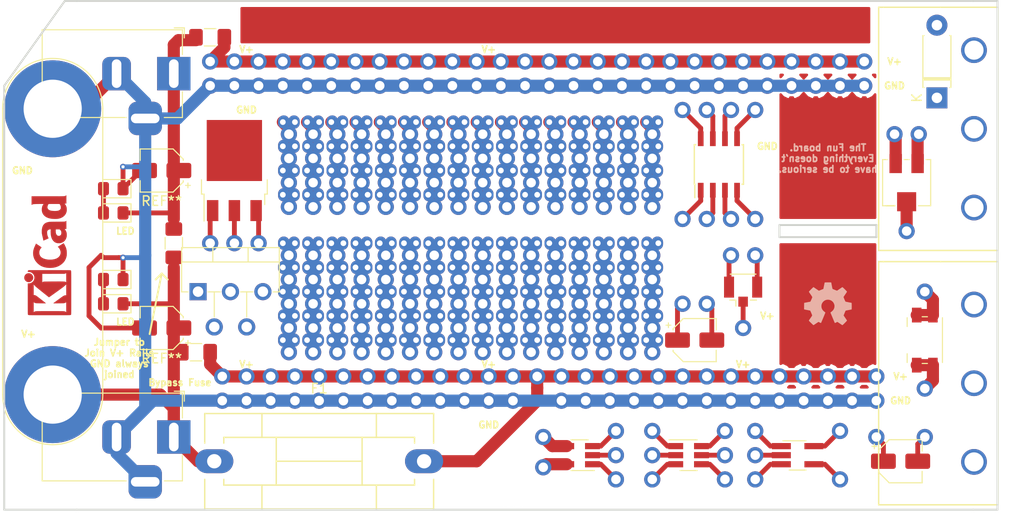
<source format=kicad_pcb>
(kicad_pcb (version 20171130) (host pcbnew 5.0.2+dfsg1-1~bpo9+1)

  (general
    (thickness 1.6002)
    (drawings 38)
    (tracks 352)
    (zones 0)
    (modules 363)
    (nets 1)
  )

  (page User 150.012 200)
  (title_block
    (title High-density-proto-board)
    (date "12 Jun 2014")
    (rev 0.10.a)
    (company "2014 - blog.spitzenpfeil.org")
  )

  (layers
    (0 Front signal)
    (31 Back signal)
    (36 B.SilkS user)
    (37 F.SilkS user)
    (38 B.Mask user)
    (39 F.Mask user)
    (44 Edge.Cuts user)
  )

  (setup
    (last_trace_width 0.4064)
    (user_trace_width 0.2032)
    (user_trace_width 0.3048)
    (user_trace_width 0.4064)
    (user_trace_width 0.508)
    (user_trace_width 0.762)
    (user_trace_width 1.016)
    (user_trace_width 1.27)
    (trace_clearance 0.2032)
    (zone_clearance 0.25)
    (zone_45_only no)
    (trace_min 0.2032)
    (segment_width 0.2)
    (edge_width 0.2)
    (via_size 0.635)
    (via_drill 0.3302)
    (via_min_size 0.635)
    (via_min_drill 0.3302)
    (uvia_size 0.508)
    (uvia_drill 0.127)
    (uvias_allowed no)
    (uvia_min_size 0.508)
    (uvia_min_drill 0.127)
    (pcb_text_width 0.2)
    (pcb_text_size 1 1)
    (mod_edge_width 0.2)
    (mod_text_size 1 1)
    (mod_text_width 0.2)
    (pad_size 1.7 1.7)
    (pad_drill 1)
    (pad_to_mask_clearance 0)
    (solder_mask_min_width 0.25)
    (aux_axis_origin 0 0)
    (visible_elements 7FFFFF7F)
    (pcbplotparams
      (layerselection 0x010f0_ffffffff)
      (usegerberextensions true)
      (usegerberattributes false)
      (usegerberadvancedattributes false)
      (creategerberjobfile false)
      (excludeedgelayer true)
      (linewidth 0.150000)
      (plotframeref false)
      (viasonmask false)
      (mode 1)
      (useauxorigin false)
      (hpglpennumber 1)
      (hpglpenspeed 20)
      (hpglpendiameter 15.000000)
      (psnegative false)
      (psa4output false)
      (plotreference true)
      (plotvalue true)
      (plotinvisibletext false)
      (padsonsilk false)
      (subtractmaskfromsilk true)
      (outputformat 1)
      (mirror false)
      (drillshape 0)
      (scaleselection 1)
      (outputdirectory "gerbers/"))
  )

  (net 0 "")

  (net_class Default "This is the default net class."
    (clearance 0.2032)
    (trace_width 0.4064)
    (via_dia 0.635)
    (via_drill 0.3302)
    (uvia_dia 0.508)
    (uvia_drill 0.127)
  )

  (module Symbol:KiCad-Logo_5mm_Copper (layer Front) (tedit 5E6DCB60) (tstamp 5E6DEA8F)
    (at 17.78 87.63 90)
    (descr "KiCad Logo")
    (tags "Logo KiCad")
    (attr virtual)
    (fp_text reference REF** (at 0 -3.7 90) (layer F.SilkS) hide
      (effects (font (size 1 1) (thickness 0.15)))
    )
    (fp_text value KiCad-Logo_5mm_Copper (at 0 2.8 90) (layer F.Fab)
      (effects (font (size 1 1) (thickness 0.15)))
    )
    (fp_line (start -6.4 2) (end -6.4 -3) (layer F.CrtYd) (width 0.05))
    (fp_line (start -6.4 -3) (end 6.4 -3) (layer F.CrtYd) (width 0.05))
    (fp_line (start 6.4 -3) (end 6.4 2) (layer F.CrtYd) (width 0.05))
    (fp_line (start 6.4 2) (end -6.4 2) (layer F.CrtYd) (width 0.05))
    (fp_poly (pts (xy -2.9464 -2.510946) (xy -2.935535 -2.397007) (xy -2.903918 -2.289384) (xy -2.853015 -2.190385)
      (xy -2.784293 -2.102316) (xy -2.699219 -2.027484) (xy -2.602232 -1.969616) (xy -2.495964 -1.929995)
      (xy -2.38895 -1.911427) (xy -2.2833 -1.912566) (xy -2.181125 -1.93207) (xy -2.084534 -1.968594)
      (xy -1.995638 -2.020795) (xy -1.916546 -2.087327) (xy -1.849369 -2.166848) (xy -1.796217 -2.258013)
      (xy -1.759199 -2.359477) (xy -1.740427 -2.469898) (xy -1.738489 -2.519794) (xy -1.738489 -2.607733)
      (xy -1.68656 -2.607733) (xy -1.650253 -2.604889) (xy -1.623355 -2.593089) (xy -1.596249 -2.569351)
      (xy -1.557867 -2.530969) (xy -1.557867 -0.339398) (xy -1.557876 -0.077261) (xy -1.557908 0.163241)
      (xy -1.557972 0.383048) (xy -1.558076 0.583101) (xy -1.558227 0.764344) (xy -1.558434 0.927716)
      (xy -1.558706 1.07416) (xy -1.55905 1.204617) (xy -1.559474 1.320029) (xy -1.559987 1.421338)
      (xy -1.560597 1.509484) (xy -1.561312 1.58541) (xy -1.56214 1.650057) (xy -1.563089 1.704367)
      (xy -1.564167 1.74928) (xy -1.565383 1.78574) (xy -1.566745 1.814687) (xy -1.568261 1.837063)
      (xy -1.569938 1.853809) (xy -1.571786 1.865868) (xy -1.573813 1.87418) (xy -1.576025 1.879687)
      (xy -1.577108 1.881537) (xy -1.581271 1.888549) (xy -1.584805 1.894996) (xy -1.588635 1.9009)
      (xy -1.593682 1.906286) (xy -1.600871 1.911178) (xy -1.611123 1.915598) (xy -1.625364 1.919572)
      (xy -1.644514 1.923121) (xy -1.669499 1.92627) (xy -1.70124 1.929042) (xy -1.740662 1.931461)
      (xy -1.788686 1.933551) (xy -1.846237 1.935335) (xy -1.914237 1.936837) (xy -1.99361 1.93808)
      (xy -2.085279 1.939089) (xy -2.190166 1.939885) (xy -2.309196 1.940494) (xy -2.44329 1.940939)
      (xy -2.593373 1.941243) (xy -2.760367 1.94143) (xy -2.945196 1.941524) (xy -3.148783 1.941548)
      (xy -3.37205 1.941525) (xy -3.615922 1.94148) (xy -3.881321 1.941437) (xy -3.919704 1.941432)
      (xy -4.186682 1.941389) (xy -4.432002 1.941318) (xy -4.656583 1.941213) (xy -4.861345 1.941066)
      (xy -5.047206 1.940869) (xy -5.215088 1.940616) (xy -5.365908 1.9403) (xy -5.500587 1.939913)
      (xy -5.620044 1.939447) (xy -5.725199 1.938897) (xy -5.816971 1.938253) (xy -5.896279 1.937511)
      (xy -5.964043 1.936661) (xy -6.021182 1.935697) (xy -6.068617 1.934611) (xy -6.107266 1.933397)
      (xy -6.138049 1.932047) (xy -6.161885 1.930555) (xy -6.179694 1.928911) (xy -6.192395 1.927111)
      (xy -6.200908 1.925145) (xy -6.205266 1.923477) (xy -6.213728 1.919906) (xy -6.221497 1.91727)
      (xy -6.228602 1.914634) (xy -6.235073 1.911062) (xy -6.240939 1.905621) (xy -6.246229 1.897375)
      (xy -6.250974 1.88539) (xy -6.255202 1.868731) (xy -6.258943 1.846463) (xy -6.262227 1.817652)
      (xy -6.265083 1.781363) (xy -6.26754 1.736661) (xy -6.269629 1.682611) (xy -6.271378 1.618279)
      (xy -6.272817 1.54273) (xy -6.273976 1.45503) (xy -6.274883 1.354243) (xy -6.275569 1.239434)
      (xy -6.276063 1.10967) (xy -6.276395 0.964015) (xy -6.276593 0.801535) (xy -6.276687 0.621295)
      (xy -6.276708 0.42236) (xy -6.276685 0.203796) (xy -6.276646 -0.035332) (xy -6.276622 -0.29596)
      (xy -6.276622 -0.338111) (xy -6.276636 -0.601008) (xy -6.276661 -0.842268) (xy -6.276671 -1.062835)
      (xy -6.276642 -1.263648) (xy -6.276548 -1.445651) (xy -6.276362 -1.609784) (xy -6.276059 -1.756989)
      (xy -6.275614 -1.888208) (xy -6.275034 -1.998133) (xy -5.972197 -1.998133) (xy -5.932407 -1.940289)
      (xy -5.921236 -1.924521) (xy -5.911166 -1.910559) (xy -5.902138 -1.897216) (xy -5.894097 -1.883307)
      (xy -5.886986 -1.867644) (xy -5.880747 -1.849042) (xy -5.875325 -1.826314) (xy -5.870662 -1.798273)
      (xy -5.866701 -1.763733) (xy -5.863385 -1.721508) (xy -5.860659 -1.670411) (xy -5.858464 -1.609256)
      (xy -5.856745 -1.536856) (xy -5.855444 -1.452025) (xy -5.854505 -1.353578) (xy -5.85387 -1.240326)
      (xy -5.853484 -1.111084) (xy -5.853288 -0.964666) (xy -5.853227 -0.799884) (xy -5.853243 -0.615553)
      (xy -5.85328 -0.410487) (xy -5.853289 -0.287867) (xy -5.853265 -0.070918) (xy -5.853231 0.124642)
      (xy -5.853243 0.299999) (xy -5.853358 0.456341) (xy -5.85363 0.594857) (xy -5.854118 0.716734)
      (xy -5.854876 0.82316) (xy -5.855962 0.915322) (xy -5.857431 0.994409) (xy -5.85934 1.061608)
      (xy -5.861744 1.118107) (xy -5.864701 1.165093) (xy -5.868266 1.203755) (xy -5.872495 1.23528)
      (xy -5.877446 1.260855) (xy -5.883173 1.28167) (xy -5.889733 1.298911) (xy -5.897183 1.313765)
      (xy -5.905579 1.327422) (xy -5.914976 1.341069) (xy -5.925432 1.355893) (xy -5.931523 1.364783)
      (xy -5.970296 1.4224) (xy -5.438732 1.4224) (xy -5.315483 1.422365) (xy -5.212987 1.422215)
      (xy -5.12942 1.421878) (xy -5.062956 1.421286) (xy -5.011771 1.420367) (xy -4.974041 1.419051)
      (xy -4.94794 1.417269) (xy -4.931644 1.414951) (xy -4.923328 1.412026) (xy -4.921168 1.408424)
      (xy -4.923339 1.404075) (xy -4.924535 1.402645) (xy -4.949685 1.365573) (xy -4.975583 1.312772)
      (xy -4.999192 1.25077) (xy -5.007461 1.224357) (xy -5.012078 1.206416) (xy -5.015979 1.185355)
      (xy -5.019248 1.159089) (xy -5.021966 1.125532) (xy -5.024215 1.082599) (xy -5.026077 1.028204)
      (xy -5.027636 0.960262) (xy -5.028972 0.876688) (xy -5.030169 0.775395) (xy -5.031308 0.6543)
      (xy -5.031685 0.6096) (xy -5.032702 0.484449) (xy -5.03346 0.380082) (xy -5.033903 0.294707)
      (xy -5.03397 0.226533) (xy -5.033605 0.173765) (xy -5.032748 0.134614) (xy -5.031341 0.107285)
      (xy -5.029325 0.089986) (xy -5.026643 0.080926) (xy -5.023236 0.078312) (xy -5.019044 0.080351)
      (xy -5.014571 0.084667) (xy -5.004216 0.097602) (xy -4.982158 0.126676) (xy -4.949957 0.169759)
      (xy -4.909174 0.224718) (xy -4.86137 0.289423) (xy -4.808105 0.361742) (xy -4.75094 0.439544)
      (xy -4.691437 0.520698) (xy -4.631155 0.603072) (xy -4.571655 0.684536) (xy -4.514498 0.762957)
      (xy -4.461245 0.836204) (xy -4.413457 0.902147) (xy -4.372693 0.958654) (xy -4.340516 1.003593)
      (xy -4.318485 1.034834) (xy -4.313917 1.041466) (xy -4.290996 1.078369) (xy -4.264188 1.126359)
      (xy -4.238789 1.175897) (xy -4.235568 1.182577) (xy -4.21389 1.230772) (xy -4.201304 1.268334)
      (xy -4.195574 1.30416) (xy -4.194456 1.3462) (xy -4.19509 1.4224) (xy -3.040651 1.4224)
      (xy -3.131815 1.328669) (xy -3.178612 1.278775) (xy -3.228899 1.222295) (xy -3.274944 1.168026)
      (xy -3.295369 1.142673) (xy -3.325807 1.103128) (xy -3.365862 1.049916) (xy -3.414361 0.984667)
      (xy -3.470135 0.909011) (xy -3.532011 0.824577) (xy -3.598819 0.732994) (xy -3.669387 0.635892)
      (xy -3.742545 0.534901) (xy -3.817121 0.43165) (xy -3.891944 0.327768) (xy -3.965843 0.224885)
      (xy -4.037646 0.124631) (xy -4.106184 0.028636) (xy -4.170284 -0.061473) (xy -4.228775 -0.144064)
      (xy -4.280486 -0.217508) (xy -4.324247 -0.280176) (xy -4.358885 -0.330439) (xy -4.38323 -0.366666)
      (xy -4.396111 -0.387229) (xy -4.397869 -0.391332) (xy -4.38991 -0.402658) (xy -4.369115 -0.429838)
      (xy -4.336847 -0.471171) (xy -4.29447 -0.524956) (xy -4.243347 -0.589494) (xy -4.184841 -0.663082)
      (xy -4.120314 -0.744022) (xy -4.051131 -0.830612) (xy -3.978653 -0.921152) (xy -3.904246 -1.01394)
      (xy -3.844517 -1.088298) (xy -2.833511 -1.088298) (xy -2.827602 -1.075341) (xy -2.813272 -1.053092)
      (xy -2.812225 -1.051609) (xy -2.793438 -1.021456) (xy -2.773791 -0.984625) (xy -2.769892 -0.976489)
      (xy -2.766356 -0.96806) (xy -2.76323 -0.957941) (xy -2.760486 -0.94474) (xy -2.758092 -0.927062)
      (xy -2.756019 -0.903516) (xy -2.754235 -0.872707) (xy -2.752712 -0.833243) (xy -2.751419 -0.783731)
      (xy -2.750326 -0.722777) (xy -2.749403 -0.648989) (xy -2.748619 -0.560972) (xy -2.747945 -0.457335)
      (xy -2.74735 -0.336684) (xy -2.746805 -0.197626) (xy -2.746279 -0.038768) (xy -2.745745 0.140089)
      (xy -2.745206 0.325207) (xy -2.744772 0.489145) (xy -2.744509 0.633303) (xy -2.744484 0.759079)
      (xy -2.744765 0.867871) (xy -2.745419 0.961077) (xy -2.746514 1.040097) (xy -2.748118 1.106328)
      (xy -2.750297 1.16117) (xy -2.753119 1.206021) (xy -2.756651 1.242278) (xy -2.760961 1.271341)
      (xy -2.766117 1.294609) (xy -2.772185 1.313479) (xy -2.779233 1.329351) (xy -2.787329 1.343622)
      (xy -2.79654 1.357691) (xy -2.80504 1.370158) (xy -2.822176 1.396452) (xy -2.832322 1.414037)
      (xy -2.833511 1.417257) (xy -2.822604 1.418334) (xy -2.791411 1.419335) (xy -2.742223 1.420235)
      (xy -2.677333 1.42101) (xy -2.59903 1.421637) (xy -2.509607 1.422091) (xy -2.411356 1.422349)
      (xy -2.342445 1.4224) (xy -2.237452 1.42218) (xy -2.14061 1.421548) (xy -2.054107 1.420549)
      (xy -1.980132 1.419227) (xy -1.920874 1.417626) (xy -1.87852 1.415791) (xy -1.85526 1.413765)
      (xy -1.851378 1.412493) (xy -1.859076 1.397591) (xy -1.867074 1.38956) (xy -1.880246 1.372434)
      (xy -1.897485 1.342183) (xy -1.909407 1.317622) (xy -1.936045 1.258711) (xy -1.93912 0.081845)
      (xy -1.942195 -1.095022) (xy -2.387853 -1.095022) (xy -2.48567 -1.094858) (xy -2.576064 -1.094389)
      (xy -2.65663 -1.093653) (xy -2.724962 -1.092684) (xy -2.778656 -1.09152) (xy -2.815305 -1.090197)
      (xy -2.832504 -1.088751) (xy -2.833511 -1.088298) (xy -3.844517 -1.088298) (xy -3.82927 -1.107278)
      (xy -3.75509 -1.199463) (xy -3.683069 -1.288796) (xy -3.614569 -1.373576) (xy -3.550955 -1.452102)
      (xy -3.493588 -1.522674) (xy -3.443833 -1.583591) (xy -3.403052 -1.633153) (xy -3.385888 -1.653822)
      (xy -3.299596 -1.754484) (xy -3.222997 -1.837741) (xy -3.154183 -1.905562) (xy -3.091248 -1.959911)
      (xy -3.081867 -1.967278) (xy -3.042356 -1.997883) (xy -4.174116 -1.998133) (xy -4.168827 -1.950156)
      (xy -4.17213 -1.892812) (xy -4.193661 -1.824537) (xy -4.233635 -1.744788) (xy -4.278943 -1.672505)
      (xy -4.295161 -1.64986) (xy -4.323214 -1.612304) (xy -4.36143 -1.561979) (xy -4.408137 -1.501027)
      (xy -4.461661 -1.431589) (xy -4.520331 -1.355806) (xy -4.582475 -1.27582) (xy -4.646421 -1.193772)
      (xy -4.710495 -1.111804) (xy -4.773027 -1.032057) (xy -4.832343 -0.956673) (xy -4.886771 -0.887793)
      (xy -4.934639 -0.827558) (xy -4.974275 -0.778111) (xy -5.004006 -0.741592) (xy -5.022161 -0.720142)
      (xy -5.02522 -0.716844) (xy -5.028079 -0.724851) (xy -5.030293 -0.755145) (xy -5.031857 -0.807444)
      (xy -5.032767 -0.881469) (xy -5.03302 -0.976937) (xy -5.032613 -1.093566) (xy -5.031704 -1.213555)
      (xy -5.030382 -1.345667) (xy -5.028857 -1.457406) (xy -5.026881 -1.550975) (xy -5.024206 -1.628581)
      (xy -5.020582 -1.692426) (xy -5.015761 -1.744717) (xy -5.009494 -1.787656) (xy -5.001532 -1.823449)
      (xy -4.991627 -1.8543) (xy -4.979531 -1.882414) (xy -4.964993 -1.909995) (xy -4.950311 -1.935034)
      (xy -4.912314 -1.998133) (xy -5.972197 -1.998133) (xy -6.275034 -1.998133) (xy -6.275001 -2.004383)
      (xy -6.274195 -2.106456) (xy -6.27317 -2.195367) (xy -6.2719 -2.272059) (xy -6.27036 -2.337473)
      (xy -6.268524 -2.392551) (xy -6.266367 -2.438235) (xy -6.263863 -2.475466) (xy -6.260987 -2.505187)
      (xy -6.257713 -2.528338) (xy -6.254015 -2.545861) (xy -6.249869 -2.558699) (xy -6.245247 -2.567792)
      (xy -6.240126 -2.574082) (xy -6.234478 -2.578512) (xy -6.228279 -2.582022) (xy -6.221504 -2.585555)
      (xy -6.215508 -2.589124) (xy -6.210275 -2.5917) (xy -6.202099 -2.594028) (xy -6.189886 -2.596122)
      (xy -6.172541 -2.597993) (xy -6.148969 -2.599653) (xy -6.118077 -2.601116) (xy -6.078768 -2.602392)
      (xy -6.02995 -2.603496) (xy -5.970527 -2.604439) (xy -5.899404 -2.605233) (xy -5.815488 -2.605891)
      (xy -5.717683 -2.606425) (xy -5.604894 -2.606847) (xy -5.476029 -2.607171) (xy -5.329991 -2.607408)
      (xy -5.165686 -2.60757) (xy -4.98202 -2.60767) (xy -4.777897 -2.60772) (xy -4.566753 -2.607733)
      (xy -2.9464 -2.607733) (xy -2.9464 -2.510946)) (layer Front) (width 0.01))
    (fp_poly (pts (xy 0.328429 -2.050929) (xy 0.48857 -2.029755) (xy 0.65251 -1.989615) (xy 0.822313 -1.930111)
      (xy 1.000043 -1.850846) (xy 1.01131 -1.845301) (xy 1.069005 -1.817275) (xy 1.120552 -1.793198)
      (xy 1.162191 -1.774751) (xy 1.190162 -1.763614) (xy 1.199733 -1.761067) (xy 1.21895 -1.756059)
      (xy 1.223561 -1.751853) (xy 1.218458 -1.74142) (xy 1.202418 -1.715132) (xy 1.177288 -1.675743)
      (xy 1.144914 -1.626009) (xy 1.107143 -1.568685) (xy 1.065822 -1.506524) (xy 1.022798 -1.442282)
      (xy 0.979917 -1.378715) (xy 0.939026 -1.318575) (xy 0.901971 -1.26462) (xy 0.8706 -1.219603)
      (xy 0.846759 -1.186279) (xy 0.832294 -1.167403) (xy 0.830309 -1.165213) (xy 0.820191 -1.169862)
      (xy 0.79785 -1.187038) (xy 0.76728 -1.21356) (xy 0.751536 -1.228036) (xy 0.655047 -1.303318)
      (xy 0.548336 -1.358759) (xy 0.432832 -1.393859) (xy 0.309962 -1.40812) (xy 0.240561 -1.406949)
      (xy 0.119423 -1.389788) (xy 0.010205 -1.353906) (xy -0.087418 -1.299041) (xy -0.173772 -1.22493)
      (xy -0.249185 -1.131312) (xy -0.313982 -1.017924) (xy -0.351399 -0.931333) (xy -0.395252 -0.795634)
      (xy -0.427572 -0.64815) (xy -0.448443 -0.492686) (xy -0.457949 -0.333044) (xy -0.456173 -0.173027)
      (xy -0.443197 -0.016439) (xy -0.419106 0.132918) (xy -0.383982 0.27124) (xy -0.337908 0.394724)
      (xy -0.321627 0.428978) (xy -0.25338 0.543064) (xy -0.172921 0.639557) (xy -0.08143 0.71767)
      (xy 0.019911 0.776617) (xy 0.12992 0.815612) (xy 0.247415 0.833868) (xy 0.288883 0.835211)
      (xy 0.410441 0.82429) (xy 0.530878 0.791474) (xy 0.648666 0.737439) (xy 0.762277 0.662865)
      (xy 0.853685 0.584539) (xy 0.900215 0.540008) (xy 1.081483 0.837271) (xy 1.12658 0.911433)
      (xy 1.167819 0.979646) (xy 1.203735 1.039459) (xy 1.232866 1.08842) (xy 1.25375 1.124079)
      (xy 1.264924 1.143984) (xy 1.266375 1.147079) (xy 1.258146 1.156718) (xy 1.232567 1.173999)
      (xy 1.192873 1.197283) (xy 1.142297 1.224934) (xy 1.084074 1.255315) (xy 1.021437 1.28679)
      (xy 0.957621 1.317722) (xy 0.89586 1.346473) (xy 0.839388 1.371408) (xy 0.791438 1.390889)
      (xy 0.767986 1.399318) (xy 0.634221 1.437133) (xy 0.496327 1.462136) (xy 0.348622 1.47514)
      (xy 0.221833 1.477468) (xy 0.153878 1.476373) (xy 0.088277 1.474275) (xy 0.030847 1.471434)
      (xy -0.012597 1.468106) (xy -0.026702 1.466422) (xy -0.165716 1.437587) (xy -0.307243 1.392468)
      (xy -0.444725 1.33375) (xy -0.571606 1.26412) (xy -0.649111 1.211441) (xy -0.776519 1.103239)
      (xy -0.894822 0.976671) (xy -1.001828 0.834866) (xy -1.095348 0.680951) (xy -1.17319 0.518053)
      (xy -1.217044 0.400756) (xy -1.267292 0.217128) (xy -1.300791 0.022581) (xy -1.317551 -0.178675)
      (xy -1.317584 -0.382432) (xy -1.300899 -0.584479) (xy -1.267507 -0.780608) (xy -1.21742 -0.966609)
      (xy -1.213603 -0.978197) (xy -1.150719 -1.14025) (xy -1.073972 -1.288168) (xy -0.980758 -1.426135)
      (xy -0.868473 -1.558339) (xy -0.824608 -1.603601) (xy -0.688466 -1.727543) (xy -0.548509 -1.830085)
      (xy -0.402589 -1.912344) (xy -0.248558 -1.975436) (xy -0.084268 -2.020477) (xy 0.011289 -2.037967)
      (xy 0.170023 -2.053534) (xy 0.328429 -2.050929)) (layer Front) (width 0.01))
    (fp_poly (pts (xy 2.673574 -1.133448) (xy 2.825492 -1.113433) (xy 2.960756 -1.079798) (xy 3.080239 -1.032275)
      (xy 3.184815 -0.970595) (xy 3.262424 -0.907035) (xy 3.331265 -0.832901) (xy 3.385006 -0.753129)
      (xy 3.42791 -0.660909) (xy 3.443384 -0.617839) (xy 3.456244 -0.578858) (xy 3.467446 -0.542711)
      (xy 3.47712 -0.507566) (xy 3.485396 -0.47159) (xy 3.492403 -0.43295) (xy 3.498272 -0.389815)
      (xy 3.503131 -0.340351) (xy 3.50711 -0.282727) (xy 3.51034 -0.215109) (xy 3.512949 -0.135666)
      (xy 3.515067 -0.042564) (xy 3.516824 0.066027) (xy 3.518349 0.191942) (xy 3.519772 0.337012)
      (xy 3.521025 0.479778) (xy 3.522351 0.635968) (xy 3.523556 0.771239) (xy 3.524766 0.887246)
      (xy 3.526106 0.985645) (xy 3.5277 1.068093) (xy 3.529675 1.136246) (xy 3.532156 1.19176)
      (xy 3.535269 1.236292) (xy 3.539138 1.271498) (xy 3.543889 1.299034) (xy 3.549648 1.320556)
      (xy 3.556539 1.337722) (xy 3.564689 1.352186) (xy 3.574223 1.365606) (xy 3.585266 1.379638)
      (xy 3.589566 1.385071) (xy 3.605386 1.40791) (xy 3.612422 1.423463) (xy 3.612444 1.423922)
      (xy 3.601567 1.426121) (xy 3.570582 1.428147) (xy 3.521957 1.429942) (xy 3.458163 1.431451)
      (xy 3.381669 1.432616) (xy 3.294944 1.43338) (xy 3.200457 1.433686) (xy 3.18955 1.433689)
      (xy 2.766657 1.433689) (xy 2.763395 1.337622) (xy 2.760133 1.241556) (xy 2.698044 1.292543)
      (xy 2.600714 1.360057) (xy 2.490813 1.414749) (xy 2.404349 1.444978) (xy 2.335278 1.459666)
      (xy 2.251925 1.469659) (xy 2.162159 1.474646) (xy 2.073845 1.474313) (xy 1.994851 1.468351)
      (xy 1.958622 1.462638) (xy 1.818603 1.424776) (xy 1.692178 1.369932) (xy 1.58026 1.298924)
      (xy 1.483762 1.212568) (xy 1.4036 1.111679) (xy 1.340687 0.997076) (xy 1.296312 0.870984)
      (xy 1.283978 0.814401) (xy 1.276368 0.752202) (xy 1.272739 0.677363) (xy 1.272245 0.643467)
      (xy 1.27231 0.640282) (xy 2.032248 0.640282) (xy 2.041541 0.715333) (xy 2.069728 0.77916)
      (xy 2.118197 0.834798) (xy 2.123254 0.839211) (xy 2.171548 0.874037) (xy 2.223257 0.89662)
      (xy 2.283989 0.90854) (xy 2.359352 0.911383) (xy 2.377459 0.910978) (xy 2.431278 0.908325)
      (xy 2.471308 0.902909) (xy 2.506324 0.892745) (xy 2.545103 0.87585) (xy 2.555745 0.870672)
      (xy 2.616396 0.834844) (xy 2.663215 0.792212) (xy 2.675952 0.776973) (xy 2.720622 0.720462)
      (xy 2.720622 0.524586) (xy 2.720086 0.445939) (xy 2.718396 0.387988) (xy 2.715428 0.348875)
      (xy 2.711057 0.326741) (xy 2.706972 0.320274) (xy 2.691047 0.317111) (xy 2.657264 0.314488)
      (xy 2.61034 0.312655) (xy 2.554993 0.311857) (xy 2.546106 0.311842) (xy 2.42533 0.317096)
      (xy 2.32266 0.333263) (xy 2.236106 0.360961) (xy 2.163681 0.400808) (xy 2.108751 0.447758)
      (xy 2.064204 0.505645) (xy 2.03948 0.568693) (xy 2.032248 0.640282) (xy 1.27231 0.640282)
      (xy 1.274178 0.549712) (xy 1.282522 0.470812) (xy 1.298768 0.39959) (xy 1.324405 0.328864)
      (xy 1.348401 0.276493) (xy 1.40702 0.181196) (xy 1.485117 0.09317) (xy 1.580315 0.014017)
      (xy 1.690238 -0.05466) (xy 1.81251 -0.111259) (xy 1.944755 -0.154179) (xy 2.009422 -0.169118)
      (xy 2.145604 -0.191223) (xy 2.294049 -0.205806) (xy 2.445505 -0.212187) (xy 2.572064 -0.210555)
      (xy 2.73395 -0.203776) (xy 2.72653 -0.262755) (xy 2.707238 -0.361908) (xy 2.676104 -0.442628)
      (xy 2.632269 -0.505534) (xy 2.574871 -0.551244) (xy 2.503048 -0.580378) (xy 2.415941 -0.593553)
      (xy 2.312686 -0.591389) (xy 2.274711 -0.587388) (xy 2.13352 -0.56222) (xy 1.996707 -0.521186)
      (xy 1.902178 -0.483185) (xy 1.857018 -0.46381) (xy 1.818585 -0.44824) (xy 1.792234 -0.438595)
      (xy 1.784546 -0.436548) (xy 1.774802 -0.445626) (xy 1.758083 -0.474595) (xy 1.734232 -0.523783)
      (xy 1.703093 -0.593516) (xy 1.664507 -0.684121) (xy 1.65791 -0.699911) (xy 1.627853 -0.772228)
      (xy 1.600874 -0.837575) (xy 1.578136 -0.893094) (xy 1.560806 -0.935928) (xy 1.550048 -0.963219)
      (xy 1.546941 -0.972058) (xy 1.55694 -0.976813) (xy 1.583217 -0.98209) (xy 1.611489 -0.985769)
      (xy 1.641646 -0.990526) (xy 1.689433 -0.999972) (xy 1.750612 -1.01318) (xy 1.820946 -1.029224)
      (xy 1.896194 -1.04718) (xy 1.924755 -1.054203) (xy 2.029816 -1.079791) (xy 2.11748 -1.099853)
      (xy 2.192068 -1.115031) (xy 2.257903 -1.125965) (xy 2.319307 -1.133296) (xy 2.380602 -1.137665)
      (xy 2.44611 -1.139713) (xy 2.504128 -1.140111) (xy 2.673574 -1.133448)) (layer Front) (width 0.01))
    (fp_poly (pts (xy 6.186507 -0.527755) (xy 6.186526 -0.293338) (xy 6.186552 -0.080397) (xy 6.186625 0.112168)
      (xy 6.186782 0.285459) (xy 6.187064 0.440576) (xy 6.187509 0.57862) (xy 6.188156 0.700692)
      (xy 6.189045 0.807894) (xy 6.190213 0.901326) (xy 6.191701 0.98209) (xy 6.193546 1.051286)
      (xy 6.195789 1.110015) (xy 6.198469 1.159379) (xy 6.201623 1.200478) (xy 6.205292 1.234413)
      (xy 6.209513 1.262286) (xy 6.214327 1.285198) (xy 6.219773 1.304249) (xy 6.225888 1.32054)
      (xy 6.232712 1.335173) (xy 6.240285 1.349249) (xy 6.248645 1.363868) (xy 6.253839 1.372974)
      (xy 6.288104 1.433689) (xy 5.429955 1.433689) (xy 5.429955 1.337733) (xy 5.429224 1.29437)
      (xy 5.427272 1.261205) (xy 5.424463 1.243424) (xy 5.423221 1.241778) (xy 5.411799 1.248662)
      (xy 5.389084 1.266505) (xy 5.366385 1.285879) (xy 5.3118 1.326614) (xy 5.242321 1.367617)
      (xy 5.16527 1.405123) (xy 5.087965 1.435364) (xy 5.057113 1.445012) (xy 4.988616 1.459578)
      (xy 4.905764 1.469539) (xy 4.816371 1.474583) (xy 4.728248 1.474396) (xy 4.649207 1.468666)
      (xy 4.611511 1.462858) (xy 4.473414 1.424797) (xy 4.346113 1.367073) (xy 4.230292 1.290211)
      (xy 4.126637 1.194739) (xy 4.035833 1.081179) (xy 3.969031 0.970381) (xy 3.914164 0.853625)
      (xy 3.872163 0.734276) (xy 3.842167 0.608283) (xy 3.823311 0.471594) (xy 3.814732 0.320158)
      (xy 3.814006 0.242711) (xy 3.8161 0.185934) (xy 4.645217 0.185934) (xy 4.645424 0.279002)
      (xy 4.648337 0.366692) (xy 4.654 0.443772) (xy 4.662455 0.505009) (xy 4.665038 0.51735)
      (xy 4.69684 0.624633) (xy 4.738498 0.711658) (xy 4.790363 0.778642) (xy 4.852781 0.825805)
      (xy 4.9261 0.853365) (xy 5.010669 0.861541) (xy 5.106835 0.850551) (xy 5.170311 0.834829)
      (xy 5.219454 0.816639) (xy 5.273583 0.790791) (xy 5.314244 0.767089) (xy 5.3848 0.720721)
      (xy 5.3848 -0.42947) (xy 5.317392 -0.473038) (xy 5.238867 -0.51396) (xy 5.154681 -0.540611)
      (xy 5.069557 -0.552535) (xy 4.988216 -0.549278) (xy 4.91538 -0.530385) (xy 4.883426 -0.514816)
      (xy 4.825501 -0.471819) (xy 4.776544 -0.415047) (xy 4.73539 -0.342425) (xy 4.700874 -0.251879)
      (xy 4.671833 -0.141334) (xy 4.670552 -0.135467) (xy 4.660381 -0.073212) (xy 4.652739 0.004594)
      (xy 4.64767 0.09272) (xy 4.645217 0.185934) (xy 3.8161 0.185934) (xy 3.821857 0.029895)
      (xy 3.843802 -0.165941) (xy 3.879786 -0.344668) (xy 3.929759 -0.506155) (xy 3.993668 -0.650274)
      (xy 4.071462 -0.776894) (xy 4.163089 -0.885885) (xy 4.268497 -0.977117) (xy 4.313662 -1.008068)
      (xy 4.414611 -1.064215) (xy 4.517901 -1.103826) (xy 4.627989 -1.127986) (xy 4.74933 -1.137781)
      (xy 4.841836 -1.136735) (xy 4.97149 -1.125769) (xy 5.084084 -1.103954) (xy 5.182875 -1.070286)
      (xy 5.271121 -1.023764) (xy 5.319986 -0.989552) (xy 5.349353 -0.967638) (xy 5.371043 -0.952667)
      (xy 5.379253 -0.948267) (xy 5.380868 -0.959096) (xy 5.382159 -0.989749) (xy 5.383138 -1.037474)
      (xy 5.383817 -1.099521) (xy 5.38421 -1.173138) (xy 5.38433 -1.255573) (xy 5.384188 -1.344075)
      (xy 5.383797 -1.435893) (xy 5.383171 -1.528276) (xy 5.38232 -1.618472) (xy 5.38126 -1.703729)
      (xy 5.380001 -1.781297) (xy 5.378556 -1.848424) (xy 5.376938 -1.902359) (xy 5.375161 -1.94035)
      (xy 5.374669 -1.947333) (xy 5.367092 -2.017749) (xy 5.355531 -2.072898) (xy 5.337792 -2.120019)
      (xy 5.311682 -2.166353) (xy 5.305415 -2.175933) (xy 5.280983 -2.212622) (xy 6.186311 -2.212622)
      (xy 6.186507 -0.527755)) (layer Front) (width 0.01))
    (fp_poly (pts (xy -2.273043 -2.973429) (xy -2.176768 -2.949191) (xy -2.090184 -2.906359) (xy -2.015373 -2.846581)
      (xy -1.954418 -2.771506) (xy -1.909399 -2.68278) (xy -1.883136 -2.58647) (xy -1.877286 -2.489205)
      (xy -1.89214 -2.395346) (xy -1.92584 -2.307489) (xy -1.976528 -2.22823) (xy -2.042345 -2.160164)
      (xy -2.121434 -2.105888) (xy -2.211934 -2.067998) (xy -2.2632 -2.055574) (xy -2.307698 -2.048053)
      (xy -2.341999 -2.045081) (xy -2.37496 -2.046906) (xy -2.415434 -2.053775) (xy -2.448531 -2.06075)
      (xy -2.541947 -2.092259) (xy -2.625619 -2.143383) (xy -2.697665 -2.212571) (xy -2.7562 -2.298272)
      (xy -2.770148 -2.325511) (xy -2.786586 -2.361878) (xy -2.796894 -2.392418) (xy -2.80246 -2.42455)
      (xy -2.804669 -2.465693) (xy -2.804948 -2.511778) (xy -2.800861 -2.596135) (xy -2.787446 -2.665414)
      (xy -2.762256 -2.726039) (xy -2.722846 -2.784433) (xy -2.684298 -2.828698) (xy -2.612406 -2.894516)
      (xy -2.537313 -2.939947) (xy -2.454562 -2.96715) (xy -2.376928 -2.977424) (xy -2.273043 -2.973429)) (layer Front) (width 0.01))
  )

  (module footprints:PinHeader_1x01_EDIT (layer Front) (tedit 5E6DA448) (tstamp 5E729014)
    (at 109.22 91.44)
    (descr "Through hole straight pin header, 1x01, 2.54mm pitch, single row")
    (tags "Through hole pin header THT 1x01 2.54mm single row")
    (fp_text reference REF** (at 0 -2.33) (layer F.SilkS) hide
      (effects (font (size 1 1) (thickness 0.15)))
    )
    (fp_text value PinHeader_1x01_P2.54mm_Vertical (at 0 2.33) (layer F.Fab)
      (effects (font (size 1 1) (thickness 0.15)))
    )
    (fp_text user %R (at 0 0 90) (layer F.Fab)
      (effects (font (size 1 1) (thickness 0.15)))
    )
    (fp_line (start 1.8 -1.8) (end -1.8 -1.8) (layer F.CrtYd) (width 0.05))
    (fp_line (start 1.8 1.8) (end 1.8 -1.8) (layer F.CrtYd) (width 0.05))
    (fp_line (start -1.8 1.8) (end 1.8 1.8) (layer F.CrtYd) (width 0.05))
    (fp_line (start -1.8 -1.8) (end -1.8 1.8) (layer F.CrtYd) (width 0.05))
    (fp_line (start -1.27 -0.635) (end -0.635 -1.27) (layer F.Fab) (width 0.1))
    (fp_line (start -1.27 1.27) (end -1.27 -0.635) (layer F.Fab) (width 0.1))
    (fp_line (start 1.27 -1.27) (end 1.27 1.27) (layer F.Fab) (width 0.1))
    (fp_line (start -0.635 -1.27) (end 1.27 -1.27) (layer F.Fab) (width 0.1))
    (pad 1 thru_hole oval (at 0 0) (size 1.7 1.7) (drill 1) (layers *.Cu *.Mask))
    (model ${KISYS3DMOD}/Connector_PinHeader_2.54mm.3dshapes/PinHeader_1x01_P2.54mm_Vertical.wrl
      (at (xyz 0 0 0))
      (scale (xyz 1 1 1))
      (rotate (xyz 0 0 0))
    )
  )

  (module footprints:PinHeader_1x01_EDIT (layer Front) (tedit 5E6DA448) (tstamp 5E728FFA)
    (at 109.22 101.6)
    (descr "Through hole straight pin header, 1x01, 2.54mm pitch, single row")
    (tags "Through hole pin header THT 1x01 2.54mm single row")
    (fp_text reference REF** (at 0 -2.33) (layer F.SilkS) hide
      (effects (font (size 1 1) (thickness 0.15)))
    )
    (fp_text value PinHeader_1x01_P2.54mm_Vertical (at 0 2.33) (layer F.Fab)
      (effects (font (size 1 1) (thickness 0.15)))
    )
    (fp_line (start -0.635 -1.27) (end 1.27 -1.27) (layer F.Fab) (width 0.1))
    (fp_line (start 1.27 -1.27) (end 1.27 1.27) (layer F.Fab) (width 0.1))
    (fp_line (start -1.27 1.27) (end -1.27 -0.635) (layer F.Fab) (width 0.1))
    (fp_line (start -1.27 -0.635) (end -0.635 -1.27) (layer F.Fab) (width 0.1))
    (fp_line (start -1.8 -1.8) (end -1.8 1.8) (layer F.CrtYd) (width 0.05))
    (fp_line (start -1.8 1.8) (end 1.8 1.8) (layer F.CrtYd) (width 0.05))
    (fp_line (start 1.8 1.8) (end 1.8 -1.8) (layer F.CrtYd) (width 0.05))
    (fp_line (start 1.8 -1.8) (end -1.8 -1.8) (layer F.CrtYd) (width 0.05))
    (fp_text user %R (at 0 0 90) (layer F.Fab)
      (effects (font (size 1 1) (thickness 0.15)))
    )
    (pad 1 thru_hole oval (at 0 0) (size 1.7 1.7) (drill 1) (layers *.Cu *.Mask))
    (model ${KISYS3DMOD}/Connector_PinHeader_2.54mm.3dshapes/PinHeader_1x01_P2.54mm_Vertical.wrl
      (at (xyz 0 0 0))
      (scale (xyz 1 1 1))
      (rotate (xyz 0 0 0))
    )
  )

  (module footprints:PinHeader_1x01_EDIT (layer Front) (tedit 5E6DA448) (tstamp 5E713A90)
    (at 107.315 85.09)
    (descr "Through hole straight pin header, 1x01, 2.54mm pitch, single row")
    (tags "Through hole pin header THT 1x01 2.54mm single row")
    (fp_text reference REF** (at 0 -2.33) (layer F.SilkS) hide
      (effects (font (size 1 1) (thickness 0.15)))
    )
    (fp_text value PinHeader_1x01_P2.54mm_Vertical (at 0 2.33) (layer F.Fab)
      (effects (font (size 1 1) (thickness 0.15)))
    )
    (fp_text user %R (at 0 0 90) (layer F.Fab)
      (effects (font (size 1 1) (thickness 0.15)))
    )
    (fp_line (start 1.8 -1.8) (end -1.8 -1.8) (layer F.CrtYd) (width 0.05))
    (fp_line (start 1.8 1.8) (end 1.8 -1.8) (layer F.CrtYd) (width 0.05))
    (fp_line (start -1.8 1.8) (end 1.8 1.8) (layer F.CrtYd) (width 0.05))
    (fp_line (start -1.8 -1.8) (end -1.8 1.8) (layer F.CrtYd) (width 0.05))
    (fp_line (start -1.27 -0.635) (end -0.635 -1.27) (layer F.Fab) (width 0.1))
    (fp_line (start -1.27 1.27) (end -1.27 -0.635) (layer F.Fab) (width 0.1))
    (fp_line (start 1.27 -1.27) (end 1.27 1.27) (layer F.Fab) (width 0.1))
    (fp_line (start -0.635 -1.27) (end 1.27 -1.27) (layer F.Fab) (width 0.1))
    (pad 1 thru_hole oval (at 0 0) (size 1.7 1.7) (drill 1) (layers *.Cu *.Mask))
    (model ${KISYS3DMOD}/Connector_PinHeader_2.54mm.3dshapes/PinHeader_1x01_P2.54mm_Vertical.wrl
      (at (xyz 0 0 0))
      (scale (xyz 1 1 1))
      (rotate (xyz 0 0 0))
    )
  )

  (module footprints:PinHeader_1x01_EDIT (layer Front) (tedit 5E6DA448) (tstamp 5E713A76)
    (at 108.585 74.93)
    (descr "Through hole straight pin header, 1x01, 2.54mm pitch, single row")
    (tags "Through hole pin header THT 1x01 2.54mm single row")
    (fp_text reference REF** (at 0 -2.33) (layer F.SilkS) hide
      (effects (font (size 1 1) (thickness 0.15)))
    )
    (fp_text value PinHeader_1x01_P2.54mm_Vertical (at 0 2.33) (layer F.Fab)
      (effects (font (size 1 1) (thickness 0.15)))
    )
    (fp_line (start -0.635 -1.27) (end 1.27 -1.27) (layer F.Fab) (width 0.1))
    (fp_line (start 1.27 -1.27) (end 1.27 1.27) (layer F.Fab) (width 0.1))
    (fp_line (start -1.27 1.27) (end -1.27 -0.635) (layer F.Fab) (width 0.1))
    (fp_line (start -1.27 -0.635) (end -0.635 -1.27) (layer F.Fab) (width 0.1))
    (fp_line (start -1.8 -1.8) (end -1.8 1.8) (layer F.CrtYd) (width 0.05))
    (fp_line (start -1.8 1.8) (end 1.8 1.8) (layer F.CrtYd) (width 0.05))
    (fp_line (start 1.8 1.8) (end 1.8 -1.8) (layer F.CrtYd) (width 0.05))
    (fp_line (start 1.8 -1.8) (end -1.8 -1.8) (layer F.CrtYd) (width 0.05))
    (fp_text user %R (at 0 0 90) (layer F.Fab)
      (effects (font (size 1 1) (thickness 0.15)))
    )
    (pad 1 thru_hole oval (at 0 0) (size 1.7 1.7) (drill 1) (layers *.Cu *.Mask))
    (model ${KISYS3DMOD}/Connector_PinHeader_2.54mm.3dshapes/PinHeader_1x01_P2.54mm_Vertical.wrl
      (at (xyz 0 0 0))
      (scale (xyz 1 1 1))
      (rotate (xyz 0 0 0))
    )
  )

  (module footprints:PinHeader_1x01_EDIT (layer Front) (tedit 5E6DA448) (tstamp 5E713A5C)
    (at 106.045 74.93)
    (descr "Through hole straight pin header, 1x01, 2.54mm pitch, single row")
    (tags "Through hole pin header THT 1x01 2.54mm single row")
    (fp_text reference REF** (at 0 -2.33) (layer F.SilkS) hide
      (effects (font (size 1 1) (thickness 0.15)))
    )
    (fp_text value PinHeader_1x01_P2.54mm_Vertical (at 0 2.33) (layer F.Fab)
      (effects (font (size 1 1) (thickness 0.15)))
    )
    (fp_text user %R (at 0 0 90) (layer F.Fab)
      (effects (font (size 1 1) (thickness 0.15)))
    )
    (fp_line (start 1.8 -1.8) (end -1.8 -1.8) (layer F.CrtYd) (width 0.05))
    (fp_line (start 1.8 1.8) (end 1.8 -1.8) (layer F.CrtYd) (width 0.05))
    (fp_line (start -1.8 1.8) (end 1.8 1.8) (layer F.CrtYd) (width 0.05))
    (fp_line (start -1.8 -1.8) (end -1.8 1.8) (layer F.CrtYd) (width 0.05))
    (fp_line (start -1.27 -0.635) (end -0.635 -1.27) (layer F.Fab) (width 0.1))
    (fp_line (start -1.27 1.27) (end -1.27 -0.635) (layer F.Fab) (width 0.1))
    (fp_line (start 1.27 -1.27) (end 1.27 1.27) (layer F.Fab) (width 0.1))
    (fp_line (start -0.635 -1.27) (end 1.27 -1.27) (layer F.Fab) (width 0.1))
    (pad 1 thru_hole oval (at 0 0) (size 1.7 1.7) (drill 1) (layers *.Cu *.Mask))
    (model ${KISYS3DMOD}/Connector_PinHeader_2.54mm.3dshapes/PinHeader_1x01_P2.54mm_Vertical.wrl
      (at (xyz 0 0 0))
      (scale (xyz 1 1 1))
      (rotate (xyz 0 0 0))
    )
  )

  (module footprints:PinHeader_1x01_EDIT (layer Front) (tedit 5E6DA448) (tstamp 5E713A42)
    (at 83.82 72.39)
    (descr "Through hole straight pin header, 1x01, 2.54mm pitch, single row")
    (tags "Through hole pin header THT 1x01 2.54mm single row")
    (fp_text reference REF** (at 0 -2.33) (layer F.SilkS) hide
      (effects (font (size 1 1) (thickness 0.15)))
    )
    (fp_text value PinHeader_1x01_P2.54mm_Vertical (at 0 2.33) (layer F.Fab)
      (effects (font (size 1 1) (thickness 0.15)))
    )
    (fp_line (start -0.635 -1.27) (end 1.27 -1.27) (layer F.Fab) (width 0.1))
    (fp_line (start 1.27 -1.27) (end 1.27 1.27) (layer F.Fab) (width 0.1))
    (fp_line (start -1.27 1.27) (end -1.27 -0.635) (layer F.Fab) (width 0.1))
    (fp_line (start -1.27 -0.635) (end -0.635 -1.27) (layer F.Fab) (width 0.1))
    (fp_line (start -1.8 -1.8) (end -1.8 1.8) (layer F.CrtYd) (width 0.05))
    (fp_line (start -1.8 1.8) (end 1.8 1.8) (layer F.CrtYd) (width 0.05))
    (fp_line (start 1.8 1.8) (end 1.8 -1.8) (layer F.CrtYd) (width 0.05))
    (fp_line (start 1.8 -1.8) (end -1.8 -1.8) (layer F.CrtYd) (width 0.05))
    (fp_text user %R (at 0 0 90) (layer F.Fab)
      (effects (font (size 1 1) (thickness 0.15)))
    )
    (pad 1 thru_hole oval (at 0 0) (size 1.7 1.7) (drill 1) (layers *.Cu *.Mask))
    (model ${KISYS3DMOD}/Connector_PinHeader_2.54mm.3dshapes/PinHeader_1x01_P2.54mm_Vertical.wrl
      (at (xyz 0 0 0))
      (scale (xyz 1 1 1))
      (rotate (xyz 0 0 0))
    )
  )

  (module Capacitor_SMD:CP_Elec_4x5.8 (layer Front) (tedit 5BCA39CF) (tstamp 5E70DCE1)
    (at 29.21 95.25 180)
    (descr "SMD capacitor, aluminum electrolytic, Panasonic, 4.0x5.8mm")
    (tags "capacitor electrolytic")
    (attr smd)
    (fp_text reference REF** (at 0 -3.2 180) (layer F.SilkS)
      (effects (font (size 1 1) (thickness 0.15)))
    )
    (fp_text value CP_Elec_4x5.8 (at 0 3.2 180) (layer F.Fab)
      (effects (font (size 1 1) (thickness 0.15)))
    )
    (fp_circle (center 0 0) (end 2 0) (layer F.Fab) (width 0.1))
    (fp_line (start 2.15 -2.15) (end 2.15 2.15) (layer F.Fab) (width 0.1))
    (fp_line (start -1.15 -2.15) (end 2.15 -2.15) (layer F.Fab) (width 0.1))
    (fp_line (start -1.15 2.15) (end 2.15 2.15) (layer F.Fab) (width 0.1))
    (fp_line (start -2.15 -1.15) (end -2.15 1.15) (layer F.Fab) (width 0.1))
    (fp_line (start -2.15 -1.15) (end -1.15 -2.15) (layer F.Fab) (width 0.1))
    (fp_line (start -2.15 1.15) (end -1.15 2.15) (layer F.Fab) (width 0.1))
    (fp_line (start -1.574773 -1) (end -1.174773 -1) (layer F.Fab) (width 0.1))
    (fp_line (start -1.374773 -1.2) (end -1.374773 -0.8) (layer F.Fab) (width 0.1))
    (fp_line (start 2.26 2.26) (end 2.26 1.06) (layer F.SilkS) (width 0.12))
    (fp_line (start 2.26 -2.26) (end 2.26 -1.06) (layer F.SilkS) (width 0.12))
    (fp_line (start -1.195563 -2.26) (end 2.26 -2.26) (layer F.SilkS) (width 0.12))
    (fp_line (start -1.195563 2.26) (end 2.26 2.26) (layer F.SilkS) (width 0.12))
    (fp_line (start -2.26 1.195563) (end -2.26 1.06) (layer F.SilkS) (width 0.12))
    (fp_line (start -2.26 -1.195563) (end -2.26 -1.06) (layer F.SilkS) (width 0.12))
    (fp_line (start -2.26 -1.195563) (end -1.195563 -2.26) (layer F.SilkS) (width 0.12))
    (fp_line (start -2.26 1.195563) (end -1.195563 2.26) (layer F.SilkS) (width 0.12))
    (fp_line (start -3 -1.56) (end -2.5 -1.56) (layer F.SilkS) (width 0.12))
    (fp_line (start -2.75 -1.81) (end -2.75 -1.31) (layer F.SilkS) (width 0.12))
    (fp_line (start 2.4 -2.4) (end 2.4 -1.05) (layer F.CrtYd) (width 0.05))
    (fp_line (start 2.4 -1.05) (end 3.35 -1.05) (layer F.CrtYd) (width 0.05))
    (fp_line (start 3.35 -1.05) (end 3.35 1.05) (layer F.CrtYd) (width 0.05))
    (fp_line (start 3.35 1.05) (end 2.4 1.05) (layer F.CrtYd) (width 0.05))
    (fp_line (start 2.4 1.05) (end 2.4 2.4) (layer F.CrtYd) (width 0.05))
    (fp_line (start -1.25 2.4) (end 2.4 2.4) (layer F.CrtYd) (width 0.05))
    (fp_line (start -1.25 -2.4) (end 2.4 -2.4) (layer F.CrtYd) (width 0.05))
    (fp_line (start -2.4 1.25) (end -1.25 2.4) (layer F.CrtYd) (width 0.05))
    (fp_line (start -2.4 -1.25) (end -1.25 -2.4) (layer F.CrtYd) (width 0.05))
    (fp_line (start -2.4 -1.25) (end -2.4 -1.05) (layer F.CrtYd) (width 0.05))
    (fp_line (start -2.4 1.05) (end -2.4 1.25) (layer F.CrtYd) (width 0.05))
    (fp_line (start -2.4 -1.05) (end -3.35 -1.05) (layer F.CrtYd) (width 0.05))
    (fp_line (start -3.35 -1.05) (end -3.35 1.05) (layer F.CrtYd) (width 0.05))
    (fp_line (start -3.35 1.05) (end -2.4 1.05) (layer F.CrtYd) (width 0.05))
    (fp_text user %R (at 0 0 180) (layer F.Fab)
      (effects (font (size 0.8 0.8) (thickness 0.12)))
    )
    (pad 1 smd roundrect (at -1.8 0 180) (size 2.6 1.6) (layers Front F.Paste F.Mask) (roundrect_rratio 0.15625))
    (pad 2 smd roundrect (at 1.8 0 180) (size 2.6 1.6) (layers Front F.Paste F.Mask) (roundrect_rratio 0.15625))
    (model ${KISYS3DMOD}/Capacitor_SMD.3dshapes/CP_Elec_4x5.8.wrl
      (at (xyz 0 0 0))
      (scale (xyz 1 1 1))
      (rotate (xyz 0 0 0))
    )
  )

  (module footprints:PinHeader_1x01_EDIT (layer Front) (tedit 5E6DA448) (tstamp 5E70DBF0)
    (at 39.37 86.36)
    (descr "Through hole straight pin header, 1x01, 2.54mm pitch, single row")
    (tags "Through hole pin header THT 1x01 2.54mm single row")
    (fp_text reference REF** (at 0 -2.33) (layer F.SilkS) hide
      (effects (font (size 1 1) (thickness 0.15)))
    )
    (fp_text value PinHeader_1x01_P2.54mm_Vertical (at 0 2.33) (layer F.Fab)
      (effects (font (size 1 1) (thickness 0.15)))
    )
    (fp_line (start -0.635 -1.27) (end 1.27 -1.27) (layer F.Fab) (width 0.1))
    (fp_line (start 1.27 -1.27) (end 1.27 1.27) (layer F.Fab) (width 0.1))
    (fp_line (start -1.27 1.27) (end -1.27 -0.635) (layer F.Fab) (width 0.1))
    (fp_line (start -1.27 -0.635) (end -0.635 -1.27) (layer F.Fab) (width 0.1))
    (fp_line (start -1.8 -1.8) (end -1.8 1.8) (layer F.CrtYd) (width 0.05))
    (fp_line (start -1.8 1.8) (end 1.8 1.8) (layer F.CrtYd) (width 0.05))
    (fp_line (start 1.8 1.8) (end 1.8 -1.8) (layer F.CrtYd) (width 0.05))
    (fp_line (start 1.8 -1.8) (end -1.8 -1.8) (layer F.CrtYd) (width 0.05))
    (fp_text user %R (at 0 0 90) (layer F.Fab)
      (effects (font (size 1 1) (thickness 0.15)))
    )
    (pad 1 thru_hole oval (at 0 0) (size 1.7 1.7) (drill 1) (layers *.Cu *.Mask))
    (model ${KISYS3DMOD}/Connector_PinHeader_2.54mm.3dshapes/PinHeader_1x01_P2.54mm_Vertical.wrl
      (at (xyz 0 0 0))
      (scale (xyz 1 1 1))
      (rotate (xyz 0 0 0))
    )
  )

  (module footprints:PinHeader_1x01_EDIT (layer Front) (tedit 5E6DA448) (tstamp 5E70DBD6)
    (at 36.83 86.36)
    (descr "Through hole straight pin header, 1x01, 2.54mm pitch, single row")
    (tags "Through hole pin header THT 1x01 2.54mm single row")
    (fp_text reference REF** (at 0 -2.33) (layer F.SilkS) hide
      (effects (font (size 1 1) (thickness 0.15)))
    )
    (fp_text value PinHeader_1x01_P2.54mm_Vertical (at 0 2.33) (layer F.Fab)
      (effects (font (size 1 1) (thickness 0.15)))
    )
    (fp_text user %R (at 0 0 90) (layer F.Fab)
      (effects (font (size 1 1) (thickness 0.15)))
    )
    (fp_line (start 1.8 -1.8) (end -1.8 -1.8) (layer F.CrtYd) (width 0.05))
    (fp_line (start 1.8 1.8) (end 1.8 -1.8) (layer F.CrtYd) (width 0.05))
    (fp_line (start -1.8 1.8) (end 1.8 1.8) (layer F.CrtYd) (width 0.05))
    (fp_line (start -1.8 -1.8) (end -1.8 1.8) (layer F.CrtYd) (width 0.05))
    (fp_line (start -1.27 -0.635) (end -0.635 -1.27) (layer F.Fab) (width 0.1))
    (fp_line (start -1.27 1.27) (end -1.27 -0.635) (layer F.Fab) (width 0.1))
    (fp_line (start 1.27 -1.27) (end 1.27 1.27) (layer F.Fab) (width 0.1))
    (fp_line (start -0.635 -1.27) (end 1.27 -1.27) (layer F.Fab) (width 0.1))
    (pad 1 thru_hole oval (at 0 0) (size 1.7 1.7) (drill 1) (layers *.Cu *.Mask))
    (model ${KISYS3DMOD}/Connector_PinHeader_2.54mm.3dshapes/PinHeader_1x01_P2.54mm_Vertical.wrl
      (at (xyz 0 0 0))
      (scale (xyz 1 1 1))
      (rotate (xyz 0 0 0))
    )
  )

  (module footprints:PinHeader_1x01_EDIT (layer Front) (tedit 5E6DA448) (tstamp 5E70DBBC)
    (at 34.29 86.36)
    (descr "Through hole straight pin header, 1x01, 2.54mm pitch, single row")
    (tags "Through hole pin header THT 1x01 2.54mm single row")
    (fp_text reference REF** (at 0 -2.33) (layer F.SilkS) hide
      (effects (font (size 1 1) (thickness 0.15)))
    )
    (fp_text value PinHeader_1x01_P2.54mm_Vertical (at 0 2.33) (layer F.Fab)
      (effects (font (size 1 1) (thickness 0.15)))
    )
    (fp_line (start -0.635 -1.27) (end 1.27 -1.27) (layer F.Fab) (width 0.1))
    (fp_line (start 1.27 -1.27) (end 1.27 1.27) (layer F.Fab) (width 0.1))
    (fp_line (start -1.27 1.27) (end -1.27 -0.635) (layer F.Fab) (width 0.1))
    (fp_line (start -1.27 -0.635) (end -0.635 -1.27) (layer F.Fab) (width 0.1))
    (fp_line (start -1.8 -1.8) (end -1.8 1.8) (layer F.CrtYd) (width 0.05))
    (fp_line (start -1.8 1.8) (end 1.8 1.8) (layer F.CrtYd) (width 0.05))
    (fp_line (start 1.8 1.8) (end 1.8 -1.8) (layer F.CrtYd) (width 0.05))
    (fp_line (start 1.8 -1.8) (end -1.8 -1.8) (layer F.CrtYd) (width 0.05))
    (fp_text user %R (at 0 0 90) (layer F.Fab)
      (effects (font (size 1 1) (thickness 0.15)))
    )
    (pad 1 thru_hole oval (at 0 0) (size 1.7 1.7) (drill 1) (layers *.Cu *.Mask))
    (model ${KISYS3DMOD}/Connector_PinHeader_2.54mm.3dshapes/PinHeader_1x01_P2.54mm_Vertical.wrl
      (at (xyz 0 0 0))
      (scale (xyz 1 1 1))
      (rotate (xyz 0 0 0))
    )
  )

  (module footprints:PinHeader_1x01_EDIT (layer Front) (tedit 5E6DA448) (tstamp 5E70DAE8)
    (at 109.22 106.68)
    (descr "Through hole straight pin header, 1x01, 2.54mm pitch, single row")
    (tags "Through hole pin header THT 1x01 2.54mm single row")
    (fp_text reference REF** (at 0 -2.33) (layer F.SilkS) hide
      (effects (font (size 1 1) (thickness 0.15)))
    )
    (fp_text value PinHeader_1x01_P2.54mm_Vertical (at 0 2.33) (layer F.Fab)
      (effects (font (size 1 1) (thickness 0.15)))
    )
    (fp_text user %R (at 0 0 90) (layer F.Fab)
      (effects (font (size 1 1) (thickness 0.15)))
    )
    (fp_line (start 1.8 -1.8) (end -1.8 -1.8) (layer F.CrtYd) (width 0.05))
    (fp_line (start 1.8 1.8) (end 1.8 -1.8) (layer F.CrtYd) (width 0.05))
    (fp_line (start -1.8 1.8) (end 1.8 1.8) (layer F.CrtYd) (width 0.05))
    (fp_line (start -1.8 -1.8) (end -1.8 1.8) (layer F.CrtYd) (width 0.05))
    (fp_line (start -1.27 -0.635) (end -0.635 -1.27) (layer F.Fab) (width 0.1))
    (fp_line (start -1.27 1.27) (end -1.27 -0.635) (layer F.Fab) (width 0.1))
    (fp_line (start 1.27 -1.27) (end 1.27 1.27) (layer F.Fab) (width 0.1))
    (fp_line (start -0.635 -1.27) (end 1.27 -1.27) (layer F.Fab) (width 0.1))
    (pad 1 thru_hole oval (at 0 0) (size 1.7 1.7) (drill 1) (layers *.Cu *.Mask))
    (model ${KISYS3DMOD}/Connector_PinHeader_2.54mm.3dshapes/PinHeader_1x01_P2.54mm_Vertical.wrl
      (at (xyz 0 0 0))
      (scale (xyz 1 1 1))
      (rotate (xyz 0 0 0))
    )
  )

  (module footprints:PinHeader_1x01_EDIT (layer Front) (tedit 5E6DA448) (tstamp 5E70DACE)
    (at 104.14 106.68)
    (descr "Through hole straight pin header, 1x01, 2.54mm pitch, single row")
    (tags "Through hole pin header THT 1x01 2.54mm single row")
    (fp_text reference REF** (at 0 -2.33) (layer F.SilkS) hide
      (effects (font (size 1 1) (thickness 0.15)))
    )
    (fp_text value PinHeader_1x01_P2.54mm_Vertical (at 0 2.33) (layer F.Fab)
      (effects (font (size 1 1) (thickness 0.15)))
    )
    (fp_line (start -0.635 -1.27) (end 1.27 -1.27) (layer F.Fab) (width 0.1))
    (fp_line (start 1.27 -1.27) (end 1.27 1.27) (layer F.Fab) (width 0.1))
    (fp_line (start -1.27 1.27) (end -1.27 -0.635) (layer F.Fab) (width 0.1))
    (fp_line (start -1.27 -0.635) (end -0.635 -1.27) (layer F.Fab) (width 0.1))
    (fp_line (start -1.8 -1.8) (end -1.8 1.8) (layer F.CrtYd) (width 0.05))
    (fp_line (start -1.8 1.8) (end 1.8 1.8) (layer F.CrtYd) (width 0.05))
    (fp_line (start 1.8 1.8) (end 1.8 -1.8) (layer F.CrtYd) (width 0.05))
    (fp_line (start 1.8 -1.8) (end -1.8 -1.8) (layer F.CrtYd) (width 0.05))
    (fp_text user %R (at 0 0 90) (layer F.Fab)
      (effects (font (size 1 1) (thickness 0.15)))
    )
    (pad 1 thru_hole oval (at 0 0) (size 1.7 1.7) (drill 1) (layers *.Cu *.Mask))
    (model ${KISYS3DMOD}/Connector_PinHeader_2.54mm.3dshapes/PinHeader_1x01_P2.54mm_Vertical.wrl
      (at (xyz 0 0 0))
      (scale (xyz 1 1 1))
      (rotate (xyz 0 0 0))
    )
  )

  (module footprints:PinHeader_1x01_EDIT (layer Front) (tedit 5E6DA448) (tstamp 5E70DA44)
    (at 86.36 92.71)
    (descr "Through hole straight pin header, 1x01, 2.54mm pitch, single row")
    (tags "Through hole pin header THT 1x01 2.54mm single row")
    (fp_text reference REF** (at 0 -2.33) (layer F.SilkS) hide
      (effects (font (size 1 1) (thickness 0.15)))
    )
    (fp_text value PinHeader_1x01_P2.54mm_Vertical (at 0 2.33) (layer F.Fab)
      (effects (font (size 1 1) (thickness 0.15)))
    )
    (fp_line (start -0.635 -1.27) (end 1.27 -1.27) (layer F.Fab) (width 0.1))
    (fp_line (start 1.27 -1.27) (end 1.27 1.27) (layer F.Fab) (width 0.1))
    (fp_line (start -1.27 1.27) (end -1.27 -0.635) (layer F.Fab) (width 0.1))
    (fp_line (start -1.27 -0.635) (end -0.635 -1.27) (layer F.Fab) (width 0.1))
    (fp_line (start -1.8 -1.8) (end -1.8 1.8) (layer F.CrtYd) (width 0.05))
    (fp_line (start -1.8 1.8) (end 1.8 1.8) (layer F.CrtYd) (width 0.05))
    (fp_line (start 1.8 1.8) (end 1.8 -1.8) (layer F.CrtYd) (width 0.05))
    (fp_line (start 1.8 -1.8) (end -1.8 -1.8) (layer F.CrtYd) (width 0.05))
    (fp_text user %R (at 0 0 90) (layer F.Fab)
      (effects (font (size 1 1) (thickness 0.15)))
    )
    (pad 1 thru_hole oval (at 0 0) (size 1.7 1.7) (drill 1) (layers *.Cu *.Mask))
    (model ${KISYS3DMOD}/Connector_PinHeader_2.54mm.3dshapes/PinHeader_1x01_P2.54mm_Vertical.wrl
      (at (xyz 0 0 0))
      (scale (xyz 1 1 1))
      (rotate (xyz 0 0 0))
    )
  )

  (module footprints:PinHeader_1x01_EDIT (layer Front) (tedit 5E6DA448) (tstamp 5E70DA2A)
    (at 83.82 92.71)
    (descr "Through hole straight pin header, 1x01, 2.54mm pitch, single row")
    (tags "Through hole pin header THT 1x01 2.54mm single row")
    (fp_text reference REF** (at 0 -2.33) (layer F.SilkS) hide
      (effects (font (size 1 1) (thickness 0.15)))
    )
    (fp_text value PinHeader_1x01_P2.54mm_Vertical (at 0 2.33) (layer F.Fab)
      (effects (font (size 1 1) (thickness 0.15)))
    )
    (fp_text user %R (at 0 0 90) (layer F.Fab)
      (effects (font (size 1 1) (thickness 0.15)))
    )
    (fp_line (start 1.8 -1.8) (end -1.8 -1.8) (layer F.CrtYd) (width 0.05))
    (fp_line (start 1.8 1.8) (end 1.8 -1.8) (layer F.CrtYd) (width 0.05))
    (fp_line (start -1.8 1.8) (end 1.8 1.8) (layer F.CrtYd) (width 0.05))
    (fp_line (start -1.8 -1.8) (end -1.8 1.8) (layer F.CrtYd) (width 0.05))
    (fp_line (start -1.27 -0.635) (end -0.635 -1.27) (layer F.Fab) (width 0.1))
    (fp_line (start -1.27 1.27) (end -1.27 -0.635) (layer F.Fab) (width 0.1))
    (fp_line (start 1.27 -1.27) (end 1.27 1.27) (layer F.Fab) (width 0.1))
    (fp_line (start -0.635 -1.27) (end 1.27 -1.27) (layer F.Fab) (width 0.1))
    (pad 1 thru_hole oval (at 0 0) (size 1.7 1.7) (drill 1) (layers *.Cu *.Mask))
    (model ${KISYS3DMOD}/Connector_PinHeader_2.54mm.3dshapes/PinHeader_1x01_P2.54mm_Vertical.wrl
      (at (xyz 0 0 0))
      (scale (xyz 1 1 1))
      (rotate (xyz 0 0 0))
    )
  )

  (module Capacitor_SMD:CP_Elec_4x5.8 (layer Front) (tedit 5E6DC501) (tstamp 5E70D67F)
    (at 85.09 96.52)
    (descr "SMD capacitor, aluminum electrolytic, Panasonic, 4.0x5.8mm")
    (tags "capacitor electrolytic")
    (attr smd)
    (fp_text reference REF** (at 0 -3.2) (layer F.SilkS) hide
      (effects (font (size 1 1) (thickness 0.15)))
    )
    (fp_text value CP_Elec_4x5.8 (at 0 3.2) (layer F.Fab)
      (effects (font (size 1 1) (thickness 0.15)))
    )
    (fp_text user %R (at 0 0) (layer F.Fab)
      (effects (font (size 0.8 0.8) (thickness 0.12)))
    )
    (fp_line (start -3.35 1.05) (end -2.4 1.05) (layer F.CrtYd) (width 0.05))
    (fp_line (start -3.35 -1.05) (end -3.35 1.05) (layer F.CrtYd) (width 0.05))
    (fp_line (start -2.4 -1.05) (end -3.35 -1.05) (layer F.CrtYd) (width 0.05))
    (fp_line (start -2.4 1.05) (end -2.4 1.25) (layer F.CrtYd) (width 0.05))
    (fp_line (start -2.4 -1.25) (end -2.4 -1.05) (layer F.CrtYd) (width 0.05))
    (fp_line (start -2.4 -1.25) (end -1.25 -2.4) (layer F.CrtYd) (width 0.05))
    (fp_line (start -2.4 1.25) (end -1.25 2.4) (layer F.CrtYd) (width 0.05))
    (fp_line (start -1.25 -2.4) (end 2.4 -2.4) (layer F.CrtYd) (width 0.05))
    (fp_line (start -1.25 2.4) (end 2.4 2.4) (layer F.CrtYd) (width 0.05))
    (fp_line (start 2.4 1.05) (end 2.4 2.4) (layer F.CrtYd) (width 0.05))
    (fp_line (start 3.35 1.05) (end 2.4 1.05) (layer F.CrtYd) (width 0.05))
    (fp_line (start 3.35 -1.05) (end 3.35 1.05) (layer F.CrtYd) (width 0.05))
    (fp_line (start 2.4 -1.05) (end 3.35 -1.05) (layer F.CrtYd) (width 0.05))
    (fp_line (start 2.4 -2.4) (end 2.4 -1.05) (layer F.CrtYd) (width 0.05))
    (fp_line (start -2.75 -1.81) (end -2.75 -1.31) (layer F.SilkS) (width 0.12))
    (fp_line (start -3 -1.56) (end -2.5 -1.56) (layer F.SilkS) (width 0.12))
    (fp_line (start -2.26 1.195563) (end -1.195563 2.26) (layer F.SilkS) (width 0.12))
    (fp_line (start -2.26 -1.195563) (end -1.195563 -2.26) (layer F.SilkS) (width 0.12))
    (fp_line (start -2.26 -1.195563) (end -2.26 -1.06) (layer F.SilkS) (width 0.12))
    (fp_line (start -2.26 1.195563) (end -2.26 1.06) (layer F.SilkS) (width 0.12))
    (fp_line (start -1.195563 2.26) (end 2.26 2.26) (layer F.SilkS) (width 0.12))
    (fp_line (start -1.195563 -2.26) (end 2.26 -2.26) (layer F.SilkS) (width 0.12))
    (fp_line (start 2.26 -2.26) (end 2.26 -1.06) (layer F.SilkS) (width 0.12))
    (fp_line (start 2.26 2.26) (end 2.26 1.06) (layer F.SilkS) (width 0.12))
    (fp_line (start -1.374773 -1.2) (end -1.374773 -0.8) (layer F.Fab) (width 0.1))
    (fp_line (start -1.574773 -1) (end -1.174773 -1) (layer F.Fab) (width 0.1))
    (fp_line (start -2.15 1.15) (end -1.15 2.15) (layer F.Fab) (width 0.1))
    (fp_line (start -2.15 -1.15) (end -1.15 -2.15) (layer F.Fab) (width 0.1))
    (fp_line (start -2.15 -1.15) (end -2.15 1.15) (layer F.Fab) (width 0.1))
    (fp_line (start -1.15 2.15) (end 2.15 2.15) (layer F.Fab) (width 0.1))
    (fp_line (start -1.15 -2.15) (end 2.15 -2.15) (layer F.Fab) (width 0.1))
    (fp_line (start 2.15 -2.15) (end 2.15 2.15) (layer F.Fab) (width 0.1))
    (fp_circle (center 0 0) (end 2 0) (layer F.Fab) (width 0.1))
    (pad 2 smd roundrect (at 1.8 0) (size 2.6 1.6) (layers Front F.Paste F.Mask) (roundrect_rratio 0.15625))
    (pad 1 smd roundrect (at -1.8 0) (size 2.6 1.6) (layers Front F.Paste F.Mask) (roundrect_rratio 0.15625))
    (model ${KISYS3DMOD}/Capacitor_SMD.3dshapes/CP_Elec_4x5.8.wrl
      (at (xyz 0 0 0))
      (scale (xyz 1 1 1))
      (rotate (xyz 0 0 0))
    )
  )

  (module Capacitor_SMD:CP_Elec_4x5.8 (layer Front) (tedit 5E6DC541) (tstamp 5E70D5FA)
    (at 106.68 109.22)
    (descr "SMD capacitor, aluminum electrolytic, Panasonic, 4.0x5.8mm")
    (tags "capacitor electrolytic")
    (attr smd)
    (fp_text reference REF** (at 0 -3.2) (layer F.SilkS) hide
      (effects (font (size 1 1) (thickness 0.15)))
    )
    (fp_text value CP_Elec_4x5.8 (at 0 3.2) (layer F.Fab)
      (effects (font (size 1 1) (thickness 0.15)))
    )
    (fp_circle (center 0 0) (end 2 0) (layer F.Fab) (width 0.1))
    (fp_line (start 2.15 -2.15) (end 2.15 2.15) (layer F.Fab) (width 0.1))
    (fp_line (start -1.15 -2.15) (end 2.15 -2.15) (layer F.Fab) (width 0.1))
    (fp_line (start -1.15 2.15) (end 2.15 2.15) (layer F.Fab) (width 0.1))
    (fp_line (start -2.15 -1.15) (end -2.15 1.15) (layer F.Fab) (width 0.1))
    (fp_line (start -2.15 -1.15) (end -1.15 -2.15) (layer F.Fab) (width 0.1))
    (fp_line (start -2.15 1.15) (end -1.15 2.15) (layer F.Fab) (width 0.1))
    (fp_line (start -1.574773 -1) (end -1.174773 -1) (layer F.Fab) (width 0.1))
    (fp_line (start -1.374773 -1.2) (end -1.374773 -0.8) (layer F.Fab) (width 0.1))
    (fp_line (start 2.26 2.26) (end 2.26 1.06) (layer F.SilkS) (width 0.12))
    (fp_line (start 2.26 -2.26) (end 2.26 -1.06) (layer F.SilkS) (width 0.12))
    (fp_line (start -1.195563 -2.26) (end 2.26 -2.26) (layer F.SilkS) (width 0.12))
    (fp_line (start -1.195563 2.26) (end 2.26 2.26) (layer F.SilkS) (width 0.12))
    (fp_line (start -2.26 1.195563) (end -2.26 1.06) (layer F.SilkS) (width 0.12))
    (fp_line (start -2.26 -1.195563) (end -2.26 -1.06) (layer F.SilkS) (width 0.12))
    (fp_line (start -2.26 -1.195563) (end -1.195563 -2.26) (layer F.SilkS) (width 0.12))
    (fp_line (start -2.26 1.195563) (end -1.195563 2.26) (layer F.SilkS) (width 0.12))
    (fp_line (start -3 -1.56) (end -2.5 -1.56) (layer F.SilkS) (width 0.12))
    (fp_line (start -2.75 -1.81) (end -2.75 -1.31) (layer F.SilkS) (width 0.12))
    (fp_line (start 2.4 -2.4) (end 2.4 -1.05) (layer F.CrtYd) (width 0.05))
    (fp_line (start 2.4 -1.05) (end 3.35 -1.05) (layer F.CrtYd) (width 0.05))
    (fp_line (start 3.35 -1.05) (end 3.35 1.05) (layer F.CrtYd) (width 0.05))
    (fp_line (start 3.35 1.05) (end 2.4 1.05) (layer F.CrtYd) (width 0.05))
    (fp_line (start 2.4 1.05) (end 2.4 2.4) (layer F.CrtYd) (width 0.05))
    (fp_line (start -1.25 2.4) (end 2.4 2.4) (layer F.CrtYd) (width 0.05))
    (fp_line (start -1.25 -2.4) (end 2.4 -2.4) (layer F.CrtYd) (width 0.05))
    (fp_line (start -2.4 1.25) (end -1.25 2.4) (layer F.CrtYd) (width 0.05))
    (fp_line (start -2.4 -1.25) (end -1.25 -2.4) (layer F.CrtYd) (width 0.05))
    (fp_line (start -2.4 -1.25) (end -2.4 -1.05) (layer F.CrtYd) (width 0.05))
    (fp_line (start -2.4 1.05) (end -2.4 1.25) (layer F.CrtYd) (width 0.05))
    (fp_line (start -2.4 -1.05) (end -3.35 -1.05) (layer F.CrtYd) (width 0.05))
    (fp_line (start -3.35 -1.05) (end -3.35 1.05) (layer F.CrtYd) (width 0.05))
    (fp_line (start -3.35 1.05) (end -2.4 1.05) (layer F.CrtYd) (width 0.05))
    (fp_text user %R (at 0 0) (layer F.Fab)
      (effects (font (size 0.8 0.8) (thickness 0.12)))
    )
    (pad 1 smd roundrect (at -1.8 0) (size 2.6 1.6) (layers Front F.Paste F.Mask) (roundrect_rratio 0.15625))
    (pad 2 smd roundrect (at 1.8 0) (size 2.6 1.6) (layers Front F.Paste F.Mask) (roundrect_rratio 0.15625))
    (model ${KISYS3DMOD}/Capacitor_SMD.3dshapes/CP_Elec_4x5.8.wrl
      (at (xyz 0 0 0))
      (scale (xyz 1 1 1))
      (rotate (xyz 0 0 0))
    )
  )

  (module MountingHole:MountingHole_4.3mm_M4 (layer Front) (tedit 5E6DC4FF) (tstamp 5E70BCB4)
    (at 85.09 88.265)
    (descr "Mounting Hole 4.3mm, no annular, M4")
    (tags "mounting hole 4.3mm no annular m4")
    (attr virtual)
    (fp_text reference REF** (at 0 -5.3) (layer F.SilkS) hide
      (effects (font (size 1 1) (thickness 0.15)))
    )
    (fp_text value MountingHole_4.3mm_M4 (at 0 5.3) (layer F.Fab)
      (effects (font (size 1 1) (thickness 0.15)))
    )
    (fp_circle (center 0 0) (end 4.55 0) (layer F.CrtYd) (width 0.05))
    (fp_circle (center 0 0) (end 4.3 0) (layer Cmts.User) (width 0.15))
    (fp_text user %R (at 0.3 0) (layer F.Fab)
      (effects (font (size 1 1) (thickness 0.15)))
    )
    (pad 1 np_thru_hole circle (at 0 0) (size 4.3 4.3) (drill 4.3) (layers *.Cu *.Mask))
  )

  (module footprints:PinHeader_1x01_EDIT (layer Front) (tedit 5E6DA448) (tstamp 5E70B54C)
    (at 90.17 95.25)
    (descr "Through hole straight pin header, 1x01, 2.54mm pitch, single row")
    (tags "Through hole pin header THT 1x01 2.54mm single row")
    (fp_text reference REF** (at 0 -2.33) (layer F.SilkS) hide
      (effects (font (size 1 1) (thickness 0.15)))
    )
    (fp_text value PinHeader_1x01_P2.54mm_Vertical (at 0 2.33) (layer F.Fab)
      (effects (font (size 1 1) (thickness 0.15)))
    )
    (fp_line (start -0.635 -1.27) (end 1.27 -1.27) (layer F.Fab) (width 0.1))
    (fp_line (start 1.27 -1.27) (end 1.27 1.27) (layer F.Fab) (width 0.1))
    (fp_line (start -1.27 1.27) (end -1.27 -0.635) (layer F.Fab) (width 0.1))
    (fp_line (start -1.27 -0.635) (end -0.635 -1.27) (layer F.Fab) (width 0.1))
    (fp_line (start -1.8 -1.8) (end -1.8 1.8) (layer F.CrtYd) (width 0.05))
    (fp_line (start -1.8 1.8) (end 1.8 1.8) (layer F.CrtYd) (width 0.05))
    (fp_line (start 1.8 1.8) (end 1.8 -1.8) (layer F.CrtYd) (width 0.05))
    (fp_line (start 1.8 -1.8) (end -1.8 -1.8) (layer F.CrtYd) (width 0.05))
    (fp_text user %R (at 0 0 90) (layer F.Fab)
      (effects (font (size 1 1) (thickness 0.15)))
    )
    (pad 1 thru_hole oval (at 0 0) (size 1.7 1.7) (drill 1) (layers *.Cu *.Mask))
    (model ${KISYS3DMOD}/Connector_PinHeader_2.54mm.3dshapes/PinHeader_1x01_P2.54mm_Vertical.wrl
      (at (xyz 0 0 0))
      (scale (xyz 1 1 1))
      (rotate (xyz 0 0 0))
    )
  )

  (module footprints:PinHeader_1x01_EDIT (layer Front) (tedit 5E6DA448) (tstamp 5E70B532)
    (at 91.44 87.63)
    (descr "Through hole straight pin header, 1x01, 2.54mm pitch, single row")
    (tags "Through hole pin header THT 1x01 2.54mm single row")
    (fp_text reference REF** (at 0 -2.33) (layer F.SilkS) hide
      (effects (font (size 1 1) (thickness 0.15)))
    )
    (fp_text value PinHeader_1x01_P2.54mm_Vertical (at 0 2.33) (layer F.Fab)
      (effects (font (size 1 1) (thickness 0.15)))
    )
    (fp_text user %R (at 0 0 90) (layer F.Fab)
      (effects (font (size 1 1) (thickness 0.15)))
    )
    (fp_line (start 1.8 -1.8) (end -1.8 -1.8) (layer F.CrtYd) (width 0.05))
    (fp_line (start 1.8 1.8) (end 1.8 -1.8) (layer F.CrtYd) (width 0.05))
    (fp_line (start -1.8 1.8) (end 1.8 1.8) (layer F.CrtYd) (width 0.05))
    (fp_line (start -1.8 -1.8) (end -1.8 1.8) (layer F.CrtYd) (width 0.05))
    (fp_line (start -1.27 -0.635) (end -0.635 -1.27) (layer F.Fab) (width 0.1))
    (fp_line (start -1.27 1.27) (end -1.27 -0.635) (layer F.Fab) (width 0.1))
    (fp_line (start 1.27 -1.27) (end 1.27 1.27) (layer F.Fab) (width 0.1))
    (fp_line (start -0.635 -1.27) (end 1.27 -1.27) (layer F.Fab) (width 0.1))
    (pad 1 thru_hole oval (at 0 0) (size 1.7 1.7) (drill 1) (layers *.Cu *.Mask))
    (model ${KISYS3DMOD}/Connector_PinHeader_2.54mm.3dshapes/PinHeader_1x01_P2.54mm_Vertical.wrl
      (at (xyz 0 0 0))
      (scale (xyz 1 1 1))
      (rotate (xyz 0 0 0))
    )
  )

  (module footprints:PinHeader_1x01_EDIT (layer Front) (tedit 5E6DA448) (tstamp 5E70B518)
    (at 88.9 87.63)
    (descr "Through hole straight pin header, 1x01, 2.54mm pitch, single row")
    (tags "Through hole pin header THT 1x01 2.54mm single row")
    (fp_text reference REF** (at 0 -2.33) (layer F.SilkS) hide
      (effects (font (size 1 1) (thickness 0.15)))
    )
    (fp_text value PinHeader_1x01_P2.54mm_Vertical (at 0 2.33) (layer F.Fab)
      (effects (font (size 1 1) (thickness 0.15)))
    )
    (fp_line (start -0.635 -1.27) (end 1.27 -1.27) (layer F.Fab) (width 0.1))
    (fp_line (start 1.27 -1.27) (end 1.27 1.27) (layer F.Fab) (width 0.1))
    (fp_line (start -1.27 1.27) (end -1.27 -0.635) (layer F.Fab) (width 0.1))
    (fp_line (start -1.27 -0.635) (end -0.635 -1.27) (layer F.Fab) (width 0.1))
    (fp_line (start -1.8 -1.8) (end -1.8 1.8) (layer F.CrtYd) (width 0.05))
    (fp_line (start -1.8 1.8) (end 1.8 1.8) (layer F.CrtYd) (width 0.05))
    (fp_line (start 1.8 1.8) (end 1.8 -1.8) (layer F.CrtYd) (width 0.05))
    (fp_line (start 1.8 -1.8) (end -1.8 -1.8) (layer F.CrtYd) (width 0.05))
    (fp_text user %R (at 0 0 90) (layer F.Fab)
      (effects (font (size 1 1) (thickness 0.15)))
    )
    (pad 1 thru_hole oval (at 0 0) (size 1.7 1.7) (drill 1) (layers *.Cu *.Mask))
    (model ${KISYS3DMOD}/Connector_PinHeader_2.54mm.3dshapes/PinHeader_1x01_P2.54mm_Vertical.wrl
      (at (xyz 0 0 0))
      (scale (xyz 1 1 1))
      (rotate (xyz 0 0 0))
    )
  )

  (module footprints:Barrier_Strip_1x3 (layer Front) (tedit 5E6DC859) (tstamp 5E70861E)
    (at 119.38 97.79 270)
    (fp_text reference J47 (at -7 16 270) (layer F.SilkS) hide
      (effects (font (size 1 1) (thickness 0.15)))
    )
    (fp_text value Screw_Terminal_01x03 (at 1 10 270) (layer F.Fab)
      (effects (font (size 1 1) (thickness 0.15)))
    )
    (fp_text user ED2946-ND (at 8.89 8.89 270) (layer F.SilkS) hide
      (effects (font (size 1 1) (thickness 0.15)))
    )
    (fp_line (start 16 15) (end 16 2.5) (layer F.SilkS) (width 0.15))
    (fp_line (start -9.5 15) (end 16 15) (layer F.SilkS) (width 0.15))
    (fp_line (start 9.5 2.5) (end -3 2.5) (layer F.SilkS) (width 0.15))
    (fp_line (start 9.5 2.5) (end 16 2.5) (layer F.SilkS) (width 0.15))
    (fp_line (start -9.5 14.5) (end -9.5 15) (layer F.SilkS) (width 0.15))
    (fp_line (start -9.5 8.5) (end -9.5 14.5) (layer F.SilkS) (width 0.15))
    (fp_line (start -9.5 2.5) (end -9.5 8.5) (layer F.SilkS) (width 0.15))
    (fp_line (start -9.5 2.5) (end -3 2.5) (layer F.SilkS) (width 0.15))
    (pad 3 thru_hole circle (at 11.5 5 270) (size 2.7 2.7) (drill 2) (layers *.Cu *.Mask))
    (pad 2 thru_hole circle (at 3.25 5 270) (size 2.7 2.7) (drill 2) (layers *.Cu *.Mask))
    (pad 1 thru_hole circle (at -5 5 270) (size 2.7 2.7) (drill 2) (layers *.Cu *.Mask))
  )

  (module LED_SMD:LED_0805_2012Metric_Pad1.15x1.40mm_HandSolder (layer Front) (tedit 5E6DC05F) (tstamp 5E70846F)
    (at 24.13 83.185 180)
    (descr "LED SMD 0805 (2012 Metric), square (rectangular) end terminal, IPC_7351 nominal, (Body size source: https://docs.google.com/spreadsheets/d/1BsfQQcO9C6DZCsRaXUlFlo91Tg2WpOkGARC1WS5S8t0/edit?usp=sharing), generated with kicad-footprint-generator")
    (tags "LED handsolder")
    (attr smd)
    (fp_text reference REF** (at 0 -1.65 180) (layer F.SilkS) hide
      (effects (font (size 1 1) (thickness 0.15)))
    )
    (fp_text value LED_0805_2012Metric_Pad1.15x1.40mm_HandSolder (at 0 1.65 180) (layer F.Fab)
      (effects (font (size 1 1) (thickness 0.15)))
    )
    (fp_line (start 1 -0.6) (end -0.7 -0.6) (layer F.Fab) (width 0.1))
    (fp_line (start -0.7 -0.6) (end -1 -0.3) (layer F.Fab) (width 0.1))
    (fp_line (start -1 -0.3) (end -1 0.6) (layer F.Fab) (width 0.1))
    (fp_line (start -1 0.6) (end 1 0.6) (layer F.Fab) (width 0.1))
    (fp_line (start 1 0.6) (end 1 -0.6) (layer F.Fab) (width 0.1))
    (fp_line (start 1 -0.96) (end -1.86 -0.96) (layer F.SilkS) (width 0.12))
    (fp_line (start -1.86 -0.96) (end -1.86 0.96) (layer F.SilkS) (width 0.12))
    (fp_line (start -1.86 0.96) (end 1 0.96) (layer F.SilkS) (width 0.12))
    (fp_line (start -1.85 0.95) (end -1.85 -0.95) (layer F.CrtYd) (width 0.05))
    (fp_line (start -1.85 -0.95) (end 1.85 -0.95) (layer F.CrtYd) (width 0.05))
    (fp_line (start 1.85 -0.95) (end 1.85 0.95) (layer F.CrtYd) (width 0.05))
    (fp_line (start 1.85 0.95) (end -1.85 0.95) (layer F.CrtYd) (width 0.05))
    (fp_text user %R (at 0 0 180) (layer F.Fab)
      (effects (font (size 0.5 0.5) (thickness 0.08)))
    )
    (pad 1 smd roundrect (at -1.025 0 180) (size 1.15 1.4) (layers Front F.Paste F.Mask) (roundrect_rratio 0.217391))
    (pad 2 smd roundrect (at 1.025 0 180) (size 1.15 1.4) (layers Front F.Paste F.Mask) (roundrect_rratio 0.217391))
    (model ${KISYS3DMOD}/LED_SMD.3dshapes/LED_0805_2012Metric.wrl
      (at (xyz 0 0 0))
      (scale (xyz 1 1 1))
      (rotate (xyz 0 0 0))
    )
  )

  (module LED_SMD:LED_0805_2012Metric_Pad1.15x1.40mm_HandSolder (layer Front) (tedit 5E6DC062) (tstamp 5E70845A)
    (at 24.13 80.645 180)
    (descr "LED SMD 0805 (2012 Metric), square (rectangular) end terminal, IPC_7351 nominal, (Body size source: https://docs.google.com/spreadsheets/d/1BsfQQcO9C6DZCsRaXUlFlo91Tg2WpOkGARC1WS5S8t0/edit?usp=sharing), generated with kicad-footprint-generator")
    (tags "LED handsolder")
    (attr smd)
    (fp_text reference REF** (at 0 -1.65 180) (layer F.SilkS) hide
      (effects (font (size 1 1) (thickness 0.15)))
    )
    (fp_text value LED_0805_2012Metric_Pad1.15x1.40mm_HandSolder (at 0 1.65 180) (layer F.Fab)
      (effects (font (size 1 1) (thickness 0.15)))
    )
    (fp_text user %R (at 0 0 180) (layer F.Fab)
      (effects (font (size 0.5 0.5) (thickness 0.08)))
    )
    (fp_line (start 1.85 0.95) (end -1.85 0.95) (layer F.CrtYd) (width 0.05))
    (fp_line (start 1.85 -0.95) (end 1.85 0.95) (layer F.CrtYd) (width 0.05))
    (fp_line (start -1.85 -0.95) (end 1.85 -0.95) (layer F.CrtYd) (width 0.05))
    (fp_line (start -1.85 0.95) (end -1.85 -0.95) (layer F.CrtYd) (width 0.05))
    (fp_line (start -1.86 0.96) (end 1 0.96) (layer F.SilkS) (width 0.12))
    (fp_line (start -1.86 -0.96) (end -1.86 0.96) (layer F.SilkS) (width 0.12))
    (fp_line (start 1 -0.96) (end -1.86 -0.96) (layer F.SilkS) (width 0.12))
    (fp_line (start 1 0.6) (end 1 -0.6) (layer F.Fab) (width 0.1))
    (fp_line (start -1 0.6) (end 1 0.6) (layer F.Fab) (width 0.1))
    (fp_line (start -1 -0.3) (end -1 0.6) (layer F.Fab) (width 0.1))
    (fp_line (start -0.7 -0.6) (end -1 -0.3) (layer F.Fab) (width 0.1))
    (fp_line (start 1 -0.6) (end -0.7 -0.6) (layer F.Fab) (width 0.1))
    (pad 2 smd roundrect (at 1.025 0 180) (size 1.15 1.4) (layers Front F.Paste F.Mask) (roundrect_rratio 0.217391))
    (pad 1 smd roundrect (at -1.025 0 180) (size 1.15 1.4) (layers Front F.Paste F.Mask) (roundrect_rratio 0.217391))
    (model ${KISYS3DMOD}/LED_SMD.3dshapes/LED_0805_2012Metric.wrl
      (at (xyz 0 0 0))
      (scale (xyz 1 1 1))
      (rotate (xyz 0 0 0))
    )
  )

  (module LED_SMD:LED_0805_2012Metric_Pad1.15x1.40mm_HandSolder (layer Front) (tedit 5E6DC062) (tstamp 5E7082E4)
    (at 24.13 90.17 180)
    (descr "LED SMD 0805 (2012 Metric), square (rectangular) end terminal, IPC_7351 nominal, (Body size source: https://docs.google.com/spreadsheets/d/1BsfQQcO9C6DZCsRaXUlFlo91Tg2WpOkGARC1WS5S8t0/edit?usp=sharing), generated with kicad-footprint-generator")
    (tags "LED handsolder")
    (attr smd)
    (fp_text reference REF** (at 0 -1.65 180) (layer F.SilkS) hide
      (effects (font (size 1 1) (thickness 0.15)))
    )
    (fp_text value LED_0805_2012Metric_Pad1.15x1.40mm_HandSolder (at 0 1.65 180) (layer F.Fab)
      (effects (font (size 1 1) (thickness 0.15)))
    )
    (fp_line (start 1 -0.6) (end -0.7 -0.6) (layer F.Fab) (width 0.1))
    (fp_line (start -0.7 -0.6) (end -1 -0.3) (layer F.Fab) (width 0.1))
    (fp_line (start -1 -0.3) (end -1 0.6) (layer F.Fab) (width 0.1))
    (fp_line (start -1 0.6) (end 1 0.6) (layer F.Fab) (width 0.1))
    (fp_line (start 1 0.6) (end 1 -0.6) (layer F.Fab) (width 0.1))
    (fp_line (start 1 -0.96) (end -1.86 -0.96) (layer F.SilkS) (width 0.12))
    (fp_line (start -1.86 -0.96) (end -1.86 0.96) (layer F.SilkS) (width 0.12))
    (fp_line (start -1.86 0.96) (end 1 0.96) (layer F.SilkS) (width 0.12))
    (fp_line (start -1.85 0.95) (end -1.85 -0.95) (layer F.CrtYd) (width 0.05))
    (fp_line (start -1.85 -0.95) (end 1.85 -0.95) (layer F.CrtYd) (width 0.05))
    (fp_line (start 1.85 -0.95) (end 1.85 0.95) (layer F.CrtYd) (width 0.05))
    (fp_line (start 1.85 0.95) (end -1.85 0.95) (layer F.CrtYd) (width 0.05))
    (fp_text user %R (at 0 0 180) (layer F.Fab)
      (effects (font (size 0.5 0.5) (thickness 0.08)))
    )
    (pad 1 smd roundrect (at -1.025 0 180) (size 1.15 1.4) (layers Front F.Paste F.Mask) (roundrect_rratio 0.217391))
    (pad 2 smd roundrect (at 1.025 0 180) (size 1.15 1.4) (layers Front F.Paste F.Mask) (roundrect_rratio 0.217391))
    (model ${KISYS3DMOD}/LED_SMD.3dshapes/LED_0805_2012Metric.wrl
      (at (xyz 0 0 0))
      (scale (xyz 1 1 1))
      (rotate (xyz 0 0 0))
    )
  )

  (module footprints:PinHeader_1x01_EDIT (layer Front) (tedit 5E6DA448) (tstamp 5E7061DB)
    (at 88.9 72.39)
    (descr "Through hole straight pin header, 1x01, 2.54mm pitch, single row")
    (tags "Through hole pin header THT 1x01 2.54mm single row")
    (fp_text reference REF** (at 0 -2.33) (layer F.SilkS) hide
      (effects (font (size 1 1) (thickness 0.15)))
    )
    (fp_text value PinHeader_1x01_P2.54mm_Vertical (at 0 2.33) (layer F.Fab)
      (effects (font (size 1 1) (thickness 0.15)))
    )
    (fp_text user %R (at 0 0 90) (layer F.Fab)
      (effects (font (size 1 1) (thickness 0.15)))
    )
    (fp_line (start 1.8 -1.8) (end -1.8 -1.8) (layer F.CrtYd) (width 0.05))
    (fp_line (start 1.8 1.8) (end 1.8 -1.8) (layer F.CrtYd) (width 0.05))
    (fp_line (start -1.8 1.8) (end 1.8 1.8) (layer F.CrtYd) (width 0.05))
    (fp_line (start -1.8 -1.8) (end -1.8 1.8) (layer F.CrtYd) (width 0.05))
    (fp_line (start -1.27 -0.635) (end -0.635 -1.27) (layer F.Fab) (width 0.1))
    (fp_line (start -1.27 1.27) (end -1.27 -0.635) (layer F.Fab) (width 0.1))
    (fp_line (start 1.27 -1.27) (end 1.27 1.27) (layer F.Fab) (width 0.1))
    (fp_line (start -0.635 -1.27) (end 1.27 -1.27) (layer F.Fab) (width 0.1))
    (pad 1 thru_hole oval (at 0 0) (size 1.7 1.7) (drill 1) (layers *.Cu *.Mask))
    (model ${KISYS3DMOD}/Connector_PinHeader_2.54mm.3dshapes/PinHeader_1x01_P2.54mm_Vertical.wrl
      (at (xyz 0 0 0))
      (scale (xyz 1 1 1))
      (rotate (xyz 0 0 0))
    )
  )

  (module footprints:PinHeader_1x01_EDIT (layer Front) (tedit 5E6DA448) (tstamp 5E7061CE)
    (at 91.44 72.39)
    (descr "Through hole straight pin header, 1x01, 2.54mm pitch, single row")
    (tags "Through hole pin header THT 1x01 2.54mm single row")
    (fp_text reference REF** (at 0 -2.33) (layer F.SilkS) hide
      (effects (font (size 1 1) (thickness 0.15)))
    )
    (fp_text value PinHeader_1x01_P2.54mm_Vertical (at 0 2.33) (layer F.Fab)
      (effects (font (size 1 1) (thickness 0.15)))
    )
    (fp_line (start -0.635 -1.27) (end 1.27 -1.27) (layer F.Fab) (width 0.1))
    (fp_line (start 1.27 -1.27) (end 1.27 1.27) (layer F.Fab) (width 0.1))
    (fp_line (start -1.27 1.27) (end -1.27 -0.635) (layer F.Fab) (width 0.1))
    (fp_line (start -1.27 -0.635) (end -0.635 -1.27) (layer F.Fab) (width 0.1))
    (fp_line (start -1.8 -1.8) (end -1.8 1.8) (layer F.CrtYd) (width 0.05))
    (fp_line (start -1.8 1.8) (end 1.8 1.8) (layer F.CrtYd) (width 0.05))
    (fp_line (start 1.8 1.8) (end 1.8 -1.8) (layer F.CrtYd) (width 0.05))
    (fp_line (start 1.8 -1.8) (end -1.8 -1.8) (layer F.CrtYd) (width 0.05))
    (fp_text user %R (at 0 0 90) (layer F.Fab)
      (effects (font (size 1 1) (thickness 0.15)))
    )
    (pad 1 thru_hole oval (at 0 0) (size 1.7 1.7) (drill 1) (layers *.Cu *.Mask))
    (model ${KISYS3DMOD}/Connector_PinHeader_2.54mm.3dshapes/PinHeader_1x01_P2.54mm_Vertical.wrl
      (at (xyz 0 0 0))
      (scale (xyz 1 1 1))
      (rotate (xyz 0 0 0))
    )
  )

  (module footprints:PinHeader_1x01_EDIT (layer Front) (tedit 5E6DA448) (tstamp 5E7061C1)
    (at 86.36 72.39)
    (descr "Through hole straight pin header, 1x01, 2.54mm pitch, single row")
    (tags "Through hole pin header THT 1x01 2.54mm single row")
    (fp_text reference REF** (at 0 -2.33) (layer F.SilkS) hide
      (effects (font (size 1 1) (thickness 0.15)))
    )
    (fp_text value PinHeader_1x01_P2.54mm_Vertical (at 0 2.33) (layer F.Fab)
      (effects (font (size 1 1) (thickness 0.15)))
    )
    (fp_text user %R (at 0 0 90) (layer F.Fab)
      (effects (font (size 1 1) (thickness 0.15)))
    )
    (fp_line (start 1.8 -1.8) (end -1.8 -1.8) (layer F.CrtYd) (width 0.05))
    (fp_line (start 1.8 1.8) (end 1.8 -1.8) (layer F.CrtYd) (width 0.05))
    (fp_line (start -1.8 1.8) (end 1.8 1.8) (layer F.CrtYd) (width 0.05))
    (fp_line (start -1.8 -1.8) (end -1.8 1.8) (layer F.CrtYd) (width 0.05))
    (fp_line (start -1.27 -0.635) (end -0.635 -1.27) (layer F.Fab) (width 0.1))
    (fp_line (start -1.27 1.27) (end -1.27 -0.635) (layer F.Fab) (width 0.1))
    (fp_line (start 1.27 -1.27) (end 1.27 1.27) (layer F.Fab) (width 0.1))
    (fp_line (start -0.635 -1.27) (end 1.27 -1.27) (layer F.Fab) (width 0.1))
    (pad 1 thru_hole oval (at 0 0) (size 1.7 1.7) (drill 1) (layers *.Cu *.Mask))
    (model ${KISYS3DMOD}/Connector_PinHeader_2.54mm.3dshapes/PinHeader_1x01_P2.54mm_Vertical.wrl
      (at (xyz 0 0 0))
      (scale (xyz 1 1 1))
      (rotate (xyz 0 0 0))
    )
  )

  (module footprints:PinHeader_1x01_EDIT (layer Front) (tedit 5E6DA448) (tstamp 5E706199)
    (at 88.9 83.82)
    (descr "Through hole straight pin header, 1x01, 2.54mm pitch, single row")
    (tags "Through hole pin header THT 1x01 2.54mm single row")
    (fp_text reference REF** (at 0 -2.33) (layer F.SilkS) hide
      (effects (font (size 1 1) (thickness 0.15)))
    )
    (fp_text value PinHeader_1x01_P2.54mm_Vertical (at 0 2.33) (layer F.Fab)
      (effects (font (size 1 1) (thickness 0.15)))
    )
    (fp_line (start -0.635 -1.27) (end 1.27 -1.27) (layer F.Fab) (width 0.1))
    (fp_line (start 1.27 -1.27) (end 1.27 1.27) (layer F.Fab) (width 0.1))
    (fp_line (start -1.27 1.27) (end -1.27 -0.635) (layer F.Fab) (width 0.1))
    (fp_line (start -1.27 -0.635) (end -0.635 -1.27) (layer F.Fab) (width 0.1))
    (fp_line (start -1.8 -1.8) (end -1.8 1.8) (layer F.CrtYd) (width 0.05))
    (fp_line (start -1.8 1.8) (end 1.8 1.8) (layer F.CrtYd) (width 0.05))
    (fp_line (start 1.8 1.8) (end 1.8 -1.8) (layer F.CrtYd) (width 0.05))
    (fp_line (start 1.8 -1.8) (end -1.8 -1.8) (layer F.CrtYd) (width 0.05))
    (fp_text user %R (at 0 0 90) (layer F.Fab)
      (effects (font (size 1 1) (thickness 0.15)))
    )
    (pad 1 thru_hole oval (at 0 0) (size 1.7 1.7) (drill 1) (layers *.Cu *.Mask))
    (model ${KISYS3DMOD}/Connector_PinHeader_2.54mm.3dshapes/PinHeader_1x01_P2.54mm_Vertical.wrl
      (at (xyz 0 0 0))
      (scale (xyz 1 1 1))
      (rotate (xyz 0 0 0))
    )
  )

  (module footprints:PinHeader_1x01_EDIT (layer Front) (tedit 5E6DA448) (tstamp 5E70618C)
    (at 91.44 83.82)
    (descr "Through hole straight pin header, 1x01, 2.54mm pitch, single row")
    (tags "Through hole pin header THT 1x01 2.54mm single row")
    (fp_text reference REF** (at 0 -2.33) (layer F.SilkS) hide
      (effects (font (size 1 1) (thickness 0.15)))
    )
    (fp_text value PinHeader_1x01_P2.54mm_Vertical (at 0 2.33) (layer F.Fab)
      (effects (font (size 1 1) (thickness 0.15)))
    )
    (fp_text user %R (at 0 0 90) (layer F.Fab)
      (effects (font (size 1 1) (thickness 0.15)))
    )
    (fp_line (start 1.8 -1.8) (end -1.8 -1.8) (layer F.CrtYd) (width 0.05))
    (fp_line (start 1.8 1.8) (end 1.8 -1.8) (layer F.CrtYd) (width 0.05))
    (fp_line (start -1.8 1.8) (end 1.8 1.8) (layer F.CrtYd) (width 0.05))
    (fp_line (start -1.8 -1.8) (end -1.8 1.8) (layer F.CrtYd) (width 0.05))
    (fp_line (start -1.27 -0.635) (end -0.635 -1.27) (layer F.Fab) (width 0.1))
    (fp_line (start -1.27 1.27) (end -1.27 -0.635) (layer F.Fab) (width 0.1))
    (fp_line (start 1.27 -1.27) (end 1.27 1.27) (layer F.Fab) (width 0.1))
    (fp_line (start -0.635 -1.27) (end 1.27 -1.27) (layer F.Fab) (width 0.1))
    (pad 1 thru_hole oval (at 0 0) (size 1.7 1.7) (drill 1) (layers *.Cu *.Mask))
    (model ${KISYS3DMOD}/Connector_PinHeader_2.54mm.3dshapes/PinHeader_1x01_P2.54mm_Vertical.wrl
      (at (xyz 0 0 0))
      (scale (xyz 1 1 1))
      (rotate (xyz 0 0 0))
    )
  )

  (module footprints:PinHeader_1x01_EDIT (layer Front) (tedit 5E6DA448) (tstamp 5E706157)
    (at 86.36 83.82)
    (descr "Through hole straight pin header, 1x01, 2.54mm pitch, single row")
    (tags "Through hole pin header THT 1x01 2.54mm single row")
    (fp_text reference REF** (at 0 -2.33) (layer F.SilkS) hide
      (effects (font (size 1 1) (thickness 0.15)))
    )
    (fp_text value PinHeader_1x01_P2.54mm_Vertical (at 0 2.33) (layer F.Fab)
      (effects (font (size 1 1) (thickness 0.15)))
    )
    (fp_line (start -0.635 -1.27) (end 1.27 -1.27) (layer F.Fab) (width 0.1))
    (fp_line (start 1.27 -1.27) (end 1.27 1.27) (layer F.Fab) (width 0.1))
    (fp_line (start -1.27 1.27) (end -1.27 -0.635) (layer F.Fab) (width 0.1))
    (fp_line (start -1.27 -0.635) (end -0.635 -1.27) (layer F.Fab) (width 0.1))
    (fp_line (start -1.8 -1.8) (end -1.8 1.8) (layer F.CrtYd) (width 0.05))
    (fp_line (start -1.8 1.8) (end 1.8 1.8) (layer F.CrtYd) (width 0.05))
    (fp_line (start 1.8 1.8) (end 1.8 -1.8) (layer F.CrtYd) (width 0.05))
    (fp_line (start 1.8 -1.8) (end -1.8 -1.8) (layer F.CrtYd) (width 0.05))
    (fp_text user %R (at 0 0 90) (layer F.Fab)
      (effects (font (size 1 1) (thickness 0.15)))
    )
    (pad 1 thru_hole oval (at 0 0) (size 1.7 1.7) (drill 1) (layers *.Cu *.Mask))
    (model ${KISYS3DMOD}/Connector_PinHeader_2.54mm.3dshapes/PinHeader_1x01_P2.54mm_Vertical.wrl
      (at (xyz 0 0 0))
      (scale (xyz 1 1 1))
      (rotate (xyz 0 0 0))
    )
  )

  (module footprints:PinHeader_1x01_EDIT (layer Front) (tedit 5E6DA448) (tstamp 5E70613D)
    (at 83.82 83.82)
    (descr "Through hole straight pin header, 1x01, 2.54mm pitch, single row")
    (tags "Through hole pin header THT 1x01 2.54mm single row")
    (fp_text reference REF** (at 0 -2.33) (layer F.SilkS) hide
      (effects (font (size 1 1) (thickness 0.15)))
    )
    (fp_text value PinHeader_1x01_P2.54mm_Vertical (at 0 2.33) (layer F.Fab)
      (effects (font (size 1 1) (thickness 0.15)))
    )
    (fp_text user %R (at 0 0 90) (layer F.Fab)
      (effects (font (size 1 1) (thickness 0.15)))
    )
    (fp_line (start 1.8 -1.8) (end -1.8 -1.8) (layer F.CrtYd) (width 0.05))
    (fp_line (start 1.8 1.8) (end 1.8 -1.8) (layer F.CrtYd) (width 0.05))
    (fp_line (start -1.8 1.8) (end 1.8 1.8) (layer F.CrtYd) (width 0.05))
    (fp_line (start -1.8 -1.8) (end -1.8 1.8) (layer F.CrtYd) (width 0.05))
    (fp_line (start -1.27 -0.635) (end -0.635 -1.27) (layer F.Fab) (width 0.1))
    (fp_line (start -1.27 1.27) (end -1.27 -0.635) (layer F.Fab) (width 0.1))
    (fp_line (start 1.27 -1.27) (end 1.27 1.27) (layer F.Fab) (width 0.1))
    (fp_line (start -0.635 -1.27) (end 1.27 -1.27) (layer F.Fab) (width 0.1))
    (pad 1 thru_hole oval (at 0 0) (size 1.7 1.7) (drill 1) (layers *.Cu *.Mask))
    (model ${KISYS3DMOD}/Connector_PinHeader_2.54mm.3dshapes/PinHeader_1x01_P2.54mm_Vertical.wrl
      (at (xyz 0 0 0))
      (scale (xyz 1 1 1))
      (rotate (xyz 0 0 0))
    )
  )

  (module footprints:PinHeader_1x01_EDIT (layer Front) (tedit 5E6DA448) (tstamp 5E702D6A)
    (at 91.44 108.585 180)
    (descr "Through hole straight pin header, 1x01, 2.54mm pitch, single row")
    (tags "Through hole pin header THT 1x01 2.54mm single row")
    (fp_text reference REF** (at 0 -2.33 180) (layer F.SilkS) hide
      (effects (font (size 1 1) (thickness 0.15)))
    )
    (fp_text value PinHeader_1x01_P2.54mm_Vertical (at 0 2.33 180) (layer F.Fab)
      (effects (font (size 1 1) (thickness 0.15)))
    )
    (fp_text user %R (at 0 0 270) (layer F.Fab)
      (effects (font (size 1 1) (thickness 0.15)))
    )
    (fp_line (start 1.8 -1.8) (end -1.8 -1.8) (layer F.CrtYd) (width 0.05))
    (fp_line (start 1.8 1.8) (end 1.8 -1.8) (layer F.CrtYd) (width 0.05))
    (fp_line (start -1.8 1.8) (end 1.8 1.8) (layer F.CrtYd) (width 0.05))
    (fp_line (start -1.8 -1.8) (end -1.8 1.8) (layer F.CrtYd) (width 0.05))
    (fp_line (start -1.27 -0.635) (end -0.635 -1.27) (layer F.Fab) (width 0.1))
    (fp_line (start -1.27 1.27) (end -1.27 -0.635) (layer F.Fab) (width 0.1))
    (fp_line (start 1.27 -1.27) (end 1.27 1.27) (layer F.Fab) (width 0.1))
    (fp_line (start -0.635 -1.27) (end 1.27 -1.27) (layer F.Fab) (width 0.1))
    (pad 1 thru_hole oval (at 0 0 180) (size 1.7 1.7) (drill 1) (layers *.Cu *.Mask))
    (model ${KISYS3DMOD}/Connector_PinHeader_2.54mm.3dshapes/PinHeader_1x01_P2.54mm_Vertical.wrl
      (at (xyz 0 0 0))
      (scale (xyz 1 1 1))
      (rotate (xyz 0 0 0))
    )
  )

  (module footprints:PinHeader_1x01_EDIT (layer Front) (tedit 5E6DA448) (tstamp 5E702D5D)
    (at 91.44 106.045 180)
    (descr "Through hole straight pin header, 1x01, 2.54mm pitch, single row")
    (tags "Through hole pin header THT 1x01 2.54mm single row")
    (fp_text reference REF** (at 0 -2.33 180) (layer F.SilkS) hide
      (effects (font (size 1 1) (thickness 0.15)))
    )
    (fp_text value PinHeader_1x01_P2.54mm_Vertical (at 0 2.33 180) (layer F.Fab)
      (effects (font (size 1 1) (thickness 0.15)))
    )
    (fp_line (start -0.635 -1.27) (end 1.27 -1.27) (layer F.Fab) (width 0.1))
    (fp_line (start 1.27 -1.27) (end 1.27 1.27) (layer F.Fab) (width 0.1))
    (fp_line (start -1.27 1.27) (end -1.27 -0.635) (layer F.Fab) (width 0.1))
    (fp_line (start -1.27 -0.635) (end -0.635 -1.27) (layer F.Fab) (width 0.1))
    (fp_line (start -1.8 -1.8) (end -1.8 1.8) (layer F.CrtYd) (width 0.05))
    (fp_line (start -1.8 1.8) (end 1.8 1.8) (layer F.CrtYd) (width 0.05))
    (fp_line (start 1.8 1.8) (end 1.8 -1.8) (layer F.CrtYd) (width 0.05))
    (fp_line (start 1.8 -1.8) (end -1.8 -1.8) (layer F.CrtYd) (width 0.05))
    (fp_text user %R (at 0 0 270) (layer F.Fab)
      (effects (font (size 1 1) (thickness 0.15)))
    )
    (pad 1 thru_hole oval (at 0 0 180) (size 1.7 1.7) (drill 1) (layers *.Cu *.Mask))
    (model ${KISYS3DMOD}/Connector_PinHeader_2.54mm.3dshapes/PinHeader_1x01_P2.54mm_Vertical.wrl
      (at (xyz 0 0 0))
      (scale (xyz 1 1 1))
      (rotate (xyz 0 0 0))
    )
  )

  (module footprints:PinHeader_1x01_EDIT (layer Front) (tedit 5E6DA448) (tstamp 5E702D50)
    (at 91.44 111.125 180)
    (descr "Through hole straight pin header, 1x01, 2.54mm pitch, single row")
    (tags "Through hole pin header THT 1x01 2.54mm single row")
    (fp_text reference REF** (at 0 -2.33 180) (layer F.SilkS) hide
      (effects (font (size 1 1) (thickness 0.15)))
    )
    (fp_text value PinHeader_1x01_P2.54mm_Vertical (at 0 2.33 180) (layer F.Fab)
      (effects (font (size 1 1) (thickness 0.15)))
    )
    (fp_line (start -0.635 -1.27) (end 1.27 -1.27) (layer F.Fab) (width 0.1))
    (fp_line (start 1.27 -1.27) (end 1.27 1.27) (layer F.Fab) (width 0.1))
    (fp_line (start -1.27 1.27) (end -1.27 -0.635) (layer F.Fab) (width 0.1))
    (fp_line (start -1.27 -0.635) (end -0.635 -1.27) (layer F.Fab) (width 0.1))
    (fp_line (start -1.8 -1.8) (end -1.8 1.8) (layer F.CrtYd) (width 0.05))
    (fp_line (start -1.8 1.8) (end 1.8 1.8) (layer F.CrtYd) (width 0.05))
    (fp_line (start 1.8 1.8) (end 1.8 -1.8) (layer F.CrtYd) (width 0.05))
    (fp_line (start 1.8 -1.8) (end -1.8 -1.8) (layer F.CrtYd) (width 0.05))
    (fp_text user %R (at 0 0 270) (layer F.Fab)
      (effects (font (size 1 1) (thickness 0.15)))
    )
    (pad 1 thru_hole oval (at 0 0 180) (size 1.7 1.7) (drill 1) (layers *.Cu *.Mask))
    (model ${KISYS3DMOD}/Connector_PinHeader_2.54mm.3dshapes/PinHeader_1x01_P2.54mm_Vertical.wrl
      (at (xyz 0 0 0))
      (scale (xyz 1 1 1))
      (rotate (xyz 0 0 0))
    )
  )

  (module footprints:PinHeader_1x01_EDIT (layer Front) (tedit 5E6DA448) (tstamp 5E702D08)
    (at 100.33 111.125)
    (descr "Through hole straight pin header, 1x01, 2.54mm pitch, single row")
    (tags "Through hole pin header THT 1x01 2.54mm single row")
    (fp_text reference REF** (at 0 -2.33) (layer F.SilkS) hide
      (effects (font (size 1 1) (thickness 0.15)))
    )
    (fp_text value PinHeader_1x01_P2.54mm_Vertical (at 0 2.33) (layer F.Fab)
      (effects (font (size 1 1) (thickness 0.15)))
    )
    (fp_text user %R (at 0 0 90) (layer F.Fab)
      (effects (font (size 1 1) (thickness 0.15)))
    )
    (fp_line (start 1.8 -1.8) (end -1.8 -1.8) (layer F.CrtYd) (width 0.05))
    (fp_line (start 1.8 1.8) (end 1.8 -1.8) (layer F.CrtYd) (width 0.05))
    (fp_line (start -1.8 1.8) (end 1.8 1.8) (layer F.CrtYd) (width 0.05))
    (fp_line (start -1.8 -1.8) (end -1.8 1.8) (layer F.CrtYd) (width 0.05))
    (fp_line (start -1.27 -0.635) (end -0.635 -1.27) (layer F.Fab) (width 0.1))
    (fp_line (start -1.27 1.27) (end -1.27 -0.635) (layer F.Fab) (width 0.1))
    (fp_line (start 1.27 -1.27) (end 1.27 1.27) (layer F.Fab) (width 0.1))
    (fp_line (start -0.635 -1.27) (end 1.27 -1.27) (layer F.Fab) (width 0.1))
    (pad 1 thru_hole oval (at 0 0) (size 1.7 1.7) (drill 1) (layers *.Cu *.Mask))
    (model ${KISYS3DMOD}/Connector_PinHeader_2.54mm.3dshapes/PinHeader_1x01_P2.54mm_Vertical.wrl
      (at (xyz 0 0 0))
      (scale (xyz 1 1 1))
      (rotate (xyz 0 0 0))
    )
  )

  (module footprints:PinHeader_1x01_EDIT (layer Front) (tedit 5E6DA448) (tstamp 5E702CFA)
    (at 100.33 106.045)
    (descr "Through hole straight pin header, 1x01, 2.54mm pitch, single row")
    (tags "Through hole pin header THT 1x01 2.54mm single row")
    (fp_text reference REF** (at 0 -2.33) (layer F.SilkS) hide
      (effects (font (size 1 1) (thickness 0.15)))
    )
    (fp_text value PinHeader_1x01_P2.54mm_Vertical (at 0 2.33) (layer F.Fab)
      (effects (font (size 1 1) (thickness 0.15)))
    )
    (fp_text user %R (at 0 0 90) (layer F.Fab)
      (effects (font (size 1 1) (thickness 0.15)))
    )
    (fp_line (start 1.8 -1.8) (end -1.8 -1.8) (layer F.CrtYd) (width 0.05))
    (fp_line (start 1.8 1.8) (end 1.8 -1.8) (layer F.CrtYd) (width 0.05))
    (fp_line (start -1.8 1.8) (end 1.8 1.8) (layer F.CrtYd) (width 0.05))
    (fp_line (start -1.8 -1.8) (end -1.8 1.8) (layer F.CrtYd) (width 0.05))
    (fp_line (start -1.27 -0.635) (end -0.635 -1.27) (layer F.Fab) (width 0.1))
    (fp_line (start -1.27 1.27) (end -1.27 -0.635) (layer F.Fab) (width 0.1))
    (fp_line (start 1.27 -1.27) (end 1.27 1.27) (layer F.Fab) (width 0.1))
    (fp_line (start -0.635 -1.27) (end 1.27 -1.27) (layer F.Fab) (width 0.1))
    (pad 1 thru_hole oval (at 0 0) (size 1.7 1.7) (drill 1) (layers *.Cu *.Mask))
    (model ${KISYS3DMOD}/Connector_PinHeader_2.54mm.3dshapes/PinHeader_1x01_P2.54mm_Vertical.wrl
      (at (xyz 0 0 0))
      (scale (xyz 1 1 1))
      (rotate (xyz 0 0 0))
    )
  )

  (module footprints:PinHeader_1x01_EDIT (layer Front) (tedit 5E6DA448) (tstamp 5E702937)
    (at 80.645 108.585 180)
    (descr "Through hole straight pin header, 1x01, 2.54mm pitch, single row")
    (tags "Through hole pin header THT 1x01 2.54mm single row")
    (fp_text reference REF** (at 0 -2.33 180) (layer F.SilkS) hide
      (effects (font (size 1 1) (thickness 0.15)))
    )
    (fp_text value PinHeader_1x01_P2.54mm_Vertical (at 0 2.33 180) (layer F.Fab)
      (effects (font (size 1 1) (thickness 0.15)))
    )
    (fp_line (start -0.635 -1.27) (end 1.27 -1.27) (layer F.Fab) (width 0.1))
    (fp_line (start 1.27 -1.27) (end 1.27 1.27) (layer F.Fab) (width 0.1))
    (fp_line (start -1.27 1.27) (end -1.27 -0.635) (layer F.Fab) (width 0.1))
    (fp_line (start -1.27 -0.635) (end -0.635 -1.27) (layer F.Fab) (width 0.1))
    (fp_line (start -1.8 -1.8) (end -1.8 1.8) (layer F.CrtYd) (width 0.05))
    (fp_line (start -1.8 1.8) (end 1.8 1.8) (layer F.CrtYd) (width 0.05))
    (fp_line (start 1.8 1.8) (end 1.8 -1.8) (layer F.CrtYd) (width 0.05))
    (fp_line (start 1.8 -1.8) (end -1.8 -1.8) (layer F.CrtYd) (width 0.05))
    (fp_text user %R (at 0 0 270) (layer F.Fab)
      (effects (font (size 1 1) (thickness 0.15)))
    )
    (pad 1 thru_hole oval (at 0 0 180) (size 1.7 1.7) (drill 1) (layers *.Cu *.Mask))
    (model ${KISYS3DMOD}/Connector_PinHeader_2.54mm.3dshapes/PinHeader_1x01_P2.54mm_Vertical.wrl
      (at (xyz 0 0 0))
      (scale (xyz 1 1 1))
      (rotate (xyz 0 0 0))
    )
  )

  (module footprints:PinHeader_1x01_EDIT (layer Front) (tedit 5E6DA448) (tstamp 5E702929)
    (at 80.645 106.045 180)
    (descr "Through hole straight pin header, 1x01, 2.54mm pitch, single row")
    (tags "Through hole pin header THT 1x01 2.54mm single row")
    (fp_text reference REF** (at 0 -2.33 180) (layer F.SilkS) hide
      (effects (font (size 1 1) (thickness 0.15)))
    )
    (fp_text value PinHeader_1x01_P2.54mm_Vertical (at 0 2.33 180) (layer F.Fab)
      (effects (font (size 1 1) (thickness 0.15)))
    )
    (fp_text user %R (at 0 0 270) (layer F.Fab)
      (effects (font (size 1 1) (thickness 0.15)))
    )
    (fp_line (start 1.8 -1.8) (end -1.8 -1.8) (layer F.CrtYd) (width 0.05))
    (fp_line (start 1.8 1.8) (end 1.8 -1.8) (layer F.CrtYd) (width 0.05))
    (fp_line (start -1.8 1.8) (end 1.8 1.8) (layer F.CrtYd) (width 0.05))
    (fp_line (start -1.8 -1.8) (end -1.8 1.8) (layer F.CrtYd) (width 0.05))
    (fp_line (start -1.27 -0.635) (end -0.635 -1.27) (layer F.Fab) (width 0.1))
    (fp_line (start -1.27 1.27) (end -1.27 -0.635) (layer F.Fab) (width 0.1))
    (fp_line (start 1.27 -1.27) (end 1.27 1.27) (layer F.Fab) (width 0.1))
    (fp_line (start -0.635 -1.27) (end 1.27 -1.27) (layer F.Fab) (width 0.1))
    (pad 1 thru_hole oval (at 0 0 180) (size 1.7 1.7) (drill 1) (layers *.Cu *.Mask))
    (model ${KISYS3DMOD}/Connector_PinHeader_2.54mm.3dshapes/PinHeader_1x01_P2.54mm_Vertical.wrl
      (at (xyz 0 0 0))
      (scale (xyz 1 1 1))
      (rotate (xyz 0 0 0))
    )
  )

  (module footprints:PinHeader_1x01_EDIT (layer Front) (tedit 5E6DA448) (tstamp 5E70291B)
    (at 80.645 111.125 180)
    (descr "Through hole straight pin header, 1x01, 2.54mm pitch, single row")
    (tags "Through hole pin header THT 1x01 2.54mm single row")
    (fp_text reference REF** (at 0 -2.33 180) (layer F.SilkS) hide
      (effects (font (size 1 1) (thickness 0.15)))
    )
    (fp_text value PinHeader_1x01_P2.54mm_Vertical (at 0 2.33 180) (layer F.Fab)
      (effects (font (size 1 1) (thickness 0.15)))
    )
    (fp_text user %R (at 0 0 270) (layer F.Fab)
      (effects (font (size 1 1) (thickness 0.15)))
    )
    (fp_line (start 1.8 -1.8) (end -1.8 -1.8) (layer F.CrtYd) (width 0.05))
    (fp_line (start 1.8 1.8) (end 1.8 -1.8) (layer F.CrtYd) (width 0.05))
    (fp_line (start -1.8 1.8) (end 1.8 1.8) (layer F.CrtYd) (width 0.05))
    (fp_line (start -1.8 -1.8) (end -1.8 1.8) (layer F.CrtYd) (width 0.05))
    (fp_line (start -1.27 -0.635) (end -0.635 -1.27) (layer F.Fab) (width 0.1))
    (fp_line (start -1.27 1.27) (end -1.27 -0.635) (layer F.Fab) (width 0.1))
    (fp_line (start 1.27 -1.27) (end 1.27 1.27) (layer F.Fab) (width 0.1))
    (fp_line (start -0.635 -1.27) (end 1.27 -1.27) (layer F.Fab) (width 0.1))
    (pad 1 thru_hole oval (at 0 0 180) (size 1.7 1.7) (drill 1) (layers *.Cu *.Mask))
    (model ${KISYS3DMOD}/Connector_PinHeader_2.54mm.3dshapes/PinHeader_1x01_P2.54mm_Vertical.wrl
      (at (xyz 0 0 0))
      (scale (xyz 1 1 1))
      (rotate (xyz 0 0 0))
    )
  )

  (module footprints:PinHeader_1x01_EDIT (layer Front) (tedit 5E6DA448) (tstamp 5E7028E3)
    (at 88.265 108.585)
    (descr "Through hole straight pin header, 1x01, 2.54mm pitch, single row")
    (tags "Through hole pin header THT 1x01 2.54mm single row")
    (fp_text reference REF** (at 0 -2.33) (layer F.SilkS) hide
      (effects (font (size 1 1) (thickness 0.15)))
    )
    (fp_text value PinHeader_1x01_P2.54mm_Vertical (at 0 2.33) (layer F.Fab)
      (effects (font (size 1 1) (thickness 0.15)))
    )
    (fp_text user %R (at 0 0 90) (layer F.Fab)
      (effects (font (size 1 1) (thickness 0.15)))
    )
    (fp_line (start 1.8 -1.8) (end -1.8 -1.8) (layer F.CrtYd) (width 0.05))
    (fp_line (start 1.8 1.8) (end 1.8 -1.8) (layer F.CrtYd) (width 0.05))
    (fp_line (start -1.8 1.8) (end 1.8 1.8) (layer F.CrtYd) (width 0.05))
    (fp_line (start -1.8 -1.8) (end -1.8 1.8) (layer F.CrtYd) (width 0.05))
    (fp_line (start -1.27 -0.635) (end -0.635 -1.27) (layer F.Fab) (width 0.1))
    (fp_line (start -1.27 1.27) (end -1.27 -0.635) (layer F.Fab) (width 0.1))
    (fp_line (start 1.27 -1.27) (end 1.27 1.27) (layer F.Fab) (width 0.1))
    (fp_line (start -0.635 -1.27) (end 1.27 -1.27) (layer F.Fab) (width 0.1))
    (pad 1 thru_hole oval (at 0 0) (size 1.7 1.7) (drill 1) (layers *.Cu *.Mask))
    (model ${KISYS3DMOD}/Connector_PinHeader_2.54mm.3dshapes/PinHeader_1x01_P2.54mm_Vertical.wrl
      (at (xyz 0 0 0))
      (scale (xyz 1 1 1))
      (rotate (xyz 0 0 0))
    )
  )

  (module footprints:PinHeader_1x01_EDIT (layer Front) (tedit 5E6DA448) (tstamp 5E7028D5)
    (at 88.265 111.125)
    (descr "Through hole straight pin header, 1x01, 2.54mm pitch, single row")
    (tags "Through hole pin header THT 1x01 2.54mm single row")
    (fp_text reference REF** (at 0 -2.33) (layer F.SilkS) hide
      (effects (font (size 1 1) (thickness 0.15)))
    )
    (fp_text value PinHeader_1x01_P2.54mm_Vertical (at 0 2.33) (layer F.Fab)
      (effects (font (size 1 1) (thickness 0.15)))
    )
    (fp_line (start -0.635 -1.27) (end 1.27 -1.27) (layer F.Fab) (width 0.1))
    (fp_line (start 1.27 -1.27) (end 1.27 1.27) (layer F.Fab) (width 0.1))
    (fp_line (start -1.27 1.27) (end -1.27 -0.635) (layer F.Fab) (width 0.1))
    (fp_line (start -1.27 -0.635) (end -0.635 -1.27) (layer F.Fab) (width 0.1))
    (fp_line (start -1.8 -1.8) (end -1.8 1.8) (layer F.CrtYd) (width 0.05))
    (fp_line (start -1.8 1.8) (end 1.8 1.8) (layer F.CrtYd) (width 0.05))
    (fp_line (start 1.8 1.8) (end 1.8 -1.8) (layer F.CrtYd) (width 0.05))
    (fp_line (start 1.8 -1.8) (end -1.8 -1.8) (layer F.CrtYd) (width 0.05))
    (fp_text user %R (at 0 0 90) (layer F.Fab)
      (effects (font (size 1 1) (thickness 0.15)))
    )
    (pad 1 thru_hole oval (at 0 0) (size 1.7 1.7) (drill 1) (layers *.Cu *.Mask))
    (model ${KISYS3DMOD}/Connector_PinHeader_2.54mm.3dshapes/PinHeader_1x01_P2.54mm_Vertical.wrl
      (at (xyz 0 0 0))
      (scale (xyz 1 1 1))
      (rotate (xyz 0 0 0))
    )
  )

  (module footprints:PinHeader_1x01_EDIT (layer Front) (tedit 5E6DA448) (tstamp 5E7028C7)
    (at 88.265 106.045)
    (descr "Through hole straight pin header, 1x01, 2.54mm pitch, single row")
    (tags "Through hole pin header THT 1x01 2.54mm single row")
    (fp_text reference REF** (at 0 -2.33) (layer F.SilkS) hide
      (effects (font (size 1 1) (thickness 0.15)))
    )
    (fp_text value PinHeader_1x01_P2.54mm_Vertical (at 0 2.33) (layer F.Fab)
      (effects (font (size 1 1) (thickness 0.15)))
    )
    (fp_line (start -0.635 -1.27) (end 1.27 -1.27) (layer F.Fab) (width 0.1))
    (fp_line (start 1.27 -1.27) (end 1.27 1.27) (layer F.Fab) (width 0.1))
    (fp_line (start -1.27 1.27) (end -1.27 -0.635) (layer F.Fab) (width 0.1))
    (fp_line (start -1.27 -0.635) (end -0.635 -1.27) (layer F.Fab) (width 0.1))
    (fp_line (start -1.8 -1.8) (end -1.8 1.8) (layer F.CrtYd) (width 0.05))
    (fp_line (start -1.8 1.8) (end 1.8 1.8) (layer F.CrtYd) (width 0.05))
    (fp_line (start 1.8 1.8) (end 1.8 -1.8) (layer F.CrtYd) (width 0.05))
    (fp_line (start 1.8 -1.8) (end -1.8 -1.8) (layer F.CrtYd) (width 0.05))
    (fp_text user %R (at 0 0 90) (layer F.Fab)
      (effects (font (size 1 1) (thickness 0.15)))
    )
    (pad 1 thru_hole oval (at 0 0) (size 1.7 1.7) (drill 1) (layers *.Cu *.Mask))
    (model ${KISYS3DMOD}/Connector_PinHeader_2.54mm.3dshapes/PinHeader_1x01_P2.54mm_Vertical.wrl
      (at (xyz 0 0 0))
      (scale (xyz 1 1 1))
      (rotate (xyz 0 0 0))
    )
  )

  (module footprints:PinHeader_1x01_EDIT (layer Front) (tedit 5E6DA448) (tstamp 5E7026B1)
    (at 76.835 106.045)
    (descr "Through hole straight pin header, 1x01, 2.54mm pitch, single row")
    (tags "Through hole pin header THT 1x01 2.54mm single row")
    (fp_text reference REF** (at 0 -2.33) (layer F.SilkS) hide
      (effects (font (size 1 1) (thickness 0.15)))
    )
    (fp_text value PinHeader_1x01_P2.54mm_Vertical (at 0 2.33) (layer F.Fab)
      (effects (font (size 1 1) (thickness 0.15)))
    )
    (fp_text user %R (at 0 0 90) (layer F.Fab)
      (effects (font (size 1 1) (thickness 0.15)))
    )
    (fp_line (start 1.8 -1.8) (end -1.8 -1.8) (layer F.CrtYd) (width 0.05))
    (fp_line (start 1.8 1.8) (end 1.8 -1.8) (layer F.CrtYd) (width 0.05))
    (fp_line (start -1.8 1.8) (end 1.8 1.8) (layer F.CrtYd) (width 0.05))
    (fp_line (start -1.8 -1.8) (end -1.8 1.8) (layer F.CrtYd) (width 0.05))
    (fp_line (start -1.27 -0.635) (end -0.635 -1.27) (layer F.Fab) (width 0.1))
    (fp_line (start -1.27 1.27) (end -1.27 -0.635) (layer F.Fab) (width 0.1))
    (fp_line (start 1.27 -1.27) (end 1.27 1.27) (layer F.Fab) (width 0.1))
    (fp_line (start -0.635 -1.27) (end 1.27 -1.27) (layer F.Fab) (width 0.1))
    (pad 1 thru_hole oval (at 0 0) (size 1.7 1.7) (drill 1) (layers *.Cu *.Mask))
    (model ${KISYS3DMOD}/Connector_PinHeader_2.54mm.3dshapes/PinHeader_1x01_P2.54mm_Vertical.wrl
      (at (xyz 0 0 0))
      (scale (xyz 1 1 1))
      (rotate (xyz 0 0 0))
    )
  )

  (module footprints:PinHeader_1x01_EDIT (layer Front) (tedit 5E6DA448) (tstamp 5E702697)
    (at 76.835 108.585)
    (descr "Through hole straight pin header, 1x01, 2.54mm pitch, single row")
    (tags "Through hole pin header THT 1x01 2.54mm single row")
    (fp_text reference REF** (at 0 -2.33) (layer F.SilkS) hide
      (effects (font (size 1 1) (thickness 0.15)))
    )
    (fp_text value PinHeader_1x01_P2.54mm_Vertical (at 0 2.33) (layer F.Fab)
      (effects (font (size 1 1) (thickness 0.15)))
    )
    (fp_line (start -0.635 -1.27) (end 1.27 -1.27) (layer F.Fab) (width 0.1))
    (fp_line (start 1.27 -1.27) (end 1.27 1.27) (layer F.Fab) (width 0.1))
    (fp_line (start -1.27 1.27) (end -1.27 -0.635) (layer F.Fab) (width 0.1))
    (fp_line (start -1.27 -0.635) (end -0.635 -1.27) (layer F.Fab) (width 0.1))
    (fp_line (start -1.8 -1.8) (end -1.8 1.8) (layer F.CrtYd) (width 0.05))
    (fp_line (start -1.8 1.8) (end 1.8 1.8) (layer F.CrtYd) (width 0.05))
    (fp_line (start 1.8 1.8) (end 1.8 -1.8) (layer F.CrtYd) (width 0.05))
    (fp_line (start 1.8 -1.8) (end -1.8 -1.8) (layer F.CrtYd) (width 0.05))
    (fp_text user %R (at 0 0 90) (layer F.Fab)
      (effects (font (size 1 1) (thickness 0.15)))
    )
    (pad 1 thru_hole oval (at 0 0) (size 1.7 1.7) (drill 1) (layers *.Cu *.Mask))
    (model ${KISYS3DMOD}/Connector_PinHeader_2.54mm.3dshapes/PinHeader_1x01_P2.54mm_Vertical.wrl
      (at (xyz 0 0 0))
      (scale (xyz 1 1 1))
      (rotate (xyz 0 0 0))
    )
  )

  (module footprints:PinHeader_1x01_EDIT (layer Front) (tedit 5E6DA448) (tstamp 5E70267D)
    (at 76.835 111.125)
    (descr "Through hole straight pin header, 1x01, 2.54mm pitch, single row")
    (tags "Through hole pin header THT 1x01 2.54mm single row")
    (fp_text reference REF** (at 0 -2.33) (layer F.SilkS) hide
      (effects (font (size 1 1) (thickness 0.15)))
    )
    (fp_text value PinHeader_1x01_P2.54mm_Vertical (at 0 2.33) (layer F.Fab)
      (effects (font (size 1 1) (thickness 0.15)))
    )
    (fp_text user %R (at 0 0 90) (layer F.Fab)
      (effects (font (size 1 1) (thickness 0.15)))
    )
    (fp_line (start 1.8 -1.8) (end -1.8 -1.8) (layer F.CrtYd) (width 0.05))
    (fp_line (start 1.8 1.8) (end 1.8 -1.8) (layer F.CrtYd) (width 0.05))
    (fp_line (start -1.8 1.8) (end 1.8 1.8) (layer F.CrtYd) (width 0.05))
    (fp_line (start -1.8 -1.8) (end -1.8 1.8) (layer F.CrtYd) (width 0.05))
    (fp_line (start -1.27 -0.635) (end -0.635 -1.27) (layer F.Fab) (width 0.1))
    (fp_line (start -1.27 1.27) (end -1.27 -0.635) (layer F.Fab) (width 0.1))
    (fp_line (start 1.27 -1.27) (end 1.27 1.27) (layer F.Fab) (width 0.1))
    (fp_line (start -0.635 -1.27) (end 1.27 -1.27) (layer F.Fab) (width 0.1))
    (pad 1 thru_hole oval (at 0 0) (size 1.7 1.7) (drill 1) (layers *.Cu *.Mask))
    (model ${KISYS3DMOD}/Connector_PinHeader_2.54mm.3dshapes/PinHeader_1x01_P2.54mm_Vertical.wrl
      (at (xyz 0 0 0))
      (scale (xyz 1 1 1))
      (rotate (xyz 0 0 0))
    )
  )

  (module footprints:PinHeader_1x01_EDIT (layer Front) (tedit 5E6DA448) (tstamp 5E702663)
    (at 69.215 109.855)
    (descr "Through hole straight pin header, 1x01, 2.54mm pitch, single row")
    (tags "Through hole pin header THT 1x01 2.54mm single row")
    (fp_text reference REF** (at 0 -2.33) (layer F.SilkS) hide
      (effects (font (size 1 1) (thickness 0.15)))
    )
    (fp_text value PinHeader_1x01_P2.54mm_Vertical (at 0 2.33) (layer F.Fab)
      (effects (font (size 1 1) (thickness 0.15)))
    )
    (fp_line (start -0.635 -1.27) (end 1.27 -1.27) (layer F.Fab) (width 0.1))
    (fp_line (start 1.27 -1.27) (end 1.27 1.27) (layer F.Fab) (width 0.1))
    (fp_line (start -1.27 1.27) (end -1.27 -0.635) (layer F.Fab) (width 0.1))
    (fp_line (start -1.27 -0.635) (end -0.635 -1.27) (layer F.Fab) (width 0.1))
    (fp_line (start -1.8 -1.8) (end -1.8 1.8) (layer F.CrtYd) (width 0.05))
    (fp_line (start -1.8 1.8) (end 1.8 1.8) (layer F.CrtYd) (width 0.05))
    (fp_line (start 1.8 1.8) (end 1.8 -1.8) (layer F.CrtYd) (width 0.05))
    (fp_line (start 1.8 -1.8) (end -1.8 -1.8) (layer F.CrtYd) (width 0.05))
    (fp_text user %R (at 0 0 90) (layer F.Fab)
      (effects (font (size 1 1) (thickness 0.15)))
    )
    (pad 1 thru_hole oval (at 0 0) (size 1.7 1.7) (drill 1) (layers *.Cu *.Mask))
    (model ${KISYS3DMOD}/Connector_PinHeader_2.54mm.3dshapes/PinHeader_1x01_P2.54mm_Vertical.wrl
      (at (xyz 0 0 0))
      (scale (xyz 1 1 1))
      (rotate (xyz 0 0 0))
    )
  )

  (module footprints:PinHeader_1x01_EDIT (layer Front) (tedit 5E6DA448) (tstamp 5E702649)
    (at 69.215 106.68)
    (descr "Through hole straight pin header, 1x01, 2.54mm pitch, single row")
    (tags "Through hole pin header THT 1x01 2.54mm single row")
    (fp_text reference REF** (at 0 -2.33) (layer F.SilkS) hide
      (effects (font (size 1 1) (thickness 0.15)))
    )
    (fp_text value PinHeader_1x01_P2.54mm_Vertical (at 0 2.33) (layer F.Fab)
      (effects (font (size 1 1) (thickness 0.15)))
    )
    (fp_text user %R (at 0 0 90) (layer F.Fab)
      (effects (font (size 1 1) (thickness 0.15)))
    )
    (fp_line (start 1.8 -1.8) (end -1.8 -1.8) (layer F.CrtYd) (width 0.05))
    (fp_line (start 1.8 1.8) (end 1.8 -1.8) (layer F.CrtYd) (width 0.05))
    (fp_line (start -1.8 1.8) (end 1.8 1.8) (layer F.CrtYd) (width 0.05))
    (fp_line (start -1.8 -1.8) (end -1.8 1.8) (layer F.CrtYd) (width 0.05))
    (fp_line (start -1.27 -0.635) (end -0.635 -1.27) (layer F.Fab) (width 0.1))
    (fp_line (start -1.27 1.27) (end -1.27 -0.635) (layer F.Fab) (width 0.1))
    (fp_line (start 1.27 -1.27) (end 1.27 1.27) (layer F.Fab) (width 0.1))
    (fp_line (start -0.635 -1.27) (end 1.27 -1.27) (layer F.Fab) (width 0.1))
    (pad 1 thru_hole oval (at 0 0) (size 1.7 1.7) (drill 1) (layers *.Cu *.Mask))
    (model ${KISYS3DMOD}/Connector_PinHeader_2.54mm.3dshapes/PinHeader_1x01_P2.54mm_Vertical.wrl
      (at (xyz 0 0 0))
      (scale (xyz 1 1 1))
      (rotate (xyz 0 0 0))
    )
  )

  (module footprints:PinHeader_1x01_EDIT (layer Front) (tedit 5E6DA448) (tstamp 5E6FCA9C)
    (at 90.17 67.31)
    (descr "Through hole straight pin header, 1x01, 2.54mm pitch, single row")
    (tags "Through hole pin header THT 1x01 2.54mm single row")
    (fp_text reference REF** (at 0 -2.33) (layer F.SilkS) hide
      (effects (font (size 1 1) (thickness 0.15)))
    )
    (fp_text value PinHeader_1x01_P2.54mm_Vertical (at 0 2.33) (layer F.Fab)
      (effects (font (size 1 1) (thickness 0.15)))
    )
    (fp_line (start -0.635 -1.27) (end 1.27 -1.27) (layer F.Fab) (width 0.1))
    (fp_line (start 1.27 -1.27) (end 1.27 1.27) (layer F.Fab) (width 0.1))
    (fp_line (start -1.27 1.27) (end -1.27 -0.635) (layer F.Fab) (width 0.1))
    (fp_line (start -1.27 -0.635) (end -0.635 -1.27) (layer F.Fab) (width 0.1))
    (fp_line (start -1.8 -1.8) (end -1.8 1.8) (layer F.CrtYd) (width 0.05))
    (fp_line (start -1.8 1.8) (end 1.8 1.8) (layer F.CrtYd) (width 0.05))
    (fp_line (start 1.8 1.8) (end 1.8 -1.8) (layer F.CrtYd) (width 0.05))
    (fp_line (start 1.8 -1.8) (end -1.8 -1.8) (layer F.CrtYd) (width 0.05))
    (fp_text user %R (at 0 0 90) (layer F.Fab)
      (effects (font (size 1 1) (thickness 0.15)))
    )
    (pad 1 thru_hole oval (at 0 0) (size 1.7 1.7) (drill 1) (layers *.Cu *.Mask))
    (model ${KISYS3DMOD}/Connector_PinHeader_2.54mm.3dshapes/PinHeader_1x01_P2.54mm_Vertical.wrl
      (at (xyz 0 0 0))
      (scale (xyz 1 1 1))
      (rotate (xyz 0 0 0))
    )
  )

  (module footprints:PinHeader_1x01_EDIT (layer Front) (tedit 5E6DA448) (tstamp 5E6FCA8F)
    (at 87.63 69.85)
    (descr "Through hole straight pin header, 1x01, 2.54mm pitch, single row")
    (tags "Through hole pin header THT 1x01 2.54mm single row")
    (fp_text reference REF** (at 0 -2.33) (layer F.SilkS) hide
      (effects (font (size 1 1) (thickness 0.15)))
    )
    (fp_text value PinHeader_1x01_P2.54mm_Vertical (at 0 2.33) (layer F.Fab)
      (effects (font (size 1 1) (thickness 0.15)))
    )
    (fp_text user %R (at 0 0 90) (layer F.Fab)
      (effects (font (size 1 1) (thickness 0.15)))
    )
    (fp_line (start 1.8 -1.8) (end -1.8 -1.8) (layer F.CrtYd) (width 0.05))
    (fp_line (start 1.8 1.8) (end 1.8 -1.8) (layer F.CrtYd) (width 0.05))
    (fp_line (start -1.8 1.8) (end 1.8 1.8) (layer F.CrtYd) (width 0.05))
    (fp_line (start -1.8 -1.8) (end -1.8 1.8) (layer F.CrtYd) (width 0.05))
    (fp_line (start -1.27 -0.635) (end -0.635 -1.27) (layer F.Fab) (width 0.1))
    (fp_line (start -1.27 1.27) (end -1.27 -0.635) (layer F.Fab) (width 0.1))
    (fp_line (start 1.27 -1.27) (end 1.27 1.27) (layer F.Fab) (width 0.1))
    (fp_line (start -0.635 -1.27) (end 1.27 -1.27) (layer F.Fab) (width 0.1))
    (pad 1 thru_hole oval (at 0 0) (size 1.7 1.7) (drill 1) (layers *.Cu *.Mask))
    (model ${KISYS3DMOD}/Connector_PinHeader_2.54mm.3dshapes/PinHeader_1x01_P2.54mm_Vertical.wrl
      (at (xyz 0 0 0))
      (scale (xyz 1 1 1))
      (rotate (xyz 0 0 0))
    )
  )

  (module footprints:PinHeader_1x01_EDIT (layer Front) (tedit 5E6DA448) (tstamp 5E6FCA82)
    (at 82.55 69.85)
    (descr "Through hole straight pin header, 1x01, 2.54mm pitch, single row")
    (tags "Through hole pin header THT 1x01 2.54mm single row")
    (fp_text reference REF** (at 0 -2.33) (layer F.SilkS) hide
      (effects (font (size 1 1) (thickness 0.15)))
    )
    (fp_text value PinHeader_1x01_P2.54mm_Vertical (at 0 2.33) (layer F.Fab)
      (effects (font (size 1 1) (thickness 0.15)))
    )
    (fp_line (start -0.635 -1.27) (end 1.27 -1.27) (layer F.Fab) (width 0.1))
    (fp_line (start 1.27 -1.27) (end 1.27 1.27) (layer F.Fab) (width 0.1))
    (fp_line (start -1.27 1.27) (end -1.27 -0.635) (layer F.Fab) (width 0.1))
    (fp_line (start -1.27 -0.635) (end -0.635 -1.27) (layer F.Fab) (width 0.1))
    (fp_line (start -1.8 -1.8) (end -1.8 1.8) (layer F.CrtYd) (width 0.05))
    (fp_line (start -1.8 1.8) (end 1.8 1.8) (layer F.CrtYd) (width 0.05))
    (fp_line (start 1.8 1.8) (end 1.8 -1.8) (layer F.CrtYd) (width 0.05))
    (fp_line (start 1.8 -1.8) (end -1.8 -1.8) (layer F.CrtYd) (width 0.05))
    (fp_text user %R (at 0 0 90) (layer F.Fab)
      (effects (font (size 1 1) (thickness 0.15)))
    )
    (pad 1 thru_hole oval (at 0 0) (size 1.7 1.7) (drill 1) (layers *.Cu *.Mask))
    (model ${KISYS3DMOD}/Connector_PinHeader_2.54mm.3dshapes/PinHeader_1x01_P2.54mm_Vertical.wrl
      (at (xyz 0 0 0))
      (scale (xyz 1 1 1))
      (rotate (xyz 0 0 0))
    )
  )

  (module footprints:PinHeader_1x01_EDIT (layer Front) (tedit 5E6DA448) (tstamp 5E6FCA75)
    (at 97.79 69.85)
    (descr "Through hole straight pin header, 1x01, 2.54mm pitch, single row")
    (tags "Through hole pin header THT 1x01 2.54mm single row")
    (fp_text reference REF** (at 0 -2.33) (layer F.SilkS) hide
      (effects (font (size 1 1) (thickness 0.15)))
    )
    (fp_text value PinHeader_1x01_P2.54mm_Vertical (at 0 2.33) (layer F.Fab)
      (effects (font (size 1 1) (thickness 0.15)))
    )
    (fp_text user %R (at 0 0 90) (layer F.Fab)
      (effects (font (size 1 1) (thickness 0.15)))
    )
    (fp_line (start 1.8 -1.8) (end -1.8 -1.8) (layer F.CrtYd) (width 0.05))
    (fp_line (start 1.8 1.8) (end 1.8 -1.8) (layer F.CrtYd) (width 0.05))
    (fp_line (start -1.8 1.8) (end 1.8 1.8) (layer F.CrtYd) (width 0.05))
    (fp_line (start -1.8 -1.8) (end -1.8 1.8) (layer F.CrtYd) (width 0.05))
    (fp_line (start -1.27 -0.635) (end -0.635 -1.27) (layer F.Fab) (width 0.1))
    (fp_line (start -1.27 1.27) (end -1.27 -0.635) (layer F.Fab) (width 0.1))
    (fp_line (start 1.27 -1.27) (end 1.27 1.27) (layer F.Fab) (width 0.1))
    (fp_line (start -0.635 -1.27) (end 1.27 -1.27) (layer F.Fab) (width 0.1))
    (pad 1 thru_hole oval (at 0 0) (size 1.7 1.7) (drill 1) (layers *.Cu *.Mask))
    (model ${KISYS3DMOD}/Connector_PinHeader_2.54mm.3dshapes/PinHeader_1x01_P2.54mm_Vertical.wrl
      (at (xyz 0 0 0))
      (scale (xyz 1 1 1))
      (rotate (xyz 0 0 0))
    )
  )

  (module footprints:PinHeader_1x01_EDIT (layer Front) (tedit 5E6DA448) (tstamp 5E6FCA68)
    (at 69.85 67.31)
    (descr "Through hole straight pin header, 1x01, 2.54mm pitch, single row")
    (tags "Through hole pin header THT 1x01 2.54mm single row")
    (fp_text reference REF** (at 0 -2.33) (layer F.SilkS) hide
      (effects (font (size 1 1) (thickness 0.15)))
    )
    (fp_text value PinHeader_1x01_P2.54mm_Vertical (at 0 2.33) (layer F.Fab)
      (effects (font (size 1 1) (thickness 0.15)))
    )
    (fp_text user %R (at 0 0 90) (layer F.Fab)
      (effects (font (size 1 1) (thickness 0.15)))
    )
    (fp_line (start 1.8 -1.8) (end -1.8 -1.8) (layer F.CrtYd) (width 0.05))
    (fp_line (start 1.8 1.8) (end 1.8 -1.8) (layer F.CrtYd) (width 0.05))
    (fp_line (start -1.8 1.8) (end 1.8 1.8) (layer F.CrtYd) (width 0.05))
    (fp_line (start -1.8 -1.8) (end -1.8 1.8) (layer F.CrtYd) (width 0.05))
    (fp_line (start -1.27 -0.635) (end -0.635 -1.27) (layer F.Fab) (width 0.1))
    (fp_line (start -1.27 1.27) (end -1.27 -0.635) (layer F.Fab) (width 0.1))
    (fp_line (start 1.27 -1.27) (end 1.27 1.27) (layer F.Fab) (width 0.1))
    (fp_line (start -0.635 -1.27) (end 1.27 -1.27) (layer F.Fab) (width 0.1))
    (pad 1 thru_hole oval (at 0 0) (size 1.7 1.7) (drill 1) (layers *.Cu *.Mask))
    (model ${KISYS3DMOD}/Connector_PinHeader_2.54mm.3dshapes/PinHeader_1x01_P2.54mm_Vertical.wrl
      (at (xyz 0 0 0))
      (scale (xyz 1 1 1))
      (rotate (xyz 0 0 0))
    )
  )

  (module footprints:PinHeader_1x01_EDIT (layer Front) (tedit 5E6DA448) (tstamp 5E6FCA5B)
    (at 85.09 67.31)
    (descr "Through hole straight pin header, 1x01, 2.54mm pitch, single row")
    (tags "Through hole pin header THT 1x01 2.54mm single row")
    (fp_text reference REF** (at 0 -2.33) (layer F.SilkS) hide
      (effects (font (size 1 1) (thickness 0.15)))
    )
    (fp_text value PinHeader_1x01_P2.54mm_Vertical (at 0 2.33) (layer F.Fab)
      (effects (font (size 1 1) (thickness 0.15)))
    )
    (fp_text user %R (at 0 0 90) (layer F.Fab)
      (effects (font (size 1 1) (thickness 0.15)))
    )
    (fp_line (start 1.8 -1.8) (end -1.8 -1.8) (layer F.CrtYd) (width 0.05))
    (fp_line (start 1.8 1.8) (end 1.8 -1.8) (layer F.CrtYd) (width 0.05))
    (fp_line (start -1.8 1.8) (end 1.8 1.8) (layer F.CrtYd) (width 0.05))
    (fp_line (start -1.8 -1.8) (end -1.8 1.8) (layer F.CrtYd) (width 0.05))
    (fp_line (start -1.27 -0.635) (end -0.635 -1.27) (layer F.Fab) (width 0.1))
    (fp_line (start -1.27 1.27) (end -1.27 -0.635) (layer F.Fab) (width 0.1))
    (fp_line (start 1.27 -1.27) (end 1.27 1.27) (layer F.Fab) (width 0.1))
    (fp_line (start -0.635 -1.27) (end 1.27 -1.27) (layer F.Fab) (width 0.1))
    (pad 1 thru_hole oval (at 0 0) (size 1.7 1.7) (drill 1) (layers *.Cu *.Mask))
    (model ${KISYS3DMOD}/Connector_PinHeader_2.54mm.3dshapes/PinHeader_1x01_P2.54mm_Vertical.wrl
      (at (xyz 0 0 0))
      (scale (xyz 1 1 1))
      (rotate (xyz 0 0 0))
    )
  )

  (module footprints:PinHeader_1x01_EDIT (layer Front) (tedit 5E6DA448) (tstamp 5E6FCA4E)
    (at 87.63 67.31)
    (descr "Through hole straight pin header, 1x01, 2.54mm pitch, single row")
    (tags "Through hole pin header THT 1x01 2.54mm single row")
    (fp_text reference REF** (at 0 -2.33) (layer F.SilkS) hide
      (effects (font (size 1 1) (thickness 0.15)))
    )
    (fp_text value PinHeader_1x01_P2.54mm_Vertical (at 0 2.33) (layer F.Fab)
      (effects (font (size 1 1) (thickness 0.15)))
    )
    (fp_line (start -0.635 -1.27) (end 1.27 -1.27) (layer F.Fab) (width 0.1))
    (fp_line (start 1.27 -1.27) (end 1.27 1.27) (layer F.Fab) (width 0.1))
    (fp_line (start -1.27 1.27) (end -1.27 -0.635) (layer F.Fab) (width 0.1))
    (fp_line (start -1.27 -0.635) (end -0.635 -1.27) (layer F.Fab) (width 0.1))
    (fp_line (start -1.8 -1.8) (end -1.8 1.8) (layer F.CrtYd) (width 0.05))
    (fp_line (start -1.8 1.8) (end 1.8 1.8) (layer F.CrtYd) (width 0.05))
    (fp_line (start 1.8 1.8) (end 1.8 -1.8) (layer F.CrtYd) (width 0.05))
    (fp_line (start 1.8 -1.8) (end -1.8 -1.8) (layer F.CrtYd) (width 0.05))
    (fp_text user %R (at 0 0 90) (layer F.Fab)
      (effects (font (size 1 1) (thickness 0.15)))
    )
    (pad 1 thru_hole oval (at 0 0) (size 1.7 1.7) (drill 1) (layers *.Cu *.Mask))
    (model ${KISYS3DMOD}/Connector_PinHeader_2.54mm.3dshapes/PinHeader_1x01_P2.54mm_Vertical.wrl
      (at (xyz 0 0 0))
      (scale (xyz 1 1 1))
      (rotate (xyz 0 0 0))
    )
  )

  (module footprints:PinHeader_1x01_EDIT (layer Front) (tedit 5E6DA448) (tstamp 5E6FCA41)
    (at 92.71 67.31)
    (descr "Through hole straight pin header, 1x01, 2.54mm pitch, single row")
    (tags "Through hole pin header THT 1x01 2.54mm single row")
    (fp_text reference REF** (at 0 -2.33) (layer F.SilkS) hide
      (effects (font (size 1 1) (thickness 0.15)))
    )
    (fp_text value PinHeader_1x01_P2.54mm_Vertical (at 0 2.33) (layer F.Fab)
      (effects (font (size 1 1) (thickness 0.15)))
    )
    (fp_text user %R (at 0 0 90) (layer F.Fab)
      (effects (font (size 1 1) (thickness 0.15)))
    )
    (fp_line (start 1.8 -1.8) (end -1.8 -1.8) (layer F.CrtYd) (width 0.05))
    (fp_line (start 1.8 1.8) (end 1.8 -1.8) (layer F.CrtYd) (width 0.05))
    (fp_line (start -1.8 1.8) (end 1.8 1.8) (layer F.CrtYd) (width 0.05))
    (fp_line (start -1.8 -1.8) (end -1.8 1.8) (layer F.CrtYd) (width 0.05))
    (fp_line (start -1.27 -0.635) (end -0.635 -1.27) (layer F.Fab) (width 0.1))
    (fp_line (start -1.27 1.27) (end -1.27 -0.635) (layer F.Fab) (width 0.1))
    (fp_line (start 1.27 -1.27) (end 1.27 1.27) (layer F.Fab) (width 0.1))
    (fp_line (start -0.635 -1.27) (end 1.27 -1.27) (layer F.Fab) (width 0.1))
    (pad 1 thru_hole oval (at 0 0) (size 1.7 1.7) (drill 1) (layers *.Cu *.Mask))
    (model ${KISYS3DMOD}/Connector_PinHeader_2.54mm.3dshapes/PinHeader_1x01_P2.54mm_Vertical.wrl
      (at (xyz 0 0 0))
      (scale (xyz 1 1 1))
      (rotate (xyz 0 0 0))
    )
  )

  (module footprints:PinHeader_1x01_EDIT (layer Front) (tedit 5E6DA448) (tstamp 5E6FCA34)
    (at 82.55 67.31)
    (descr "Through hole straight pin header, 1x01, 2.54mm pitch, single row")
    (tags "Through hole pin header THT 1x01 2.54mm single row")
    (fp_text reference REF** (at 0 -2.33) (layer F.SilkS) hide
      (effects (font (size 1 1) (thickness 0.15)))
    )
    (fp_text value PinHeader_1x01_P2.54mm_Vertical (at 0 2.33) (layer F.Fab)
      (effects (font (size 1 1) (thickness 0.15)))
    )
    (fp_text user %R (at 0 0 90) (layer F.Fab)
      (effects (font (size 1 1) (thickness 0.15)))
    )
    (fp_line (start 1.8 -1.8) (end -1.8 -1.8) (layer F.CrtYd) (width 0.05))
    (fp_line (start 1.8 1.8) (end 1.8 -1.8) (layer F.CrtYd) (width 0.05))
    (fp_line (start -1.8 1.8) (end 1.8 1.8) (layer F.CrtYd) (width 0.05))
    (fp_line (start -1.8 -1.8) (end -1.8 1.8) (layer F.CrtYd) (width 0.05))
    (fp_line (start -1.27 -0.635) (end -0.635 -1.27) (layer F.Fab) (width 0.1))
    (fp_line (start -1.27 1.27) (end -1.27 -0.635) (layer F.Fab) (width 0.1))
    (fp_line (start 1.27 -1.27) (end 1.27 1.27) (layer F.Fab) (width 0.1))
    (fp_line (start -0.635 -1.27) (end 1.27 -1.27) (layer F.Fab) (width 0.1))
    (pad 1 thru_hole oval (at 0 0) (size 1.7 1.7) (drill 1) (layers *.Cu *.Mask))
    (model ${KISYS3DMOD}/Connector_PinHeader_2.54mm.3dshapes/PinHeader_1x01_P2.54mm_Vertical.wrl
      (at (xyz 0 0 0))
      (scale (xyz 1 1 1))
      (rotate (xyz 0 0 0))
    )
  )

  (module footprints:PinHeader_1x01_EDIT (layer Front) (tedit 5E6DA448) (tstamp 5E6FCA27)
    (at 72.39 69.85)
    (descr "Through hole straight pin header, 1x01, 2.54mm pitch, single row")
    (tags "Through hole pin header THT 1x01 2.54mm single row")
    (fp_text reference REF** (at 0 -2.33) (layer F.SilkS) hide
      (effects (font (size 1 1) (thickness 0.15)))
    )
    (fp_text value PinHeader_1x01_P2.54mm_Vertical (at 0 2.33) (layer F.Fab)
      (effects (font (size 1 1) (thickness 0.15)))
    )
    (fp_text user %R (at 0 0 90) (layer F.Fab)
      (effects (font (size 1 1) (thickness 0.15)))
    )
    (fp_line (start 1.8 -1.8) (end -1.8 -1.8) (layer F.CrtYd) (width 0.05))
    (fp_line (start 1.8 1.8) (end 1.8 -1.8) (layer F.CrtYd) (width 0.05))
    (fp_line (start -1.8 1.8) (end 1.8 1.8) (layer F.CrtYd) (width 0.05))
    (fp_line (start -1.8 -1.8) (end -1.8 1.8) (layer F.CrtYd) (width 0.05))
    (fp_line (start -1.27 -0.635) (end -0.635 -1.27) (layer F.Fab) (width 0.1))
    (fp_line (start -1.27 1.27) (end -1.27 -0.635) (layer F.Fab) (width 0.1))
    (fp_line (start 1.27 -1.27) (end 1.27 1.27) (layer F.Fab) (width 0.1))
    (fp_line (start -0.635 -1.27) (end 1.27 -1.27) (layer F.Fab) (width 0.1))
    (pad 1 thru_hole oval (at 0 0) (size 1.7 1.7) (drill 1) (layers *.Cu *.Mask))
    (model ${KISYS3DMOD}/Connector_PinHeader_2.54mm.3dshapes/PinHeader_1x01_P2.54mm_Vertical.wrl
      (at (xyz 0 0 0))
      (scale (xyz 1 1 1))
      (rotate (xyz 0 0 0))
    )
  )

  (module footprints:PinHeader_1x01_EDIT (layer Front) (tedit 5E6DA448) (tstamp 5E6FCA1A)
    (at 90.17 69.85)
    (descr "Through hole straight pin header, 1x01, 2.54mm pitch, single row")
    (tags "Through hole pin header THT 1x01 2.54mm single row")
    (fp_text reference REF** (at 0 -2.33) (layer F.SilkS) hide
      (effects (font (size 1 1) (thickness 0.15)))
    )
    (fp_text value PinHeader_1x01_P2.54mm_Vertical (at 0 2.33) (layer F.Fab)
      (effects (font (size 1 1) (thickness 0.15)))
    )
    (fp_text user %R (at 0 0 90) (layer F.Fab)
      (effects (font (size 1 1) (thickness 0.15)))
    )
    (fp_line (start 1.8 -1.8) (end -1.8 -1.8) (layer F.CrtYd) (width 0.05))
    (fp_line (start 1.8 1.8) (end 1.8 -1.8) (layer F.CrtYd) (width 0.05))
    (fp_line (start -1.8 1.8) (end 1.8 1.8) (layer F.CrtYd) (width 0.05))
    (fp_line (start -1.8 -1.8) (end -1.8 1.8) (layer F.CrtYd) (width 0.05))
    (fp_line (start -1.27 -0.635) (end -0.635 -1.27) (layer F.Fab) (width 0.1))
    (fp_line (start -1.27 1.27) (end -1.27 -0.635) (layer F.Fab) (width 0.1))
    (fp_line (start 1.27 -1.27) (end 1.27 1.27) (layer F.Fab) (width 0.1))
    (fp_line (start -0.635 -1.27) (end 1.27 -1.27) (layer F.Fab) (width 0.1))
    (pad 1 thru_hole oval (at 0 0) (size 1.7 1.7) (drill 1) (layers *.Cu *.Mask))
    (model ${KISYS3DMOD}/Connector_PinHeader_2.54mm.3dshapes/PinHeader_1x01_P2.54mm_Vertical.wrl
      (at (xyz 0 0 0))
      (scale (xyz 1 1 1))
      (rotate (xyz 0 0 0))
    )
  )

  (module footprints:PinHeader_1x01_EDIT (layer Front) (tedit 5E6DA448) (tstamp 5E6FCA0D)
    (at 95.25 69.85)
    (descr "Through hole straight pin header, 1x01, 2.54mm pitch, single row")
    (tags "Through hole pin header THT 1x01 2.54mm single row")
    (fp_text reference REF** (at 0 -2.33) (layer F.SilkS) hide
      (effects (font (size 1 1) (thickness 0.15)))
    )
    (fp_text value PinHeader_1x01_P2.54mm_Vertical (at 0 2.33) (layer F.Fab)
      (effects (font (size 1 1) (thickness 0.15)))
    )
    (fp_line (start -0.635 -1.27) (end 1.27 -1.27) (layer F.Fab) (width 0.1))
    (fp_line (start 1.27 -1.27) (end 1.27 1.27) (layer F.Fab) (width 0.1))
    (fp_line (start -1.27 1.27) (end -1.27 -0.635) (layer F.Fab) (width 0.1))
    (fp_line (start -1.27 -0.635) (end -0.635 -1.27) (layer F.Fab) (width 0.1))
    (fp_line (start -1.8 -1.8) (end -1.8 1.8) (layer F.CrtYd) (width 0.05))
    (fp_line (start -1.8 1.8) (end 1.8 1.8) (layer F.CrtYd) (width 0.05))
    (fp_line (start 1.8 1.8) (end 1.8 -1.8) (layer F.CrtYd) (width 0.05))
    (fp_line (start 1.8 -1.8) (end -1.8 -1.8) (layer F.CrtYd) (width 0.05))
    (fp_text user %R (at 0 0 90) (layer F.Fab)
      (effects (font (size 1 1) (thickness 0.15)))
    )
    (pad 1 thru_hole oval (at 0 0) (size 1.7 1.7) (drill 1) (layers *.Cu *.Mask))
    (model ${KISYS3DMOD}/Connector_PinHeader_2.54mm.3dshapes/PinHeader_1x01_P2.54mm_Vertical.wrl
      (at (xyz 0 0 0))
      (scale (xyz 1 1 1))
      (rotate (xyz 0 0 0))
    )
  )

  (module footprints:PinHeader_1x01_EDIT (layer Front) (tedit 5E6DA448) (tstamp 5E6FC9FF)
    (at 102.87 69.85)
    (descr "Through hole straight pin header, 1x01, 2.54mm pitch, single row")
    (tags "Through hole pin header THT 1x01 2.54mm single row")
    (fp_text reference REF** (at 0 -2.33) (layer F.SilkS) hide
      (effects (font (size 1 1) (thickness 0.15)))
    )
    (fp_text value PinHeader_1x01_P2.54mm_Vertical (at 0 2.33) (layer F.Fab)
      (effects (font (size 1 1) (thickness 0.15)))
    )
    (fp_text user %R (at 0 0 90) (layer F.Fab)
      (effects (font (size 1 1) (thickness 0.15)))
    )
    (fp_line (start 1.8 -1.8) (end -1.8 -1.8) (layer F.CrtYd) (width 0.05))
    (fp_line (start 1.8 1.8) (end 1.8 -1.8) (layer F.CrtYd) (width 0.05))
    (fp_line (start -1.8 1.8) (end 1.8 1.8) (layer F.CrtYd) (width 0.05))
    (fp_line (start -1.8 -1.8) (end -1.8 1.8) (layer F.CrtYd) (width 0.05))
    (fp_line (start -1.27 -0.635) (end -0.635 -1.27) (layer F.Fab) (width 0.1))
    (fp_line (start -1.27 1.27) (end -1.27 -0.635) (layer F.Fab) (width 0.1))
    (fp_line (start 1.27 -1.27) (end 1.27 1.27) (layer F.Fab) (width 0.1))
    (fp_line (start -0.635 -1.27) (end 1.27 -1.27) (layer F.Fab) (width 0.1))
    (pad 1 thru_hole oval (at 0 0) (size 1.7 1.7) (drill 1) (layers *.Cu *.Mask))
    (model ${KISYS3DMOD}/Connector_PinHeader_2.54mm.3dshapes/PinHeader_1x01_P2.54mm_Vertical.wrl
      (at (xyz 0 0 0))
      (scale (xyz 1 1 1))
      (rotate (xyz 0 0 0))
    )
  )

  (module footprints:PinHeader_1x01_EDIT (layer Front) (tedit 5E6DA448) (tstamp 5E6FC9F2)
    (at 69.85 69.85)
    (descr "Through hole straight pin header, 1x01, 2.54mm pitch, single row")
    (tags "Through hole pin header THT 1x01 2.54mm single row")
    (fp_text reference REF** (at 0 -2.33) (layer F.SilkS) hide
      (effects (font (size 1 1) (thickness 0.15)))
    )
    (fp_text value PinHeader_1x01_P2.54mm_Vertical (at 0 2.33) (layer F.Fab)
      (effects (font (size 1 1) (thickness 0.15)))
    )
    (fp_line (start -0.635 -1.27) (end 1.27 -1.27) (layer F.Fab) (width 0.1))
    (fp_line (start 1.27 -1.27) (end 1.27 1.27) (layer F.Fab) (width 0.1))
    (fp_line (start -1.27 1.27) (end -1.27 -0.635) (layer F.Fab) (width 0.1))
    (fp_line (start -1.27 -0.635) (end -0.635 -1.27) (layer F.Fab) (width 0.1))
    (fp_line (start -1.8 -1.8) (end -1.8 1.8) (layer F.CrtYd) (width 0.05))
    (fp_line (start -1.8 1.8) (end 1.8 1.8) (layer F.CrtYd) (width 0.05))
    (fp_line (start 1.8 1.8) (end 1.8 -1.8) (layer F.CrtYd) (width 0.05))
    (fp_line (start 1.8 -1.8) (end -1.8 -1.8) (layer F.CrtYd) (width 0.05))
    (fp_text user %R (at 0 0 90) (layer F.Fab)
      (effects (font (size 1 1) (thickness 0.15)))
    )
    (pad 1 thru_hole oval (at 0 0) (size 1.7 1.7) (drill 1) (layers *.Cu *.Mask))
    (model ${KISYS3DMOD}/Connector_PinHeader_2.54mm.3dshapes/PinHeader_1x01_P2.54mm_Vertical.wrl
      (at (xyz 0 0 0))
      (scale (xyz 1 1 1))
      (rotate (xyz 0 0 0))
    )
  )

  (module footprints:PinHeader_1x01_EDIT (layer Front) (tedit 5E6DA448) (tstamp 5E6FC9E5)
    (at 95.25 67.31)
    (descr "Through hole straight pin header, 1x01, 2.54mm pitch, single row")
    (tags "Through hole pin header THT 1x01 2.54mm single row")
    (fp_text reference REF** (at 0 -2.33) (layer F.SilkS) hide
      (effects (font (size 1 1) (thickness 0.15)))
    )
    (fp_text value PinHeader_1x01_P2.54mm_Vertical (at 0 2.33) (layer F.Fab)
      (effects (font (size 1 1) (thickness 0.15)))
    )
    (fp_text user %R (at 0 0 90) (layer F.Fab)
      (effects (font (size 1 1) (thickness 0.15)))
    )
    (fp_line (start 1.8 -1.8) (end -1.8 -1.8) (layer F.CrtYd) (width 0.05))
    (fp_line (start 1.8 1.8) (end 1.8 -1.8) (layer F.CrtYd) (width 0.05))
    (fp_line (start -1.8 1.8) (end 1.8 1.8) (layer F.CrtYd) (width 0.05))
    (fp_line (start -1.8 -1.8) (end -1.8 1.8) (layer F.CrtYd) (width 0.05))
    (fp_line (start -1.27 -0.635) (end -0.635 -1.27) (layer F.Fab) (width 0.1))
    (fp_line (start -1.27 1.27) (end -1.27 -0.635) (layer F.Fab) (width 0.1))
    (fp_line (start 1.27 -1.27) (end 1.27 1.27) (layer F.Fab) (width 0.1))
    (fp_line (start -0.635 -1.27) (end 1.27 -1.27) (layer F.Fab) (width 0.1))
    (pad 1 thru_hole oval (at 0 0) (size 1.7 1.7) (drill 1) (layers *.Cu *.Mask))
    (model ${KISYS3DMOD}/Connector_PinHeader_2.54mm.3dshapes/PinHeader_1x01_P2.54mm_Vertical.wrl
      (at (xyz 0 0 0))
      (scale (xyz 1 1 1))
      (rotate (xyz 0 0 0))
    )
  )

  (module footprints:PinHeader_1x01_EDIT (layer Front) (tedit 5E6DA448) (tstamp 5E6FC9D8)
    (at 74.93 67.31)
    (descr "Through hole straight pin header, 1x01, 2.54mm pitch, single row")
    (tags "Through hole pin header THT 1x01 2.54mm single row")
    (fp_text reference REF** (at 0 -2.33) (layer F.SilkS) hide
      (effects (font (size 1 1) (thickness 0.15)))
    )
    (fp_text value PinHeader_1x01_P2.54mm_Vertical (at 0 2.33) (layer F.Fab)
      (effects (font (size 1 1) (thickness 0.15)))
    )
    (fp_line (start -0.635 -1.27) (end 1.27 -1.27) (layer F.Fab) (width 0.1))
    (fp_line (start 1.27 -1.27) (end 1.27 1.27) (layer F.Fab) (width 0.1))
    (fp_line (start -1.27 1.27) (end -1.27 -0.635) (layer F.Fab) (width 0.1))
    (fp_line (start -1.27 -0.635) (end -0.635 -1.27) (layer F.Fab) (width 0.1))
    (fp_line (start -1.8 -1.8) (end -1.8 1.8) (layer F.CrtYd) (width 0.05))
    (fp_line (start -1.8 1.8) (end 1.8 1.8) (layer F.CrtYd) (width 0.05))
    (fp_line (start 1.8 1.8) (end 1.8 -1.8) (layer F.CrtYd) (width 0.05))
    (fp_line (start 1.8 -1.8) (end -1.8 -1.8) (layer F.CrtYd) (width 0.05))
    (fp_text user %R (at 0 0 90) (layer F.Fab)
      (effects (font (size 1 1) (thickness 0.15)))
    )
    (pad 1 thru_hole oval (at 0 0) (size 1.7 1.7) (drill 1) (layers *.Cu *.Mask))
    (model ${KISYS3DMOD}/Connector_PinHeader_2.54mm.3dshapes/PinHeader_1x01_P2.54mm_Vertical.wrl
      (at (xyz 0 0 0))
      (scale (xyz 1 1 1))
      (rotate (xyz 0 0 0))
    )
  )

  (module footprints:PinHeader_1x01_EDIT (layer Front) (tedit 5E6DA448) (tstamp 5E6FC9CB)
    (at 92.71 69.85)
    (descr "Through hole straight pin header, 1x01, 2.54mm pitch, single row")
    (tags "Through hole pin header THT 1x01 2.54mm single row")
    (fp_text reference REF** (at 0 -2.33) (layer F.SilkS) hide
      (effects (font (size 1 1) (thickness 0.15)))
    )
    (fp_text value PinHeader_1x01_P2.54mm_Vertical (at 0 2.33) (layer F.Fab)
      (effects (font (size 1 1) (thickness 0.15)))
    )
    (fp_line (start -0.635 -1.27) (end 1.27 -1.27) (layer F.Fab) (width 0.1))
    (fp_line (start 1.27 -1.27) (end 1.27 1.27) (layer F.Fab) (width 0.1))
    (fp_line (start -1.27 1.27) (end -1.27 -0.635) (layer F.Fab) (width 0.1))
    (fp_line (start -1.27 -0.635) (end -0.635 -1.27) (layer F.Fab) (width 0.1))
    (fp_line (start -1.8 -1.8) (end -1.8 1.8) (layer F.CrtYd) (width 0.05))
    (fp_line (start -1.8 1.8) (end 1.8 1.8) (layer F.CrtYd) (width 0.05))
    (fp_line (start 1.8 1.8) (end 1.8 -1.8) (layer F.CrtYd) (width 0.05))
    (fp_line (start 1.8 -1.8) (end -1.8 -1.8) (layer F.CrtYd) (width 0.05))
    (fp_text user %R (at 0 0 90) (layer F.Fab)
      (effects (font (size 1 1) (thickness 0.15)))
    )
    (pad 1 thru_hole oval (at 0 0) (size 1.7 1.7) (drill 1) (layers *.Cu *.Mask))
    (model ${KISYS3DMOD}/Connector_PinHeader_2.54mm.3dshapes/PinHeader_1x01_P2.54mm_Vertical.wrl
      (at (xyz 0 0 0))
      (scale (xyz 1 1 1))
      (rotate (xyz 0 0 0))
    )
  )

  (module footprints:PinHeader_1x01_EDIT (layer Front) (tedit 5E6DA448) (tstamp 5E6FC9BD)
    (at 77.47 69.85)
    (descr "Through hole straight pin header, 1x01, 2.54mm pitch, single row")
    (tags "Through hole pin header THT 1x01 2.54mm single row")
    (fp_text reference REF** (at 0 -2.33) (layer F.SilkS) hide
      (effects (font (size 1 1) (thickness 0.15)))
    )
    (fp_text value PinHeader_1x01_P2.54mm_Vertical (at 0 2.33) (layer F.Fab)
      (effects (font (size 1 1) (thickness 0.15)))
    )
    (fp_line (start -0.635 -1.27) (end 1.27 -1.27) (layer F.Fab) (width 0.1))
    (fp_line (start 1.27 -1.27) (end 1.27 1.27) (layer F.Fab) (width 0.1))
    (fp_line (start -1.27 1.27) (end -1.27 -0.635) (layer F.Fab) (width 0.1))
    (fp_line (start -1.27 -0.635) (end -0.635 -1.27) (layer F.Fab) (width 0.1))
    (fp_line (start -1.8 -1.8) (end -1.8 1.8) (layer F.CrtYd) (width 0.05))
    (fp_line (start -1.8 1.8) (end 1.8 1.8) (layer F.CrtYd) (width 0.05))
    (fp_line (start 1.8 1.8) (end 1.8 -1.8) (layer F.CrtYd) (width 0.05))
    (fp_line (start 1.8 -1.8) (end -1.8 -1.8) (layer F.CrtYd) (width 0.05))
    (fp_text user %R (at 0 0 90) (layer F.Fab)
      (effects (font (size 1 1) (thickness 0.15)))
    )
    (pad 1 thru_hole oval (at 0 0) (size 1.7 1.7) (drill 1) (layers *.Cu *.Mask))
    (model ${KISYS3DMOD}/Connector_PinHeader_2.54mm.3dshapes/PinHeader_1x01_P2.54mm_Vertical.wrl
      (at (xyz 0 0 0))
      (scale (xyz 1 1 1))
      (rotate (xyz 0 0 0))
    )
  )

  (module footprints:PinHeader_1x01_EDIT (layer Front) (tedit 5E6DA448) (tstamp 5E6FC9B0)
    (at 102.87 67.31)
    (descr "Through hole straight pin header, 1x01, 2.54mm pitch, single row")
    (tags "Through hole pin header THT 1x01 2.54mm single row")
    (fp_text reference REF** (at 0 -2.33) (layer F.SilkS) hide
      (effects (font (size 1 1) (thickness 0.15)))
    )
    (fp_text value PinHeader_1x01_P2.54mm_Vertical (at 0 2.33) (layer F.Fab)
      (effects (font (size 1 1) (thickness 0.15)))
    )
    (fp_line (start -0.635 -1.27) (end 1.27 -1.27) (layer F.Fab) (width 0.1))
    (fp_line (start 1.27 -1.27) (end 1.27 1.27) (layer F.Fab) (width 0.1))
    (fp_line (start -1.27 1.27) (end -1.27 -0.635) (layer F.Fab) (width 0.1))
    (fp_line (start -1.27 -0.635) (end -0.635 -1.27) (layer F.Fab) (width 0.1))
    (fp_line (start -1.8 -1.8) (end -1.8 1.8) (layer F.CrtYd) (width 0.05))
    (fp_line (start -1.8 1.8) (end 1.8 1.8) (layer F.CrtYd) (width 0.05))
    (fp_line (start 1.8 1.8) (end 1.8 -1.8) (layer F.CrtYd) (width 0.05))
    (fp_line (start 1.8 -1.8) (end -1.8 -1.8) (layer F.CrtYd) (width 0.05))
    (fp_text user %R (at 0 0 90) (layer F.Fab)
      (effects (font (size 1 1) (thickness 0.15)))
    )
    (pad 1 thru_hole oval (at 0 0) (size 1.7 1.7) (drill 1) (layers *.Cu *.Mask))
    (model ${KISYS3DMOD}/Connector_PinHeader_2.54mm.3dshapes/PinHeader_1x01_P2.54mm_Vertical.wrl
      (at (xyz 0 0 0))
      (scale (xyz 1 1 1))
      (rotate (xyz 0 0 0))
    )
  )

  (module footprints:PinHeader_1x01_EDIT (layer Front) (tedit 5E6DA448) (tstamp 5E6FC9A3)
    (at 77.47 67.31)
    (descr "Through hole straight pin header, 1x01, 2.54mm pitch, single row")
    (tags "Through hole pin header THT 1x01 2.54mm single row")
    (fp_text reference REF** (at 0 -2.33) (layer F.SilkS) hide
      (effects (font (size 1 1) (thickness 0.15)))
    )
    (fp_text value PinHeader_1x01_P2.54mm_Vertical (at 0 2.33) (layer F.Fab)
      (effects (font (size 1 1) (thickness 0.15)))
    )
    (fp_text user %R (at 0 0 90) (layer F.Fab)
      (effects (font (size 1 1) (thickness 0.15)))
    )
    (fp_line (start 1.8 -1.8) (end -1.8 -1.8) (layer F.CrtYd) (width 0.05))
    (fp_line (start 1.8 1.8) (end 1.8 -1.8) (layer F.CrtYd) (width 0.05))
    (fp_line (start -1.8 1.8) (end 1.8 1.8) (layer F.CrtYd) (width 0.05))
    (fp_line (start -1.8 -1.8) (end -1.8 1.8) (layer F.CrtYd) (width 0.05))
    (fp_line (start -1.27 -0.635) (end -0.635 -1.27) (layer F.Fab) (width 0.1))
    (fp_line (start -1.27 1.27) (end -1.27 -0.635) (layer F.Fab) (width 0.1))
    (fp_line (start 1.27 -1.27) (end 1.27 1.27) (layer F.Fab) (width 0.1))
    (fp_line (start -0.635 -1.27) (end 1.27 -1.27) (layer F.Fab) (width 0.1))
    (pad 1 thru_hole oval (at 0 0) (size 1.7 1.7) (drill 1) (layers *.Cu *.Mask))
    (model ${KISYS3DMOD}/Connector_PinHeader_2.54mm.3dshapes/PinHeader_1x01_P2.54mm_Vertical.wrl
      (at (xyz 0 0 0))
      (scale (xyz 1 1 1))
      (rotate (xyz 0 0 0))
    )
  )

  (module footprints:PinHeader_1x01_EDIT (layer Front) (tedit 5E6DA448) (tstamp 5E6FC996)
    (at 80.01 67.31)
    (descr "Through hole straight pin header, 1x01, 2.54mm pitch, single row")
    (tags "Through hole pin header THT 1x01 2.54mm single row")
    (fp_text reference REF** (at 0 -2.33) (layer F.SilkS) hide
      (effects (font (size 1 1) (thickness 0.15)))
    )
    (fp_text value PinHeader_1x01_P2.54mm_Vertical (at 0 2.33) (layer F.Fab)
      (effects (font (size 1 1) (thickness 0.15)))
    )
    (fp_line (start -0.635 -1.27) (end 1.27 -1.27) (layer F.Fab) (width 0.1))
    (fp_line (start 1.27 -1.27) (end 1.27 1.27) (layer F.Fab) (width 0.1))
    (fp_line (start -1.27 1.27) (end -1.27 -0.635) (layer F.Fab) (width 0.1))
    (fp_line (start -1.27 -0.635) (end -0.635 -1.27) (layer F.Fab) (width 0.1))
    (fp_line (start -1.8 -1.8) (end -1.8 1.8) (layer F.CrtYd) (width 0.05))
    (fp_line (start -1.8 1.8) (end 1.8 1.8) (layer F.CrtYd) (width 0.05))
    (fp_line (start 1.8 1.8) (end 1.8 -1.8) (layer F.CrtYd) (width 0.05))
    (fp_line (start 1.8 -1.8) (end -1.8 -1.8) (layer F.CrtYd) (width 0.05))
    (fp_text user %R (at 0 0 90) (layer F.Fab)
      (effects (font (size 1 1) (thickness 0.15)))
    )
    (pad 1 thru_hole oval (at 0 0) (size 1.7 1.7) (drill 1) (layers *.Cu *.Mask))
    (model ${KISYS3DMOD}/Connector_PinHeader_2.54mm.3dshapes/PinHeader_1x01_P2.54mm_Vertical.wrl
      (at (xyz 0 0 0))
      (scale (xyz 1 1 1))
      (rotate (xyz 0 0 0))
    )
  )

  (module footprints:PinHeader_1x01_EDIT (layer Front) (tedit 5E6DA448) (tstamp 5E6FC989)
    (at 100.33 67.31)
    (descr "Through hole straight pin header, 1x01, 2.54mm pitch, single row")
    (tags "Through hole pin header THT 1x01 2.54mm single row")
    (fp_text reference REF** (at 0 -2.33) (layer F.SilkS) hide
      (effects (font (size 1 1) (thickness 0.15)))
    )
    (fp_text value PinHeader_1x01_P2.54mm_Vertical (at 0 2.33) (layer F.Fab)
      (effects (font (size 1 1) (thickness 0.15)))
    )
    (fp_text user %R (at 0 0 90) (layer F.Fab)
      (effects (font (size 1 1) (thickness 0.15)))
    )
    (fp_line (start 1.8 -1.8) (end -1.8 -1.8) (layer F.CrtYd) (width 0.05))
    (fp_line (start 1.8 1.8) (end 1.8 -1.8) (layer F.CrtYd) (width 0.05))
    (fp_line (start -1.8 1.8) (end 1.8 1.8) (layer F.CrtYd) (width 0.05))
    (fp_line (start -1.8 -1.8) (end -1.8 1.8) (layer F.CrtYd) (width 0.05))
    (fp_line (start -1.27 -0.635) (end -0.635 -1.27) (layer F.Fab) (width 0.1))
    (fp_line (start -1.27 1.27) (end -1.27 -0.635) (layer F.Fab) (width 0.1))
    (fp_line (start 1.27 -1.27) (end 1.27 1.27) (layer F.Fab) (width 0.1))
    (fp_line (start -0.635 -1.27) (end 1.27 -1.27) (layer F.Fab) (width 0.1))
    (pad 1 thru_hole oval (at 0 0) (size 1.7 1.7) (drill 1) (layers *.Cu *.Mask))
    (model ${KISYS3DMOD}/Connector_PinHeader_2.54mm.3dshapes/PinHeader_1x01_P2.54mm_Vertical.wrl
      (at (xyz 0 0 0))
      (scale (xyz 1 1 1))
      (rotate (xyz 0 0 0))
    )
  )

  (module footprints:PinHeader_1x01_EDIT (layer Front) (tedit 5E6DA448) (tstamp 5E6FC97B)
    (at 72.39 67.31)
    (descr "Through hole straight pin header, 1x01, 2.54mm pitch, single row")
    (tags "Through hole pin header THT 1x01 2.54mm single row")
    (fp_text reference REF** (at 0 -2.33) (layer F.SilkS) hide
      (effects (font (size 1 1) (thickness 0.15)))
    )
    (fp_text value PinHeader_1x01_P2.54mm_Vertical (at 0 2.33) (layer F.Fab)
      (effects (font (size 1 1) (thickness 0.15)))
    )
    (fp_line (start -0.635 -1.27) (end 1.27 -1.27) (layer F.Fab) (width 0.1))
    (fp_line (start 1.27 -1.27) (end 1.27 1.27) (layer F.Fab) (width 0.1))
    (fp_line (start -1.27 1.27) (end -1.27 -0.635) (layer F.Fab) (width 0.1))
    (fp_line (start -1.27 -0.635) (end -0.635 -1.27) (layer F.Fab) (width 0.1))
    (fp_line (start -1.8 -1.8) (end -1.8 1.8) (layer F.CrtYd) (width 0.05))
    (fp_line (start -1.8 1.8) (end 1.8 1.8) (layer F.CrtYd) (width 0.05))
    (fp_line (start 1.8 1.8) (end 1.8 -1.8) (layer F.CrtYd) (width 0.05))
    (fp_line (start 1.8 -1.8) (end -1.8 -1.8) (layer F.CrtYd) (width 0.05))
    (fp_text user %R (at 0 0 90) (layer F.Fab)
      (effects (font (size 1 1) (thickness 0.15)))
    )
    (pad 1 thru_hole oval (at 0 0) (size 1.7 1.7) (drill 1) (layers *.Cu *.Mask))
    (model ${KISYS3DMOD}/Connector_PinHeader_2.54mm.3dshapes/PinHeader_1x01_P2.54mm_Vertical.wrl
      (at (xyz 0 0 0))
      (scale (xyz 1 1 1))
      (rotate (xyz 0 0 0))
    )
  )

  (module footprints:PinHeader_1x01_EDIT (layer Front) (tedit 5E6DA448) (tstamp 5E6FC96E)
    (at 74.93 69.85)
    (descr "Through hole straight pin header, 1x01, 2.54mm pitch, single row")
    (tags "Through hole pin header THT 1x01 2.54mm single row")
    (fp_text reference REF** (at 0 -2.33) (layer F.SilkS) hide
      (effects (font (size 1 1) (thickness 0.15)))
    )
    (fp_text value PinHeader_1x01_P2.54mm_Vertical (at 0 2.33) (layer F.Fab)
      (effects (font (size 1 1) (thickness 0.15)))
    )
    (fp_text user %R (at 0 0 90) (layer F.Fab)
      (effects (font (size 1 1) (thickness 0.15)))
    )
    (fp_line (start 1.8 -1.8) (end -1.8 -1.8) (layer F.CrtYd) (width 0.05))
    (fp_line (start 1.8 1.8) (end 1.8 -1.8) (layer F.CrtYd) (width 0.05))
    (fp_line (start -1.8 1.8) (end 1.8 1.8) (layer F.CrtYd) (width 0.05))
    (fp_line (start -1.8 -1.8) (end -1.8 1.8) (layer F.CrtYd) (width 0.05))
    (fp_line (start -1.27 -0.635) (end -0.635 -1.27) (layer F.Fab) (width 0.1))
    (fp_line (start -1.27 1.27) (end -1.27 -0.635) (layer F.Fab) (width 0.1))
    (fp_line (start 1.27 -1.27) (end 1.27 1.27) (layer F.Fab) (width 0.1))
    (fp_line (start -0.635 -1.27) (end 1.27 -1.27) (layer F.Fab) (width 0.1))
    (pad 1 thru_hole oval (at 0 0) (size 1.7 1.7) (drill 1) (layers *.Cu *.Mask))
    (model ${KISYS3DMOD}/Connector_PinHeader_2.54mm.3dshapes/PinHeader_1x01_P2.54mm_Vertical.wrl
      (at (xyz 0 0 0))
      (scale (xyz 1 1 1))
      (rotate (xyz 0 0 0))
    )
  )

  (module footprints:PinHeader_1x01_EDIT (layer Front) (tedit 5E6DA448) (tstamp 5E6FC961)
    (at 80.01 69.85)
    (descr "Through hole straight pin header, 1x01, 2.54mm pitch, single row")
    (tags "Through hole pin header THT 1x01 2.54mm single row")
    (fp_text reference REF** (at 0 -2.33) (layer F.SilkS) hide
      (effects (font (size 1 1) (thickness 0.15)))
    )
    (fp_text value PinHeader_1x01_P2.54mm_Vertical (at 0 2.33) (layer F.Fab)
      (effects (font (size 1 1) (thickness 0.15)))
    )
    (fp_text user %R (at 0 0 90) (layer F.Fab)
      (effects (font (size 1 1) (thickness 0.15)))
    )
    (fp_line (start 1.8 -1.8) (end -1.8 -1.8) (layer F.CrtYd) (width 0.05))
    (fp_line (start 1.8 1.8) (end 1.8 -1.8) (layer F.CrtYd) (width 0.05))
    (fp_line (start -1.8 1.8) (end 1.8 1.8) (layer F.CrtYd) (width 0.05))
    (fp_line (start -1.8 -1.8) (end -1.8 1.8) (layer F.CrtYd) (width 0.05))
    (fp_line (start -1.27 -0.635) (end -0.635 -1.27) (layer F.Fab) (width 0.1))
    (fp_line (start -1.27 1.27) (end -1.27 -0.635) (layer F.Fab) (width 0.1))
    (fp_line (start 1.27 -1.27) (end 1.27 1.27) (layer F.Fab) (width 0.1))
    (fp_line (start -0.635 -1.27) (end 1.27 -1.27) (layer F.Fab) (width 0.1))
    (pad 1 thru_hole oval (at 0 0) (size 1.7 1.7) (drill 1) (layers *.Cu *.Mask))
    (model ${KISYS3DMOD}/Connector_PinHeader_2.54mm.3dshapes/PinHeader_1x01_P2.54mm_Vertical.wrl
      (at (xyz 0 0 0))
      (scale (xyz 1 1 1))
      (rotate (xyz 0 0 0))
    )
  )

  (module footprints:PinHeader_1x01_EDIT (layer Front) (tedit 5E6DA448) (tstamp 5E6FC954)
    (at 100.33 69.85)
    (descr "Through hole straight pin header, 1x01, 2.54mm pitch, single row")
    (tags "Through hole pin header THT 1x01 2.54mm single row")
    (fp_text reference REF** (at 0 -2.33) (layer F.SilkS) hide
      (effects (font (size 1 1) (thickness 0.15)))
    )
    (fp_text value PinHeader_1x01_P2.54mm_Vertical (at 0 2.33) (layer F.Fab)
      (effects (font (size 1 1) (thickness 0.15)))
    )
    (fp_line (start -0.635 -1.27) (end 1.27 -1.27) (layer F.Fab) (width 0.1))
    (fp_line (start 1.27 -1.27) (end 1.27 1.27) (layer F.Fab) (width 0.1))
    (fp_line (start -1.27 1.27) (end -1.27 -0.635) (layer F.Fab) (width 0.1))
    (fp_line (start -1.27 -0.635) (end -0.635 -1.27) (layer F.Fab) (width 0.1))
    (fp_line (start -1.8 -1.8) (end -1.8 1.8) (layer F.CrtYd) (width 0.05))
    (fp_line (start -1.8 1.8) (end 1.8 1.8) (layer F.CrtYd) (width 0.05))
    (fp_line (start 1.8 1.8) (end 1.8 -1.8) (layer F.CrtYd) (width 0.05))
    (fp_line (start 1.8 -1.8) (end -1.8 -1.8) (layer F.CrtYd) (width 0.05))
    (fp_text user %R (at 0 0 90) (layer F.Fab)
      (effects (font (size 1 1) (thickness 0.15)))
    )
    (pad 1 thru_hole oval (at 0 0) (size 1.7 1.7) (drill 1) (layers *.Cu *.Mask))
    (model ${KISYS3DMOD}/Connector_PinHeader_2.54mm.3dshapes/PinHeader_1x01_P2.54mm_Vertical.wrl
      (at (xyz 0 0 0))
      (scale (xyz 1 1 1))
      (rotate (xyz 0 0 0))
    )
  )

  (module footprints:PinHeader_1x01_EDIT (layer Front) (tedit 5E6DA448) (tstamp 5E6FC947)
    (at 97.79 67.31)
    (descr "Through hole straight pin header, 1x01, 2.54mm pitch, single row")
    (tags "Through hole pin header THT 1x01 2.54mm single row")
    (fp_text reference REF** (at 0 -2.33) (layer F.SilkS) hide
      (effects (font (size 1 1) (thickness 0.15)))
    )
    (fp_text value PinHeader_1x01_P2.54mm_Vertical (at 0 2.33) (layer F.Fab)
      (effects (font (size 1 1) (thickness 0.15)))
    )
    (fp_line (start -0.635 -1.27) (end 1.27 -1.27) (layer F.Fab) (width 0.1))
    (fp_line (start 1.27 -1.27) (end 1.27 1.27) (layer F.Fab) (width 0.1))
    (fp_line (start -1.27 1.27) (end -1.27 -0.635) (layer F.Fab) (width 0.1))
    (fp_line (start -1.27 -0.635) (end -0.635 -1.27) (layer F.Fab) (width 0.1))
    (fp_line (start -1.8 -1.8) (end -1.8 1.8) (layer F.CrtYd) (width 0.05))
    (fp_line (start -1.8 1.8) (end 1.8 1.8) (layer F.CrtYd) (width 0.05))
    (fp_line (start 1.8 1.8) (end 1.8 -1.8) (layer F.CrtYd) (width 0.05))
    (fp_line (start 1.8 -1.8) (end -1.8 -1.8) (layer F.CrtYd) (width 0.05))
    (fp_text user %R (at 0 0 90) (layer F.Fab)
      (effects (font (size 1 1) (thickness 0.15)))
    )
    (pad 1 thru_hole oval (at 0 0) (size 1.7 1.7) (drill 1) (layers *.Cu *.Mask))
    (model ${KISYS3DMOD}/Connector_PinHeader_2.54mm.3dshapes/PinHeader_1x01_P2.54mm_Vertical.wrl
      (at (xyz 0 0 0))
      (scale (xyz 1 1 1))
      (rotate (xyz 0 0 0))
    )
  )

  (module footprints:PinHeader_1x01_EDIT (layer Front) (tedit 5E6DA448) (tstamp 5E6FC93A)
    (at 85.09 69.85)
    (descr "Through hole straight pin header, 1x01, 2.54mm pitch, single row")
    (tags "Through hole pin header THT 1x01 2.54mm single row")
    (fp_text reference REF** (at 0 -2.33) (layer F.SilkS) hide
      (effects (font (size 1 1) (thickness 0.15)))
    )
    (fp_text value PinHeader_1x01_P2.54mm_Vertical (at 0 2.33) (layer F.Fab)
      (effects (font (size 1 1) (thickness 0.15)))
    )
    (fp_line (start -0.635 -1.27) (end 1.27 -1.27) (layer F.Fab) (width 0.1))
    (fp_line (start 1.27 -1.27) (end 1.27 1.27) (layer F.Fab) (width 0.1))
    (fp_line (start -1.27 1.27) (end -1.27 -0.635) (layer F.Fab) (width 0.1))
    (fp_line (start -1.27 -0.635) (end -0.635 -1.27) (layer F.Fab) (width 0.1))
    (fp_line (start -1.8 -1.8) (end -1.8 1.8) (layer F.CrtYd) (width 0.05))
    (fp_line (start -1.8 1.8) (end 1.8 1.8) (layer F.CrtYd) (width 0.05))
    (fp_line (start 1.8 1.8) (end 1.8 -1.8) (layer F.CrtYd) (width 0.05))
    (fp_line (start 1.8 -1.8) (end -1.8 -1.8) (layer F.CrtYd) (width 0.05))
    (fp_text user %R (at 0 0 90) (layer F.Fab)
      (effects (font (size 1 1) (thickness 0.15)))
    )
    (pad 1 thru_hole oval (at 0 0) (size 1.7 1.7) (drill 1) (layers *.Cu *.Mask))
    (model ${KISYS3DMOD}/Connector_PinHeader_2.54mm.3dshapes/PinHeader_1x01_P2.54mm_Vertical.wrl
      (at (xyz 0 0 0))
      (scale (xyz 1 1 1))
      (rotate (xyz 0 0 0))
    )
  )

  (module footprints:PinHeader_1x01_EDIT (layer Front) (tedit 5E6DA448) (tstamp 5E6FC90B)
    (at 104.14 102.87)
    (descr "Through hole straight pin header, 1x01, 2.54mm pitch, single row")
    (tags "Through hole pin header THT 1x01 2.54mm single row")
    (fp_text reference REF** (at 0 -2.33) (layer F.SilkS) hide
      (effects (font (size 1 1) (thickness 0.15)))
    )
    (fp_text value PinHeader_1x01_P2.54mm_Vertical (at 0 2.33) (layer F.Fab)
      (effects (font (size 1 1) (thickness 0.15)))
    )
    (fp_line (start -0.635 -1.27) (end 1.27 -1.27) (layer F.Fab) (width 0.1))
    (fp_line (start 1.27 -1.27) (end 1.27 1.27) (layer F.Fab) (width 0.1))
    (fp_line (start -1.27 1.27) (end -1.27 -0.635) (layer F.Fab) (width 0.1))
    (fp_line (start -1.27 -0.635) (end -0.635 -1.27) (layer F.Fab) (width 0.1))
    (fp_line (start -1.8 -1.8) (end -1.8 1.8) (layer F.CrtYd) (width 0.05))
    (fp_line (start -1.8 1.8) (end 1.8 1.8) (layer F.CrtYd) (width 0.05))
    (fp_line (start 1.8 1.8) (end 1.8 -1.8) (layer F.CrtYd) (width 0.05))
    (fp_line (start 1.8 -1.8) (end -1.8 -1.8) (layer F.CrtYd) (width 0.05))
    (fp_text user %R (at 0 0 90) (layer F.Fab)
      (effects (font (size 1 1) (thickness 0.15)))
    )
    (pad 1 thru_hole oval (at 0 0) (size 1.7 1.7) (drill 1) (layers *.Cu *.Mask))
    (model ${KISYS3DMOD}/Connector_PinHeader_2.54mm.3dshapes/PinHeader_1x01_P2.54mm_Vertical.wrl
      (at (xyz 0 0 0))
      (scale (xyz 1 1 1))
      (rotate (xyz 0 0 0))
    )
  )

  (module footprints:PinHeader_1x01_EDIT (layer Front) (tedit 5E6DA448) (tstamp 5E6FC6C7)
    (at 81.28 102.87)
    (descr "Through hole straight pin header, 1x01, 2.54mm pitch, single row")
    (tags "Through hole pin header THT 1x01 2.54mm single row")
    (fp_text reference REF** (at 0 -2.33) (layer F.SilkS) hide
      (effects (font (size 1 1) (thickness 0.15)))
    )
    (fp_text value PinHeader_1x01_P2.54mm_Vertical (at 0 2.33) (layer F.Fab)
      (effects (font (size 1 1) (thickness 0.15)))
    )
    (fp_line (start -0.635 -1.27) (end 1.27 -1.27) (layer F.Fab) (width 0.1))
    (fp_line (start 1.27 -1.27) (end 1.27 1.27) (layer F.Fab) (width 0.1))
    (fp_line (start -1.27 1.27) (end -1.27 -0.635) (layer F.Fab) (width 0.1))
    (fp_line (start -1.27 -0.635) (end -0.635 -1.27) (layer F.Fab) (width 0.1))
    (fp_line (start -1.8 -1.8) (end -1.8 1.8) (layer F.CrtYd) (width 0.05))
    (fp_line (start -1.8 1.8) (end 1.8 1.8) (layer F.CrtYd) (width 0.05))
    (fp_line (start 1.8 1.8) (end 1.8 -1.8) (layer F.CrtYd) (width 0.05))
    (fp_line (start 1.8 -1.8) (end -1.8 -1.8) (layer F.CrtYd) (width 0.05))
    (fp_text user %R (at 0 0 90) (layer F.Fab)
      (effects (font (size 1 1) (thickness 0.15)))
    )
    (pad 1 thru_hole oval (at 0 0) (size 1.7 1.7) (drill 1) (layers *.Cu *.Mask))
    (model ${KISYS3DMOD}/Connector_PinHeader_2.54mm.3dshapes/PinHeader_1x01_P2.54mm_Vertical.wrl
      (at (xyz 0 0 0))
      (scale (xyz 1 1 1))
      (rotate (xyz 0 0 0))
    )
  )

  (module footprints:PinHeader_1x01_EDIT (layer Front) (tedit 5E6DA448) (tstamp 5E6FC6A0)
    (at 76.2 102.87)
    (descr "Through hole straight pin header, 1x01, 2.54mm pitch, single row")
    (tags "Through hole pin header THT 1x01 2.54mm single row")
    (fp_text reference REF** (at 0 -2.33) (layer F.SilkS) hide
      (effects (font (size 1 1) (thickness 0.15)))
    )
    (fp_text value PinHeader_1x01_P2.54mm_Vertical (at 0 2.33) (layer F.Fab)
      (effects (font (size 1 1) (thickness 0.15)))
    )
    (fp_line (start -0.635 -1.27) (end 1.27 -1.27) (layer F.Fab) (width 0.1))
    (fp_line (start 1.27 -1.27) (end 1.27 1.27) (layer F.Fab) (width 0.1))
    (fp_line (start -1.27 1.27) (end -1.27 -0.635) (layer F.Fab) (width 0.1))
    (fp_line (start -1.27 -0.635) (end -0.635 -1.27) (layer F.Fab) (width 0.1))
    (fp_line (start -1.8 -1.8) (end -1.8 1.8) (layer F.CrtYd) (width 0.05))
    (fp_line (start -1.8 1.8) (end 1.8 1.8) (layer F.CrtYd) (width 0.05))
    (fp_line (start 1.8 1.8) (end 1.8 -1.8) (layer F.CrtYd) (width 0.05))
    (fp_line (start 1.8 -1.8) (end -1.8 -1.8) (layer F.CrtYd) (width 0.05))
    (fp_text user %R (at 0 0 90) (layer F.Fab)
      (effects (font (size 1 1) (thickness 0.15)))
    )
    (pad 1 thru_hole oval (at 0 0) (size 1.7 1.7) (drill 1) (layers *.Cu *.Mask))
    (model ${KISYS3DMOD}/Connector_PinHeader_2.54mm.3dshapes/PinHeader_1x01_P2.54mm_Vertical.wrl
      (at (xyz 0 0 0))
      (scale (xyz 1 1 1))
      (rotate (xyz 0 0 0))
    )
  )

  (module footprints:PinHeader_1x01_EDIT (layer Front) (tedit 5E6DA448) (tstamp 5E6FC693)
    (at 96.52 102.87)
    (descr "Through hole straight pin header, 1x01, 2.54mm pitch, single row")
    (tags "Through hole pin header THT 1x01 2.54mm single row")
    (fp_text reference REF** (at 0 -2.33) (layer F.SilkS) hide
      (effects (font (size 1 1) (thickness 0.15)))
    )
    (fp_text value PinHeader_1x01_P2.54mm_Vertical (at 0 2.33) (layer F.Fab)
      (effects (font (size 1 1) (thickness 0.15)))
    )
    (fp_text user %R (at 0 0 90) (layer F.Fab)
      (effects (font (size 1 1) (thickness 0.15)))
    )
    (fp_line (start 1.8 -1.8) (end -1.8 -1.8) (layer F.CrtYd) (width 0.05))
    (fp_line (start 1.8 1.8) (end 1.8 -1.8) (layer F.CrtYd) (width 0.05))
    (fp_line (start -1.8 1.8) (end 1.8 1.8) (layer F.CrtYd) (width 0.05))
    (fp_line (start -1.8 -1.8) (end -1.8 1.8) (layer F.CrtYd) (width 0.05))
    (fp_line (start -1.27 -0.635) (end -0.635 -1.27) (layer F.Fab) (width 0.1))
    (fp_line (start -1.27 1.27) (end -1.27 -0.635) (layer F.Fab) (width 0.1))
    (fp_line (start 1.27 -1.27) (end 1.27 1.27) (layer F.Fab) (width 0.1))
    (fp_line (start -0.635 -1.27) (end 1.27 -1.27) (layer F.Fab) (width 0.1))
    (pad 1 thru_hole oval (at 0 0) (size 1.7 1.7) (drill 1) (layers *.Cu *.Mask))
    (model ${KISYS3DMOD}/Connector_PinHeader_2.54mm.3dshapes/PinHeader_1x01_P2.54mm_Vertical.wrl
      (at (xyz 0 0 0))
      (scale (xyz 1 1 1))
      (rotate (xyz 0 0 0))
    )
  )

  (module footprints:PinHeader_1x01_EDIT (layer Front) (tedit 5E6DA448) (tstamp 5E6FC685)
    (at 71.12 102.87)
    (descr "Through hole straight pin header, 1x01, 2.54mm pitch, single row")
    (tags "Through hole pin header THT 1x01 2.54mm single row")
    (fp_text reference REF** (at 0 -2.33) (layer F.SilkS) hide
      (effects (font (size 1 1) (thickness 0.15)))
    )
    (fp_text value PinHeader_1x01_P2.54mm_Vertical (at 0 2.33) (layer F.Fab)
      (effects (font (size 1 1) (thickness 0.15)))
    )
    (fp_text user %R (at 0 0 90) (layer F.Fab)
      (effects (font (size 1 1) (thickness 0.15)))
    )
    (fp_line (start 1.8 -1.8) (end -1.8 -1.8) (layer F.CrtYd) (width 0.05))
    (fp_line (start 1.8 1.8) (end 1.8 -1.8) (layer F.CrtYd) (width 0.05))
    (fp_line (start -1.8 1.8) (end 1.8 1.8) (layer F.CrtYd) (width 0.05))
    (fp_line (start -1.8 -1.8) (end -1.8 1.8) (layer F.CrtYd) (width 0.05))
    (fp_line (start -1.27 -0.635) (end -0.635 -1.27) (layer F.Fab) (width 0.1))
    (fp_line (start -1.27 1.27) (end -1.27 -0.635) (layer F.Fab) (width 0.1))
    (fp_line (start 1.27 -1.27) (end 1.27 1.27) (layer F.Fab) (width 0.1))
    (fp_line (start -0.635 -1.27) (end 1.27 -1.27) (layer F.Fab) (width 0.1))
    (pad 1 thru_hole oval (at 0 0) (size 1.7 1.7) (drill 1) (layers *.Cu *.Mask))
    (model ${KISYS3DMOD}/Connector_PinHeader_2.54mm.3dshapes/PinHeader_1x01_P2.54mm_Vertical.wrl
      (at (xyz 0 0 0))
      (scale (xyz 1 1 1))
      (rotate (xyz 0 0 0))
    )
  )

  (module footprints:PinHeader_1x01_EDIT (layer Front) (tedit 5E6DA448) (tstamp 5E6FC678)
    (at 91.44 102.87)
    (descr "Through hole straight pin header, 1x01, 2.54mm pitch, single row")
    (tags "Through hole pin header THT 1x01 2.54mm single row")
    (fp_text reference REF** (at 0 -2.33) (layer F.SilkS) hide
      (effects (font (size 1 1) (thickness 0.15)))
    )
    (fp_text value PinHeader_1x01_P2.54mm_Vertical (at 0 2.33) (layer F.Fab)
      (effects (font (size 1 1) (thickness 0.15)))
    )
    (fp_line (start -0.635 -1.27) (end 1.27 -1.27) (layer F.Fab) (width 0.1))
    (fp_line (start 1.27 -1.27) (end 1.27 1.27) (layer F.Fab) (width 0.1))
    (fp_line (start -1.27 1.27) (end -1.27 -0.635) (layer F.Fab) (width 0.1))
    (fp_line (start -1.27 -0.635) (end -0.635 -1.27) (layer F.Fab) (width 0.1))
    (fp_line (start -1.8 -1.8) (end -1.8 1.8) (layer F.CrtYd) (width 0.05))
    (fp_line (start -1.8 1.8) (end 1.8 1.8) (layer F.CrtYd) (width 0.05))
    (fp_line (start 1.8 1.8) (end 1.8 -1.8) (layer F.CrtYd) (width 0.05))
    (fp_line (start 1.8 -1.8) (end -1.8 -1.8) (layer F.CrtYd) (width 0.05))
    (fp_text user %R (at 0 0 90) (layer F.Fab)
      (effects (font (size 1 1) (thickness 0.15)))
    )
    (pad 1 thru_hole oval (at 0 0) (size 1.7 1.7) (drill 1) (layers *.Cu *.Mask))
    (model ${KISYS3DMOD}/Connector_PinHeader_2.54mm.3dshapes/PinHeader_1x01_P2.54mm_Vertical.wrl
      (at (xyz 0 0 0))
      (scale (xyz 1 1 1))
      (rotate (xyz 0 0 0))
    )
  )

  (module footprints:PinHeader_1x01_EDIT (layer Front) (tedit 5E6DA448) (tstamp 5E6FC651)
    (at 99.06 102.87)
    (descr "Through hole straight pin header, 1x01, 2.54mm pitch, single row")
    (tags "Through hole pin header THT 1x01 2.54mm single row")
    (fp_text reference REF** (at 0 -2.33) (layer F.SilkS) hide
      (effects (font (size 1 1) (thickness 0.15)))
    )
    (fp_text value PinHeader_1x01_P2.54mm_Vertical (at 0 2.33) (layer F.Fab)
      (effects (font (size 1 1) (thickness 0.15)))
    )
    (fp_line (start -0.635 -1.27) (end 1.27 -1.27) (layer F.Fab) (width 0.1))
    (fp_line (start 1.27 -1.27) (end 1.27 1.27) (layer F.Fab) (width 0.1))
    (fp_line (start -1.27 1.27) (end -1.27 -0.635) (layer F.Fab) (width 0.1))
    (fp_line (start -1.27 -0.635) (end -0.635 -1.27) (layer F.Fab) (width 0.1))
    (fp_line (start -1.8 -1.8) (end -1.8 1.8) (layer F.CrtYd) (width 0.05))
    (fp_line (start -1.8 1.8) (end 1.8 1.8) (layer F.CrtYd) (width 0.05))
    (fp_line (start 1.8 1.8) (end 1.8 -1.8) (layer F.CrtYd) (width 0.05))
    (fp_line (start 1.8 -1.8) (end -1.8 -1.8) (layer F.CrtYd) (width 0.05))
    (fp_text user %R (at 0 0 90) (layer F.Fab)
      (effects (font (size 1 1) (thickness 0.15)))
    )
    (pad 1 thru_hole oval (at 0 0) (size 1.7 1.7) (drill 1) (layers *.Cu *.Mask))
    (model ${KISYS3DMOD}/Connector_PinHeader_2.54mm.3dshapes/PinHeader_1x01_P2.54mm_Vertical.wrl
      (at (xyz 0 0 0))
      (scale (xyz 1 1 1))
      (rotate (xyz 0 0 0))
    )
  )

  (module footprints:PinHeader_1x01_EDIT (layer Front) (tedit 5E6DA448) (tstamp 5E6FC644)
    (at 78.74 102.87)
    (descr "Through hole straight pin header, 1x01, 2.54mm pitch, single row")
    (tags "Through hole pin header THT 1x01 2.54mm single row")
    (fp_text reference REF** (at 0 -2.33) (layer F.SilkS) hide
      (effects (font (size 1 1) (thickness 0.15)))
    )
    (fp_text value PinHeader_1x01_P2.54mm_Vertical (at 0 2.33) (layer F.Fab)
      (effects (font (size 1 1) (thickness 0.15)))
    )
    (fp_text user %R (at 0 0 90) (layer F.Fab)
      (effects (font (size 1 1) (thickness 0.15)))
    )
    (fp_line (start 1.8 -1.8) (end -1.8 -1.8) (layer F.CrtYd) (width 0.05))
    (fp_line (start 1.8 1.8) (end 1.8 -1.8) (layer F.CrtYd) (width 0.05))
    (fp_line (start -1.8 1.8) (end 1.8 1.8) (layer F.CrtYd) (width 0.05))
    (fp_line (start -1.8 -1.8) (end -1.8 1.8) (layer F.CrtYd) (width 0.05))
    (fp_line (start -1.27 -0.635) (end -0.635 -1.27) (layer F.Fab) (width 0.1))
    (fp_line (start -1.27 1.27) (end -1.27 -0.635) (layer F.Fab) (width 0.1))
    (fp_line (start 1.27 -1.27) (end 1.27 1.27) (layer F.Fab) (width 0.1))
    (fp_line (start -0.635 -1.27) (end 1.27 -1.27) (layer F.Fab) (width 0.1))
    (pad 1 thru_hole oval (at 0 0) (size 1.7 1.7) (drill 1) (layers *.Cu *.Mask))
    (model ${KISYS3DMOD}/Connector_PinHeader_2.54mm.3dshapes/PinHeader_1x01_P2.54mm_Vertical.wrl
      (at (xyz 0 0 0))
      (scale (xyz 1 1 1))
      (rotate (xyz 0 0 0))
    )
  )

  (module footprints:PinHeader_1x01_EDIT (layer Front) (tedit 5E6DA448) (tstamp 5E6FC637)
    (at 93.98 102.87)
    (descr "Through hole straight pin header, 1x01, 2.54mm pitch, single row")
    (tags "Through hole pin header THT 1x01 2.54mm single row")
    (fp_text reference REF** (at 0 -2.33) (layer F.SilkS) hide
      (effects (font (size 1 1) (thickness 0.15)))
    )
    (fp_text value PinHeader_1x01_P2.54mm_Vertical (at 0 2.33) (layer F.Fab)
      (effects (font (size 1 1) (thickness 0.15)))
    )
    (fp_text user %R (at 0 0 90) (layer F.Fab)
      (effects (font (size 1 1) (thickness 0.15)))
    )
    (fp_line (start 1.8 -1.8) (end -1.8 -1.8) (layer F.CrtYd) (width 0.05))
    (fp_line (start 1.8 1.8) (end 1.8 -1.8) (layer F.CrtYd) (width 0.05))
    (fp_line (start -1.8 1.8) (end 1.8 1.8) (layer F.CrtYd) (width 0.05))
    (fp_line (start -1.8 -1.8) (end -1.8 1.8) (layer F.CrtYd) (width 0.05))
    (fp_line (start -1.27 -0.635) (end -0.635 -1.27) (layer F.Fab) (width 0.1))
    (fp_line (start -1.27 1.27) (end -1.27 -0.635) (layer F.Fab) (width 0.1))
    (fp_line (start 1.27 -1.27) (end 1.27 1.27) (layer F.Fab) (width 0.1))
    (fp_line (start -0.635 -1.27) (end 1.27 -1.27) (layer F.Fab) (width 0.1))
    (pad 1 thru_hole oval (at 0 0) (size 1.7 1.7) (drill 1) (layers *.Cu *.Mask))
    (model ${KISYS3DMOD}/Connector_PinHeader_2.54mm.3dshapes/PinHeader_1x01_P2.54mm_Vertical.wrl
      (at (xyz 0 0 0))
      (scale (xyz 1 1 1))
      (rotate (xyz 0 0 0))
    )
  )

  (module footprints:PinHeader_1x01_EDIT (layer Front) (tedit 5E6DA448) (tstamp 5E6FC62A)
    (at 101.6 102.87)
    (descr "Through hole straight pin header, 1x01, 2.54mm pitch, single row")
    (tags "Through hole pin header THT 1x01 2.54mm single row")
    (fp_text reference REF** (at 0 -2.33) (layer F.SilkS) hide
      (effects (font (size 1 1) (thickness 0.15)))
    )
    (fp_text value PinHeader_1x01_P2.54mm_Vertical (at 0 2.33) (layer F.Fab)
      (effects (font (size 1 1) (thickness 0.15)))
    )
    (fp_text user %R (at 0 0 90) (layer F.Fab)
      (effects (font (size 1 1) (thickness 0.15)))
    )
    (fp_line (start 1.8 -1.8) (end -1.8 -1.8) (layer F.CrtYd) (width 0.05))
    (fp_line (start 1.8 1.8) (end 1.8 -1.8) (layer F.CrtYd) (width 0.05))
    (fp_line (start -1.8 1.8) (end 1.8 1.8) (layer F.CrtYd) (width 0.05))
    (fp_line (start -1.8 -1.8) (end -1.8 1.8) (layer F.CrtYd) (width 0.05))
    (fp_line (start -1.27 -0.635) (end -0.635 -1.27) (layer F.Fab) (width 0.1))
    (fp_line (start -1.27 1.27) (end -1.27 -0.635) (layer F.Fab) (width 0.1))
    (fp_line (start 1.27 -1.27) (end 1.27 1.27) (layer F.Fab) (width 0.1))
    (fp_line (start -0.635 -1.27) (end 1.27 -1.27) (layer F.Fab) (width 0.1))
    (pad 1 thru_hole oval (at 0 0) (size 1.7 1.7) (drill 1) (layers *.Cu *.Mask))
    (model ${KISYS3DMOD}/Connector_PinHeader_2.54mm.3dshapes/PinHeader_1x01_P2.54mm_Vertical.wrl
      (at (xyz 0 0 0))
      (scale (xyz 1 1 1))
      (rotate (xyz 0 0 0))
    )
  )

  (module footprints:PinHeader_1x01_EDIT (layer Front) (tedit 5E6DA448) (tstamp 5E6FC61C)
    (at 73.66 102.87)
    (descr "Through hole straight pin header, 1x01, 2.54mm pitch, single row")
    (tags "Through hole pin header THT 1x01 2.54mm single row")
    (fp_text reference REF** (at 0 -2.33) (layer F.SilkS) hide
      (effects (font (size 1 1) (thickness 0.15)))
    )
    (fp_text value PinHeader_1x01_P2.54mm_Vertical (at 0 2.33) (layer F.Fab)
      (effects (font (size 1 1) (thickness 0.15)))
    )
    (fp_line (start -0.635 -1.27) (end 1.27 -1.27) (layer F.Fab) (width 0.1))
    (fp_line (start 1.27 -1.27) (end 1.27 1.27) (layer F.Fab) (width 0.1))
    (fp_line (start -1.27 1.27) (end -1.27 -0.635) (layer F.Fab) (width 0.1))
    (fp_line (start -1.27 -0.635) (end -0.635 -1.27) (layer F.Fab) (width 0.1))
    (fp_line (start -1.8 -1.8) (end -1.8 1.8) (layer F.CrtYd) (width 0.05))
    (fp_line (start -1.8 1.8) (end 1.8 1.8) (layer F.CrtYd) (width 0.05))
    (fp_line (start 1.8 1.8) (end 1.8 -1.8) (layer F.CrtYd) (width 0.05))
    (fp_line (start 1.8 -1.8) (end -1.8 -1.8) (layer F.CrtYd) (width 0.05))
    (fp_text user %R (at 0 0 90) (layer F.Fab)
      (effects (font (size 1 1) (thickness 0.15)))
    )
    (pad 1 thru_hole oval (at 0 0) (size 1.7 1.7) (drill 1) (layers *.Cu *.Mask))
    (model ${KISYS3DMOD}/Connector_PinHeader_2.54mm.3dshapes/PinHeader_1x01_P2.54mm_Vertical.wrl
      (at (xyz 0 0 0))
      (scale (xyz 1 1 1))
      (rotate (xyz 0 0 0))
    )
  )

  (module footprints:PinHeader_1x01_EDIT (layer Front) (tedit 5E6DA448) (tstamp 5E6FC60F)
    (at 86.36 102.87)
    (descr "Through hole straight pin header, 1x01, 2.54mm pitch, single row")
    (tags "Through hole pin header THT 1x01 2.54mm single row")
    (fp_text reference REF** (at 0 -2.33) (layer F.SilkS) hide
      (effects (font (size 1 1) (thickness 0.15)))
    )
    (fp_text value PinHeader_1x01_P2.54mm_Vertical (at 0 2.33) (layer F.Fab)
      (effects (font (size 1 1) (thickness 0.15)))
    )
    (fp_text user %R (at 0 0 90) (layer F.Fab)
      (effects (font (size 1 1) (thickness 0.15)))
    )
    (fp_line (start 1.8 -1.8) (end -1.8 -1.8) (layer F.CrtYd) (width 0.05))
    (fp_line (start 1.8 1.8) (end 1.8 -1.8) (layer F.CrtYd) (width 0.05))
    (fp_line (start -1.8 1.8) (end 1.8 1.8) (layer F.CrtYd) (width 0.05))
    (fp_line (start -1.8 -1.8) (end -1.8 1.8) (layer F.CrtYd) (width 0.05))
    (fp_line (start -1.27 -0.635) (end -0.635 -1.27) (layer F.Fab) (width 0.1))
    (fp_line (start -1.27 1.27) (end -1.27 -0.635) (layer F.Fab) (width 0.1))
    (fp_line (start 1.27 -1.27) (end 1.27 1.27) (layer F.Fab) (width 0.1))
    (fp_line (start -0.635 -1.27) (end 1.27 -1.27) (layer F.Fab) (width 0.1))
    (pad 1 thru_hole oval (at 0 0) (size 1.7 1.7) (drill 1) (layers *.Cu *.Mask))
    (model ${KISYS3DMOD}/Connector_PinHeader_2.54mm.3dshapes/PinHeader_1x01_P2.54mm_Vertical.wrl
      (at (xyz 0 0 0))
      (scale (xyz 1 1 1))
      (rotate (xyz 0 0 0))
    )
  )

  (module footprints:PinHeader_1x01_EDIT (layer Front) (tedit 5E6DA448) (tstamp 5E6FC59A)
    (at 88.9 102.87)
    (descr "Through hole straight pin header, 1x01, 2.54mm pitch, single row")
    (tags "Through hole pin header THT 1x01 2.54mm single row")
    (fp_text reference REF** (at 0 -2.33) (layer F.SilkS) hide
      (effects (font (size 1 1) (thickness 0.15)))
    )
    (fp_text value PinHeader_1x01_P2.54mm_Vertical (at 0 2.33) (layer F.Fab)
      (effects (font (size 1 1) (thickness 0.15)))
    )
    (fp_line (start -0.635 -1.27) (end 1.27 -1.27) (layer F.Fab) (width 0.1))
    (fp_line (start 1.27 -1.27) (end 1.27 1.27) (layer F.Fab) (width 0.1))
    (fp_line (start -1.27 1.27) (end -1.27 -0.635) (layer F.Fab) (width 0.1))
    (fp_line (start -1.27 -0.635) (end -0.635 -1.27) (layer F.Fab) (width 0.1))
    (fp_line (start -1.8 -1.8) (end -1.8 1.8) (layer F.CrtYd) (width 0.05))
    (fp_line (start -1.8 1.8) (end 1.8 1.8) (layer F.CrtYd) (width 0.05))
    (fp_line (start 1.8 1.8) (end 1.8 -1.8) (layer F.CrtYd) (width 0.05))
    (fp_line (start 1.8 -1.8) (end -1.8 -1.8) (layer F.CrtYd) (width 0.05))
    (fp_text user %R (at 0 0 90) (layer F.Fab)
      (effects (font (size 1 1) (thickness 0.15)))
    )
    (pad 1 thru_hole oval (at 0 0) (size 1.7 1.7) (drill 1) (layers *.Cu *.Mask))
    (model ${KISYS3DMOD}/Connector_PinHeader_2.54mm.3dshapes/PinHeader_1x01_P2.54mm_Vertical.wrl
      (at (xyz 0 0 0))
      (scale (xyz 1 1 1))
      (rotate (xyz 0 0 0))
    )
  )

  (module footprints:PinHeader_1x01_EDIT (layer Front) (tedit 5E6DA448) (tstamp 5E6FC58D)
    (at 83.82 102.87)
    (descr "Through hole straight pin header, 1x01, 2.54mm pitch, single row")
    (tags "Through hole pin header THT 1x01 2.54mm single row")
    (fp_text reference REF** (at 0 -2.33) (layer F.SilkS) hide
      (effects (font (size 1 1) (thickness 0.15)))
    )
    (fp_text value PinHeader_1x01_P2.54mm_Vertical (at 0 2.33) (layer F.Fab)
      (effects (font (size 1 1) (thickness 0.15)))
    )
    (fp_text user %R (at 0 0 90) (layer F.Fab)
      (effects (font (size 1 1) (thickness 0.15)))
    )
    (fp_line (start 1.8 -1.8) (end -1.8 -1.8) (layer F.CrtYd) (width 0.05))
    (fp_line (start 1.8 1.8) (end 1.8 -1.8) (layer F.CrtYd) (width 0.05))
    (fp_line (start -1.8 1.8) (end 1.8 1.8) (layer F.CrtYd) (width 0.05))
    (fp_line (start -1.8 -1.8) (end -1.8 1.8) (layer F.CrtYd) (width 0.05))
    (fp_line (start -1.27 -0.635) (end -0.635 -1.27) (layer F.Fab) (width 0.1))
    (fp_line (start -1.27 1.27) (end -1.27 -0.635) (layer F.Fab) (width 0.1))
    (fp_line (start 1.27 -1.27) (end 1.27 1.27) (layer F.Fab) (width 0.1))
    (fp_line (start -0.635 -1.27) (end 1.27 -1.27) (layer F.Fab) (width 0.1))
    (pad 1 thru_hole oval (at 0 0) (size 1.7 1.7) (drill 1) (layers *.Cu *.Mask))
    (model ${KISYS3DMOD}/Connector_PinHeader_2.54mm.3dshapes/PinHeader_1x01_P2.54mm_Vertical.wrl
      (at (xyz 0 0 0))
      (scale (xyz 1 1 1))
      (rotate (xyz 0 0 0))
    )
  )

  (module footprints:PinHeader_1x01_EDIT (layer Front) (tedit 5E6DA448) (tstamp 5E6FC3B6)
    (at 96.52 100.33)
    (descr "Through hole straight pin header, 1x01, 2.54mm pitch, single row")
    (tags "Through hole pin header THT 1x01 2.54mm single row")
    (fp_text reference REF** (at 0 -2.33) (layer F.SilkS) hide
      (effects (font (size 1 1) (thickness 0.15)))
    )
    (fp_text value PinHeader_1x01_P2.54mm_Vertical (at 0 2.33) (layer F.Fab)
      (effects (font (size 1 1) (thickness 0.15)))
    )
    (fp_line (start -0.635 -1.27) (end 1.27 -1.27) (layer F.Fab) (width 0.1))
    (fp_line (start 1.27 -1.27) (end 1.27 1.27) (layer F.Fab) (width 0.1))
    (fp_line (start -1.27 1.27) (end -1.27 -0.635) (layer F.Fab) (width 0.1))
    (fp_line (start -1.27 -0.635) (end -0.635 -1.27) (layer F.Fab) (width 0.1))
    (fp_line (start -1.8 -1.8) (end -1.8 1.8) (layer F.CrtYd) (width 0.05))
    (fp_line (start -1.8 1.8) (end 1.8 1.8) (layer F.CrtYd) (width 0.05))
    (fp_line (start 1.8 1.8) (end 1.8 -1.8) (layer F.CrtYd) (width 0.05))
    (fp_line (start 1.8 -1.8) (end -1.8 -1.8) (layer F.CrtYd) (width 0.05))
    (fp_text user %R (at 0 0 90) (layer F.Fab)
      (effects (font (size 1 1) (thickness 0.15)))
    )
    (pad 1 thru_hole oval (at 0 0) (size 1.7 1.7) (drill 1) (layers *.Cu *.Mask))
    (model ${KISYS3DMOD}/Connector_PinHeader_2.54mm.3dshapes/PinHeader_1x01_P2.54mm_Vertical.wrl
      (at (xyz 0 0 0))
      (scale (xyz 1 1 1))
      (rotate (xyz 0 0 0))
    )
  )

  (module footprints:PinHeader_1x01_EDIT (layer Front) (tedit 5E6DA448) (tstamp 5E6FC3A9)
    (at 91.44 100.33)
    (descr "Through hole straight pin header, 1x01, 2.54mm pitch, single row")
    (tags "Through hole pin header THT 1x01 2.54mm single row")
    (fp_text reference REF** (at 0 -2.33) (layer F.SilkS) hide
      (effects (font (size 1 1) (thickness 0.15)))
    )
    (fp_text value PinHeader_1x01_P2.54mm_Vertical (at 0 2.33) (layer F.Fab)
      (effects (font (size 1 1) (thickness 0.15)))
    )
    (fp_text user %R (at 0 0 90) (layer F.Fab)
      (effects (font (size 1 1) (thickness 0.15)))
    )
    (fp_line (start 1.8 -1.8) (end -1.8 -1.8) (layer F.CrtYd) (width 0.05))
    (fp_line (start 1.8 1.8) (end 1.8 -1.8) (layer F.CrtYd) (width 0.05))
    (fp_line (start -1.8 1.8) (end 1.8 1.8) (layer F.CrtYd) (width 0.05))
    (fp_line (start -1.8 -1.8) (end -1.8 1.8) (layer F.CrtYd) (width 0.05))
    (fp_line (start -1.27 -0.635) (end -0.635 -1.27) (layer F.Fab) (width 0.1))
    (fp_line (start -1.27 1.27) (end -1.27 -0.635) (layer F.Fab) (width 0.1))
    (fp_line (start 1.27 -1.27) (end 1.27 1.27) (layer F.Fab) (width 0.1))
    (fp_line (start -0.635 -1.27) (end 1.27 -1.27) (layer F.Fab) (width 0.1))
    (pad 1 thru_hole oval (at 0 0) (size 1.7 1.7) (drill 1) (layers *.Cu *.Mask))
    (model ${KISYS3DMOD}/Connector_PinHeader_2.54mm.3dshapes/PinHeader_1x01_P2.54mm_Vertical.wrl
      (at (xyz 0 0 0))
      (scale (xyz 1 1 1))
      (rotate (xyz 0 0 0))
    )
  )

  (module footprints:PinHeader_1x01_EDIT (layer Front) (tedit 5E6DA448) (tstamp 5E6FC39A)
    (at 104.14 100.33)
    (descr "Through hole straight pin header, 1x01, 2.54mm pitch, single row")
    (tags "Through hole pin header THT 1x01 2.54mm single row")
    (fp_text reference REF** (at 0 -2.33) (layer F.SilkS) hide
      (effects (font (size 1 1) (thickness 0.15)))
    )
    (fp_text value PinHeader_1x01_P2.54mm_Vertical (at 0 2.33) (layer F.Fab)
      (effects (font (size 1 1) (thickness 0.15)))
    )
    (fp_text user %R (at 0 0 90) (layer F.Fab)
      (effects (font (size 1 1) (thickness 0.15)))
    )
    (fp_line (start 1.8 -1.8) (end -1.8 -1.8) (layer F.CrtYd) (width 0.05))
    (fp_line (start 1.8 1.8) (end 1.8 -1.8) (layer F.CrtYd) (width 0.05))
    (fp_line (start -1.8 1.8) (end 1.8 1.8) (layer F.CrtYd) (width 0.05))
    (fp_line (start -1.8 -1.8) (end -1.8 1.8) (layer F.CrtYd) (width 0.05))
    (fp_line (start -1.27 -0.635) (end -0.635 -1.27) (layer F.Fab) (width 0.1))
    (fp_line (start -1.27 1.27) (end -1.27 -0.635) (layer F.Fab) (width 0.1))
    (fp_line (start 1.27 -1.27) (end 1.27 1.27) (layer F.Fab) (width 0.1))
    (fp_line (start -0.635 -1.27) (end 1.27 -1.27) (layer F.Fab) (width 0.1))
    (pad 1 thru_hole oval (at 0 0) (size 1.7 1.7) (drill 1) (layers *.Cu *.Mask))
    (model ${KISYS3DMOD}/Connector_PinHeader_2.54mm.3dshapes/PinHeader_1x01_P2.54mm_Vertical.wrl
      (at (xyz 0 0 0))
      (scale (xyz 1 1 1))
      (rotate (xyz 0 0 0))
    )
  )

  (module footprints:PinHeader_1x01_EDIT (layer Front) (tedit 5E6DA448) (tstamp 5E6FC38D)
    (at 86.36 100.33)
    (descr "Through hole straight pin header, 1x01, 2.54mm pitch, single row")
    (tags "Through hole pin header THT 1x01 2.54mm single row")
    (fp_text reference REF** (at 0 -2.33) (layer F.SilkS) hide
      (effects (font (size 1 1) (thickness 0.15)))
    )
    (fp_text value PinHeader_1x01_P2.54mm_Vertical (at 0 2.33) (layer F.Fab)
      (effects (font (size 1 1) (thickness 0.15)))
    )
    (fp_line (start -0.635 -1.27) (end 1.27 -1.27) (layer F.Fab) (width 0.1))
    (fp_line (start 1.27 -1.27) (end 1.27 1.27) (layer F.Fab) (width 0.1))
    (fp_line (start -1.27 1.27) (end -1.27 -0.635) (layer F.Fab) (width 0.1))
    (fp_line (start -1.27 -0.635) (end -0.635 -1.27) (layer F.Fab) (width 0.1))
    (fp_line (start -1.8 -1.8) (end -1.8 1.8) (layer F.CrtYd) (width 0.05))
    (fp_line (start -1.8 1.8) (end 1.8 1.8) (layer F.CrtYd) (width 0.05))
    (fp_line (start 1.8 1.8) (end 1.8 -1.8) (layer F.CrtYd) (width 0.05))
    (fp_line (start 1.8 -1.8) (end -1.8 -1.8) (layer F.CrtYd) (width 0.05))
    (fp_text user %R (at 0 0 90) (layer F.Fab)
      (effects (font (size 1 1) (thickness 0.15)))
    )
    (pad 1 thru_hole oval (at 0 0) (size 1.7 1.7) (drill 1) (layers *.Cu *.Mask))
    (model ${KISYS3DMOD}/Connector_PinHeader_2.54mm.3dshapes/PinHeader_1x01_P2.54mm_Vertical.wrl
      (at (xyz 0 0 0))
      (scale (xyz 1 1 1))
      (rotate (xyz 0 0 0))
    )
  )

  (module footprints:PinHeader_1x01_EDIT (layer Front) (tedit 5E6DA448) (tstamp 5E6FC380)
    (at 88.9 100.33)
    (descr "Through hole straight pin header, 1x01, 2.54mm pitch, single row")
    (tags "Through hole pin header THT 1x01 2.54mm single row")
    (fp_text reference REF** (at 0 -2.33) (layer F.SilkS) hide
      (effects (font (size 1 1) (thickness 0.15)))
    )
    (fp_text value PinHeader_1x01_P2.54mm_Vertical (at 0 2.33) (layer F.Fab)
      (effects (font (size 1 1) (thickness 0.15)))
    )
    (fp_text user %R (at 0 0 90) (layer F.Fab)
      (effects (font (size 1 1) (thickness 0.15)))
    )
    (fp_line (start 1.8 -1.8) (end -1.8 -1.8) (layer F.CrtYd) (width 0.05))
    (fp_line (start 1.8 1.8) (end 1.8 -1.8) (layer F.CrtYd) (width 0.05))
    (fp_line (start -1.8 1.8) (end 1.8 1.8) (layer F.CrtYd) (width 0.05))
    (fp_line (start -1.8 -1.8) (end -1.8 1.8) (layer F.CrtYd) (width 0.05))
    (fp_line (start -1.27 -0.635) (end -0.635 -1.27) (layer F.Fab) (width 0.1))
    (fp_line (start -1.27 1.27) (end -1.27 -0.635) (layer F.Fab) (width 0.1))
    (fp_line (start 1.27 -1.27) (end 1.27 1.27) (layer F.Fab) (width 0.1))
    (fp_line (start -0.635 -1.27) (end 1.27 -1.27) (layer F.Fab) (width 0.1))
    (pad 1 thru_hole oval (at 0 0) (size 1.7 1.7) (drill 1) (layers *.Cu *.Mask))
    (model ${KISYS3DMOD}/Connector_PinHeader_2.54mm.3dshapes/PinHeader_1x01_P2.54mm_Vertical.wrl
      (at (xyz 0 0 0))
      (scale (xyz 1 1 1))
      (rotate (xyz 0 0 0))
    )
  )

  (module footprints:PinHeader_1x01_EDIT (layer Front) (tedit 5E6DA448) (tstamp 5E6FC373)
    (at 73.66 100.33)
    (descr "Through hole straight pin header, 1x01, 2.54mm pitch, single row")
    (tags "Through hole pin header THT 1x01 2.54mm single row")
    (fp_text reference REF** (at 0 -2.33) (layer F.SilkS) hide
      (effects (font (size 1 1) (thickness 0.15)))
    )
    (fp_text value PinHeader_1x01_P2.54mm_Vertical (at 0 2.33) (layer F.Fab)
      (effects (font (size 1 1) (thickness 0.15)))
    )
    (fp_text user %R (at 0 0 90) (layer F.Fab)
      (effects (font (size 1 1) (thickness 0.15)))
    )
    (fp_line (start 1.8 -1.8) (end -1.8 -1.8) (layer F.CrtYd) (width 0.05))
    (fp_line (start 1.8 1.8) (end 1.8 -1.8) (layer F.CrtYd) (width 0.05))
    (fp_line (start -1.8 1.8) (end 1.8 1.8) (layer F.CrtYd) (width 0.05))
    (fp_line (start -1.8 -1.8) (end -1.8 1.8) (layer F.CrtYd) (width 0.05))
    (fp_line (start -1.27 -0.635) (end -0.635 -1.27) (layer F.Fab) (width 0.1))
    (fp_line (start -1.27 1.27) (end -1.27 -0.635) (layer F.Fab) (width 0.1))
    (fp_line (start 1.27 -1.27) (end 1.27 1.27) (layer F.Fab) (width 0.1))
    (fp_line (start -0.635 -1.27) (end 1.27 -1.27) (layer F.Fab) (width 0.1))
    (pad 1 thru_hole oval (at 0 0) (size 1.7 1.7) (drill 1) (layers *.Cu *.Mask))
    (model ${KISYS3DMOD}/Connector_PinHeader_2.54mm.3dshapes/PinHeader_1x01_P2.54mm_Vertical.wrl
      (at (xyz 0 0 0))
      (scale (xyz 1 1 1))
      (rotate (xyz 0 0 0))
    )
  )

  (module footprints:PinHeader_1x01_EDIT (layer Front) (tedit 5E6DA448) (tstamp 5E6FC366)
    (at 78.74 100.33)
    (descr "Through hole straight pin header, 1x01, 2.54mm pitch, single row")
    (tags "Through hole pin header THT 1x01 2.54mm single row")
    (fp_text reference REF** (at 0 -2.33) (layer F.SilkS) hide
      (effects (font (size 1 1) (thickness 0.15)))
    )
    (fp_text value PinHeader_1x01_P2.54mm_Vertical (at 0 2.33) (layer F.Fab)
      (effects (font (size 1 1) (thickness 0.15)))
    )
    (fp_line (start -0.635 -1.27) (end 1.27 -1.27) (layer F.Fab) (width 0.1))
    (fp_line (start 1.27 -1.27) (end 1.27 1.27) (layer F.Fab) (width 0.1))
    (fp_line (start -1.27 1.27) (end -1.27 -0.635) (layer F.Fab) (width 0.1))
    (fp_line (start -1.27 -0.635) (end -0.635 -1.27) (layer F.Fab) (width 0.1))
    (fp_line (start -1.8 -1.8) (end -1.8 1.8) (layer F.CrtYd) (width 0.05))
    (fp_line (start -1.8 1.8) (end 1.8 1.8) (layer F.CrtYd) (width 0.05))
    (fp_line (start 1.8 1.8) (end 1.8 -1.8) (layer F.CrtYd) (width 0.05))
    (fp_line (start 1.8 -1.8) (end -1.8 -1.8) (layer F.CrtYd) (width 0.05))
    (fp_text user %R (at 0 0 90) (layer F.Fab)
      (effects (font (size 1 1) (thickness 0.15)))
    )
    (pad 1 thru_hole oval (at 0 0) (size 1.7 1.7) (drill 1) (layers *.Cu *.Mask))
    (model ${KISYS3DMOD}/Connector_PinHeader_2.54mm.3dshapes/PinHeader_1x01_P2.54mm_Vertical.wrl
      (at (xyz 0 0 0))
      (scale (xyz 1 1 1))
      (rotate (xyz 0 0 0))
    )
  )

  (module footprints:PinHeader_1x01_EDIT (layer Front) (tedit 5E6DA448) (tstamp 5E6FC359)
    (at 93.98 100.33)
    (descr "Through hole straight pin header, 1x01, 2.54mm pitch, single row")
    (tags "Through hole pin header THT 1x01 2.54mm single row")
    (fp_text reference REF** (at 0 -2.33) (layer F.SilkS) hide
      (effects (font (size 1 1) (thickness 0.15)))
    )
    (fp_text value PinHeader_1x01_P2.54mm_Vertical (at 0 2.33) (layer F.Fab)
      (effects (font (size 1 1) (thickness 0.15)))
    )
    (fp_line (start -0.635 -1.27) (end 1.27 -1.27) (layer F.Fab) (width 0.1))
    (fp_line (start 1.27 -1.27) (end 1.27 1.27) (layer F.Fab) (width 0.1))
    (fp_line (start -1.27 1.27) (end -1.27 -0.635) (layer F.Fab) (width 0.1))
    (fp_line (start -1.27 -0.635) (end -0.635 -1.27) (layer F.Fab) (width 0.1))
    (fp_line (start -1.8 -1.8) (end -1.8 1.8) (layer F.CrtYd) (width 0.05))
    (fp_line (start -1.8 1.8) (end 1.8 1.8) (layer F.CrtYd) (width 0.05))
    (fp_line (start 1.8 1.8) (end 1.8 -1.8) (layer F.CrtYd) (width 0.05))
    (fp_line (start 1.8 -1.8) (end -1.8 -1.8) (layer F.CrtYd) (width 0.05))
    (fp_text user %R (at 0 0 90) (layer F.Fab)
      (effects (font (size 1 1) (thickness 0.15)))
    )
    (pad 1 thru_hole oval (at 0 0) (size 1.7 1.7) (drill 1) (layers *.Cu *.Mask))
    (model ${KISYS3DMOD}/Connector_PinHeader_2.54mm.3dshapes/PinHeader_1x01_P2.54mm_Vertical.wrl
      (at (xyz 0 0 0))
      (scale (xyz 1 1 1))
      (rotate (xyz 0 0 0))
    )
  )

  (module footprints:PinHeader_1x01_EDIT (layer Front) (tedit 5E6DA448) (tstamp 5E6FC34C)
    (at 81.28 100.33)
    (descr "Through hole straight pin header, 1x01, 2.54mm pitch, single row")
    (tags "Through hole pin header THT 1x01 2.54mm single row")
    (fp_text reference REF** (at 0 -2.33) (layer F.SilkS) hide
      (effects (font (size 1 1) (thickness 0.15)))
    )
    (fp_text value PinHeader_1x01_P2.54mm_Vertical (at 0 2.33) (layer F.Fab)
      (effects (font (size 1 1) (thickness 0.15)))
    )
    (fp_text user %R (at 0 0 90) (layer F.Fab)
      (effects (font (size 1 1) (thickness 0.15)))
    )
    (fp_line (start 1.8 -1.8) (end -1.8 -1.8) (layer F.CrtYd) (width 0.05))
    (fp_line (start 1.8 1.8) (end 1.8 -1.8) (layer F.CrtYd) (width 0.05))
    (fp_line (start -1.8 1.8) (end 1.8 1.8) (layer F.CrtYd) (width 0.05))
    (fp_line (start -1.8 -1.8) (end -1.8 1.8) (layer F.CrtYd) (width 0.05))
    (fp_line (start -1.27 -0.635) (end -0.635 -1.27) (layer F.Fab) (width 0.1))
    (fp_line (start -1.27 1.27) (end -1.27 -0.635) (layer F.Fab) (width 0.1))
    (fp_line (start 1.27 -1.27) (end 1.27 1.27) (layer F.Fab) (width 0.1))
    (fp_line (start -0.635 -1.27) (end 1.27 -1.27) (layer F.Fab) (width 0.1))
    (pad 1 thru_hole oval (at 0 0) (size 1.7 1.7) (drill 1) (layers *.Cu *.Mask))
    (model ${KISYS3DMOD}/Connector_PinHeader_2.54mm.3dshapes/PinHeader_1x01_P2.54mm_Vertical.wrl
      (at (xyz 0 0 0))
      (scale (xyz 1 1 1))
      (rotate (xyz 0 0 0))
    )
  )

  (module footprints:PinHeader_1x01_EDIT (layer Front) (tedit 5E6DA448) (tstamp 5E6FC33F)
    (at 99.06 100.33)
    (descr "Through hole straight pin header, 1x01, 2.54mm pitch, single row")
    (tags "Through hole pin header THT 1x01 2.54mm single row")
    (fp_text reference REF** (at 0 -2.33) (layer F.SilkS) hide
      (effects (font (size 1 1) (thickness 0.15)))
    )
    (fp_text value PinHeader_1x01_P2.54mm_Vertical (at 0 2.33) (layer F.Fab)
      (effects (font (size 1 1) (thickness 0.15)))
    )
    (fp_text user %R (at 0 0 90) (layer F.Fab)
      (effects (font (size 1 1) (thickness 0.15)))
    )
    (fp_line (start 1.8 -1.8) (end -1.8 -1.8) (layer F.CrtYd) (width 0.05))
    (fp_line (start 1.8 1.8) (end 1.8 -1.8) (layer F.CrtYd) (width 0.05))
    (fp_line (start -1.8 1.8) (end 1.8 1.8) (layer F.CrtYd) (width 0.05))
    (fp_line (start -1.8 -1.8) (end -1.8 1.8) (layer F.CrtYd) (width 0.05))
    (fp_line (start -1.27 -0.635) (end -0.635 -1.27) (layer F.Fab) (width 0.1))
    (fp_line (start -1.27 1.27) (end -1.27 -0.635) (layer F.Fab) (width 0.1))
    (fp_line (start 1.27 -1.27) (end 1.27 1.27) (layer F.Fab) (width 0.1))
    (fp_line (start -0.635 -1.27) (end 1.27 -1.27) (layer F.Fab) (width 0.1))
    (pad 1 thru_hole oval (at 0 0) (size 1.7 1.7) (drill 1) (layers *.Cu *.Mask))
    (model ${KISYS3DMOD}/Connector_PinHeader_2.54mm.3dshapes/PinHeader_1x01_P2.54mm_Vertical.wrl
      (at (xyz 0 0 0))
      (scale (xyz 1 1 1))
      (rotate (xyz 0 0 0))
    )
  )

  (module footprints:PinHeader_1x01_EDIT (layer Front) (tedit 5E6DA448) (tstamp 5E6FC332)
    (at 76.2 100.33)
    (descr "Through hole straight pin header, 1x01, 2.54mm pitch, single row")
    (tags "Through hole pin header THT 1x01 2.54mm single row")
    (fp_text reference REF** (at 0 -2.33) (layer F.SilkS) hide
      (effects (font (size 1 1) (thickness 0.15)))
    )
    (fp_text value PinHeader_1x01_P2.54mm_Vertical (at 0 2.33) (layer F.Fab)
      (effects (font (size 1 1) (thickness 0.15)))
    )
    (fp_text user %R (at 0 0 90) (layer F.Fab)
      (effects (font (size 1 1) (thickness 0.15)))
    )
    (fp_line (start 1.8 -1.8) (end -1.8 -1.8) (layer F.CrtYd) (width 0.05))
    (fp_line (start 1.8 1.8) (end 1.8 -1.8) (layer F.CrtYd) (width 0.05))
    (fp_line (start -1.8 1.8) (end 1.8 1.8) (layer F.CrtYd) (width 0.05))
    (fp_line (start -1.8 -1.8) (end -1.8 1.8) (layer F.CrtYd) (width 0.05))
    (fp_line (start -1.27 -0.635) (end -0.635 -1.27) (layer F.Fab) (width 0.1))
    (fp_line (start -1.27 1.27) (end -1.27 -0.635) (layer F.Fab) (width 0.1))
    (fp_line (start 1.27 -1.27) (end 1.27 1.27) (layer F.Fab) (width 0.1))
    (fp_line (start -0.635 -1.27) (end 1.27 -1.27) (layer F.Fab) (width 0.1))
    (pad 1 thru_hole oval (at 0 0) (size 1.7 1.7) (drill 1) (layers *.Cu *.Mask))
    (model ${KISYS3DMOD}/Connector_PinHeader_2.54mm.3dshapes/PinHeader_1x01_P2.54mm_Vertical.wrl
      (at (xyz 0 0 0))
      (scale (xyz 1 1 1))
      (rotate (xyz 0 0 0))
    )
  )

  (module footprints:PinHeader_1x01_EDIT (layer Front) (tedit 5E6DA448) (tstamp 5E6FC325)
    (at 101.6 100.33)
    (descr "Through hole straight pin header, 1x01, 2.54mm pitch, single row")
    (tags "Through hole pin header THT 1x01 2.54mm single row")
    (fp_text reference REF** (at 0 -2.33) (layer F.SilkS) hide
      (effects (font (size 1 1) (thickness 0.15)))
    )
    (fp_text value PinHeader_1x01_P2.54mm_Vertical (at 0 2.33) (layer F.Fab)
      (effects (font (size 1 1) (thickness 0.15)))
    )
    (fp_line (start -0.635 -1.27) (end 1.27 -1.27) (layer F.Fab) (width 0.1))
    (fp_line (start 1.27 -1.27) (end 1.27 1.27) (layer F.Fab) (width 0.1))
    (fp_line (start -1.27 1.27) (end -1.27 -0.635) (layer F.Fab) (width 0.1))
    (fp_line (start -1.27 -0.635) (end -0.635 -1.27) (layer F.Fab) (width 0.1))
    (fp_line (start -1.8 -1.8) (end -1.8 1.8) (layer F.CrtYd) (width 0.05))
    (fp_line (start -1.8 1.8) (end 1.8 1.8) (layer F.CrtYd) (width 0.05))
    (fp_line (start 1.8 1.8) (end 1.8 -1.8) (layer F.CrtYd) (width 0.05))
    (fp_line (start 1.8 -1.8) (end -1.8 -1.8) (layer F.CrtYd) (width 0.05))
    (fp_text user %R (at 0 0 90) (layer F.Fab)
      (effects (font (size 1 1) (thickness 0.15)))
    )
    (pad 1 thru_hole oval (at 0 0) (size 1.7 1.7) (drill 1) (layers *.Cu *.Mask))
    (model ${KISYS3DMOD}/Connector_PinHeader_2.54mm.3dshapes/PinHeader_1x01_P2.54mm_Vertical.wrl
      (at (xyz 0 0 0))
      (scale (xyz 1 1 1))
      (rotate (xyz 0 0 0))
    )
  )

  (module footprints:PinHeader_1x01_EDIT (layer Front) (tedit 5E6DA448) (tstamp 5E6FC318)
    (at 83.82 100.33)
    (descr "Through hole straight pin header, 1x01, 2.54mm pitch, single row")
    (tags "Through hole pin header THT 1x01 2.54mm single row")
    (fp_text reference REF** (at 0 -2.33) (layer F.SilkS) hide
      (effects (font (size 1 1) (thickness 0.15)))
    )
    (fp_text value PinHeader_1x01_P2.54mm_Vertical (at 0 2.33) (layer F.Fab)
      (effects (font (size 1 1) (thickness 0.15)))
    )
    (fp_line (start -0.635 -1.27) (end 1.27 -1.27) (layer F.Fab) (width 0.1))
    (fp_line (start 1.27 -1.27) (end 1.27 1.27) (layer F.Fab) (width 0.1))
    (fp_line (start -1.27 1.27) (end -1.27 -0.635) (layer F.Fab) (width 0.1))
    (fp_line (start -1.27 -0.635) (end -0.635 -1.27) (layer F.Fab) (width 0.1))
    (fp_line (start -1.8 -1.8) (end -1.8 1.8) (layer F.CrtYd) (width 0.05))
    (fp_line (start -1.8 1.8) (end 1.8 1.8) (layer F.CrtYd) (width 0.05))
    (fp_line (start 1.8 1.8) (end 1.8 -1.8) (layer F.CrtYd) (width 0.05))
    (fp_line (start 1.8 -1.8) (end -1.8 -1.8) (layer F.CrtYd) (width 0.05))
    (fp_text user %R (at 0 0 90) (layer F.Fab)
      (effects (font (size 1 1) (thickness 0.15)))
    )
    (pad 1 thru_hole oval (at 0 0) (size 1.7 1.7) (drill 1) (layers *.Cu *.Mask))
    (model ${KISYS3DMOD}/Connector_PinHeader_2.54mm.3dshapes/PinHeader_1x01_P2.54mm_Vertical.wrl
      (at (xyz 0 0 0))
      (scale (xyz 1 1 1))
      (rotate (xyz 0 0 0))
    )
  )

  (module footprints:PinHeader_1x01_EDIT (layer Front) (tedit 5E6DA448) (tstamp 5E6FC30B)
    (at 71.12 100.33)
    (descr "Through hole straight pin header, 1x01, 2.54mm pitch, single row")
    (tags "Through hole pin header THT 1x01 2.54mm single row")
    (fp_text reference REF** (at 0 -2.33) (layer F.SilkS) hide
      (effects (font (size 1 1) (thickness 0.15)))
    )
    (fp_text value PinHeader_1x01_P2.54mm_Vertical (at 0 2.33) (layer F.Fab)
      (effects (font (size 1 1) (thickness 0.15)))
    )
    (fp_line (start -0.635 -1.27) (end 1.27 -1.27) (layer F.Fab) (width 0.1))
    (fp_line (start 1.27 -1.27) (end 1.27 1.27) (layer F.Fab) (width 0.1))
    (fp_line (start -1.27 1.27) (end -1.27 -0.635) (layer F.Fab) (width 0.1))
    (fp_line (start -1.27 -0.635) (end -0.635 -1.27) (layer F.Fab) (width 0.1))
    (fp_line (start -1.8 -1.8) (end -1.8 1.8) (layer F.CrtYd) (width 0.05))
    (fp_line (start -1.8 1.8) (end 1.8 1.8) (layer F.CrtYd) (width 0.05))
    (fp_line (start 1.8 1.8) (end 1.8 -1.8) (layer F.CrtYd) (width 0.05))
    (fp_line (start 1.8 -1.8) (end -1.8 -1.8) (layer F.CrtYd) (width 0.05))
    (fp_text user %R (at 0 0 90) (layer F.Fab)
      (effects (font (size 1 1) (thickness 0.15)))
    )
    (pad 1 thru_hole oval (at 0 0) (size 1.7 1.7) (drill 1) (layers *.Cu *.Mask))
    (model ${KISYS3DMOD}/Connector_PinHeader_2.54mm.3dshapes/PinHeader_1x01_P2.54mm_Vertical.wrl
      (at (xyz 0 0 0))
      (scale (xyz 1 1 1))
      (rotate (xyz 0 0 0))
    )
  )

  (module footprints:PinHeader_1x01_EDIT (layer Front) (tedit 5E6DA448) (tstamp 5E6FBD94)
    (at 70.485 92.71)
    (descr "Through hole straight pin header, 1x01, 2.54mm pitch, single row")
    (tags "Through hole pin header THT 1x01 2.54mm single row")
    (fp_text reference REF** (at 0 -2.33) (layer F.SilkS) hide
      (effects (font (size 1 1) (thickness 0.15)))
    )
    (fp_text value PinHeader_1x01_P2.54mm_Vertical (at 0 2.33) (layer F.Fab)
      (effects (font (size 1 1) (thickness 0.15)))
    )
    (fp_line (start -0.635 -1.27) (end 1.27 -1.27) (layer F.Fab) (width 0.1))
    (fp_line (start 1.27 -1.27) (end 1.27 1.27) (layer F.Fab) (width 0.1))
    (fp_line (start -1.27 1.27) (end -1.27 -0.635) (layer F.Fab) (width 0.1))
    (fp_line (start -1.27 -0.635) (end -0.635 -1.27) (layer F.Fab) (width 0.1))
    (fp_line (start -1.8 -1.8) (end -1.8 1.8) (layer F.CrtYd) (width 0.05))
    (fp_line (start -1.8 1.8) (end 1.8 1.8) (layer F.CrtYd) (width 0.05))
    (fp_line (start 1.8 1.8) (end 1.8 -1.8) (layer F.CrtYd) (width 0.05))
    (fp_line (start 1.8 -1.8) (end -1.8 -1.8) (layer F.CrtYd) (width 0.05))
    (fp_text user %R (at 0 0 90) (layer F.Fab)
      (effects (font (size 1 1) (thickness 0.15)))
    )
    (pad 1 thru_hole oval (at 0 0) (size 1.7 1.7) (drill 1) (layers *.Cu *.Mask))
    (model ${KISYS3DMOD}/Connector_PinHeader_2.54mm.3dshapes/PinHeader_1x01_P2.54mm_Vertical.wrl
      (at (xyz 0 0 0))
      (scale (xyz 1 1 1))
      (rotate (xyz 0 0 0))
    )
  )

  (module footprints:PinHeader_1x01_EDIT (layer Front) (tedit 5E6DA448) (tstamp 5E6FBD87)
    (at 78.105 74.93)
    (descr "Through hole straight pin header, 1x01, 2.54mm pitch, single row")
    (tags "Through hole pin header THT 1x01 2.54mm single row")
    (fp_text reference REF** (at 0 -2.33) (layer F.SilkS) hide
      (effects (font (size 1 1) (thickness 0.15)))
    )
    (fp_text value PinHeader_1x01_P2.54mm_Vertical (at 0 2.33) (layer F.Fab)
      (effects (font (size 1 1) (thickness 0.15)))
    )
    (fp_line (start -0.635 -1.27) (end 1.27 -1.27) (layer F.Fab) (width 0.1))
    (fp_line (start 1.27 -1.27) (end 1.27 1.27) (layer F.Fab) (width 0.1))
    (fp_line (start -1.27 1.27) (end -1.27 -0.635) (layer F.Fab) (width 0.1))
    (fp_line (start -1.27 -0.635) (end -0.635 -1.27) (layer F.Fab) (width 0.1))
    (fp_line (start -1.8 -1.8) (end -1.8 1.8) (layer F.CrtYd) (width 0.05))
    (fp_line (start -1.8 1.8) (end 1.8 1.8) (layer F.CrtYd) (width 0.05))
    (fp_line (start 1.8 1.8) (end 1.8 -1.8) (layer F.CrtYd) (width 0.05))
    (fp_line (start 1.8 -1.8) (end -1.8 -1.8) (layer F.CrtYd) (width 0.05))
    (fp_text user %R (at 0 0 90) (layer F.Fab)
      (effects (font (size 1 1) (thickness 0.15)))
    )
    (pad 1 thru_hole oval (at 0 0) (size 1.7 1.7) (drill 1) (layers *.Cu *.Mask))
    (model ${KISYS3DMOD}/Connector_PinHeader_2.54mm.3dshapes/PinHeader_1x01_P2.54mm_Vertical.wrl
      (at (xyz 0 0 0))
      (scale (xyz 1 1 1))
      (rotate (xyz 0 0 0))
    )
  )

  (module footprints:PinHeader_1x01_EDIT (layer Front) (tedit 5E6DA448) (tstamp 5E6FBD7A)
    (at 73.025 97.79)
    (descr "Through hole straight pin header, 1x01, 2.54mm pitch, single row")
    (tags "Through hole pin header THT 1x01 2.54mm single row")
    (fp_text reference REF** (at 0 -2.33) (layer F.SilkS) hide
      (effects (font (size 1 1) (thickness 0.15)))
    )
    (fp_text value PinHeader_1x01_P2.54mm_Vertical (at 0 2.33) (layer F.Fab)
      (effects (font (size 1 1) (thickness 0.15)))
    )
    (fp_line (start -0.635 -1.27) (end 1.27 -1.27) (layer F.Fab) (width 0.1))
    (fp_line (start 1.27 -1.27) (end 1.27 1.27) (layer F.Fab) (width 0.1))
    (fp_line (start -1.27 1.27) (end -1.27 -0.635) (layer F.Fab) (width 0.1))
    (fp_line (start -1.27 -0.635) (end -0.635 -1.27) (layer F.Fab) (width 0.1))
    (fp_line (start -1.8 -1.8) (end -1.8 1.8) (layer F.CrtYd) (width 0.05))
    (fp_line (start -1.8 1.8) (end 1.8 1.8) (layer F.CrtYd) (width 0.05))
    (fp_line (start 1.8 1.8) (end 1.8 -1.8) (layer F.CrtYd) (width 0.05))
    (fp_line (start 1.8 -1.8) (end -1.8 -1.8) (layer F.CrtYd) (width 0.05))
    (fp_text user %R (at 0 0 90) (layer F.Fab)
      (effects (font (size 1 1) (thickness 0.15)))
    )
    (pad 1 thru_hole oval (at 0 0) (size 1.7 1.7) (drill 1) (layers *.Cu *.Mask))
    (model ${KISYS3DMOD}/Connector_PinHeader_2.54mm.3dshapes/PinHeader_1x01_P2.54mm_Vertical.wrl
      (at (xyz 0 0 0))
      (scale (xyz 1 1 1))
      (rotate (xyz 0 0 0))
    )
  )

  (module footprints:PinHeader_1x01_EDIT (layer Front) (tedit 5E6DA448) (tstamp 5E6FBD6D)
    (at 78.105 80.01)
    (descr "Through hole straight pin header, 1x01, 2.54mm pitch, single row")
    (tags "Through hole pin header THT 1x01 2.54mm single row")
    (fp_text reference REF** (at 0 -2.33) (layer F.SilkS) hide
      (effects (font (size 1 1) (thickness 0.15)))
    )
    (fp_text value PinHeader_1x01_P2.54mm_Vertical (at 0 2.33) (layer F.Fab)
      (effects (font (size 1 1) (thickness 0.15)))
    )
    (fp_line (start -0.635 -1.27) (end 1.27 -1.27) (layer F.Fab) (width 0.1))
    (fp_line (start 1.27 -1.27) (end 1.27 1.27) (layer F.Fab) (width 0.1))
    (fp_line (start -1.27 1.27) (end -1.27 -0.635) (layer F.Fab) (width 0.1))
    (fp_line (start -1.27 -0.635) (end -0.635 -1.27) (layer F.Fab) (width 0.1))
    (fp_line (start -1.8 -1.8) (end -1.8 1.8) (layer F.CrtYd) (width 0.05))
    (fp_line (start -1.8 1.8) (end 1.8 1.8) (layer F.CrtYd) (width 0.05))
    (fp_line (start 1.8 1.8) (end 1.8 -1.8) (layer F.CrtYd) (width 0.05))
    (fp_line (start 1.8 -1.8) (end -1.8 -1.8) (layer F.CrtYd) (width 0.05))
    (fp_text user %R (at 0 0 90) (layer F.Fab)
      (effects (font (size 1 1) (thickness 0.15)))
    )
    (pad 1 thru_hole oval (at 0 0) (size 1.7 1.7) (drill 1) (layers *.Cu *.Mask))
    (model ${KISYS3DMOD}/Connector_PinHeader_2.54mm.3dshapes/PinHeader_1x01_P2.54mm_Vertical.wrl
      (at (xyz 0 0 0))
      (scale (xyz 1 1 1))
      (rotate (xyz 0 0 0))
    )
  )

  (module footprints:PinHeader_1x01_EDIT (layer Front) (tedit 5E6DA448) (tstamp 5E6FBD52)
    (at 70.485 80.01)
    (descr "Through hole straight pin header, 1x01, 2.54mm pitch, single row")
    (tags "Through hole pin header THT 1x01 2.54mm single row")
    (fp_text reference REF** (at 0 -2.33) (layer F.SilkS) hide
      (effects (font (size 1 1) (thickness 0.15)))
    )
    (fp_text value PinHeader_1x01_P2.54mm_Vertical (at 0 2.33) (layer F.Fab)
      (effects (font (size 1 1) (thickness 0.15)))
    )
    (fp_line (start -0.635 -1.27) (end 1.27 -1.27) (layer F.Fab) (width 0.1))
    (fp_line (start 1.27 -1.27) (end 1.27 1.27) (layer F.Fab) (width 0.1))
    (fp_line (start -1.27 1.27) (end -1.27 -0.635) (layer F.Fab) (width 0.1))
    (fp_line (start -1.27 -0.635) (end -0.635 -1.27) (layer F.Fab) (width 0.1))
    (fp_line (start -1.8 -1.8) (end -1.8 1.8) (layer F.CrtYd) (width 0.05))
    (fp_line (start -1.8 1.8) (end 1.8 1.8) (layer F.CrtYd) (width 0.05))
    (fp_line (start 1.8 1.8) (end 1.8 -1.8) (layer F.CrtYd) (width 0.05))
    (fp_line (start 1.8 -1.8) (end -1.8 -1.8) (layer F.CrtYd) (width 0.05))
    (fp_text user %R (at 0 0 90) (layer F.Fab)
      (effects (font (size 1 1) (thickness 0.15)))
    )
    (pad 1 thru_hole oval (at 0 0) (size 1.7 1.7) (drill 1) (layers *.Cu *.Mask))
    (model ${KISYS3DMOD}/Connector_PinHeader_2.54mm.3dshapes/PinHeader_1x01_P2.54mm_Vertical.wrl
      (at (xyz 0 0 0))
      (scale (xyz 1 1 1))
      (rotate (xyz 0 0 0))
    )
  )

  (module footprints:PinHeader_1x01_EDIT (layer Front) (tedit 5E6DA448) (tstamp 5E6FBD45)
    (at 75.565 77.47)
    (descr "Through hole straight pin header, 1x01, 2.54mm pitch, single row")
    (tags "Through hole pin header THT 1x01 2.54mm single row")
    (fp_text reference REF** (at 0 -2.33) (layer F.SilkS) hide
      (effects (font (size 1 1) (thickness 0.15)))
    )
    (fp_text value PinHeader_1x01_P2.54mm_Vertical (at 0 2.33) (layer F.Fab)
      (effects (font (size 1 1) (thickness 0.15)))
    )
    (fp_line (start -0.635 -1.27) (end 1.27 -1.27) (layer F.Fab) (width 0.1))
    (fp_line (start 1.27 -1.27) (end 1.27 1.27) (layer F.Fab) (width 0.1))
    (fp_line (start -1.27 1.27) (end -1.27 -0.635) (layer F.Fab) (width 0.1))
    (fp_line (start -1.27 -0.635) (end -0.635 -1.27) (layer F.Fab) (width 0.1))
    (fp_line (start -1.8 -1.8) (end -1.8 1.8) (layer F.CrtYd) (width 0.05))
    (fp_line (start -1.8 1.8) (end 1.8 1.8) (layer F.CrtYd) (width 0.05))
    (fp_line (start 1.8 1.8) (end 1.8 -1.8) (layer F.CrtYd) (width 0.05))
    (fp_line (start 1.8 -1.8) (end -1.8 -1.8) (layer F.CrtYd) (width 0.05))
    (fp_text user %R (at 0 0 90) (layer F.Fab)
      (effects (font (size 1 1) (thickness 0.15)))
    )
    (pad 1 thru_hole oval (at 0 0) (size 1.7 1.7) (drill 1) (layers *.Cu *.Mask))
    (model ${KISYS3DMOD}/Connector_PinHeader_2.54mm.3dshapes/PinHeader_1x01_P2.54mm_Vertical.wrl
      (at (xyz 0 0 0))
      (scale (xyz 1 1 1))
      (rotate (xyz 0 0 0))
    )
  )

  (module footprints:PinHeader_1x01_EDIT (layer Front) (tedit 5E6DA448) (tstamp 5E6FBD38)
    (at 75.565 74.93)
    (descr "Through hole straight pin header, 1x01, 2.54mm pitch, single row")
    (tags "Through hole pin header THT 1x01 2.54mm single row")
    (fp_text reference REF** (at 0 -2.33) (layer F.SilkS) hide
      (effects (font (size 1 1) (thickness 0.15)))
    )
    (fp_text value PinHeader_1x01_P2.54mm_Vertical (at 0 2.33) (layer F.Fab)
      (effects (font (size 1 1) (thickness 0.15)))
    )
    (fp_text user %R (at 0 0 90) (layer F.Fab)
      (effects (font (size 1 1) (thickness 0.15)))
    )
    (fp_line (start 1.8 -1.8) (end -1.8 -1.8) (layer F.CrtYd) (width 0.05))
    (fp_line (start 1.8 1.8) (end 1.8 -1.8) (layer F.CrtYd) (width 0.05))
    (fp_line (start -1.8 1.8) (end 1.8 1.8) (layer F.CrtYd) (width 0.05))
    (fp_line (start -1.8 -1.8) (end -1.8 1.8) (layer F.CrtYd) (width 0.05))
    (fp_line (start -1.27 -0.635) (end -0.635 -1.27) (layer F.Fab) (width 0.1))
    (fp_line (start -1.27 1.27) (end -1.27 -0.635) (layer F.Fab) (width 0.1))
    (fp_line (start 1.27 -1.27) (end 1.27 1.27) (layer F.Fab) (width 0.1))
    (fp_line (start -0.635 -1.27) (end 1.27 -1.27) (layer F.Fab) (width 0.1))
    (pad 1 thru_hole oval (at 0 0) (size 1.7 1.7) (drill 1) (layers *.Cu *.Mask))
    (model ${KISYS3DMOD}/Connector_PinHeader_2.54mm.3dshapes/PinHeader_1x01_P2.54mm_Vertical.wrl
      (at (xyz 0 0 0))
      (scale (xyz 1 1 1))
      (rotate (xyz 0 0 0))
    )
  )

  (module footprints:PinHeader_1x01_EDIT (layer Front) (tedit 5E6DA448) (tstamp 5E6FBD27)
    (at 67.945 82.55)
    (descr "Through hole straight pin header, 1x01, 2.54mm pitch, single row")
    (tags "Through hole pin header THT 1x01 2.54mm single row")
    (fp_text reference REF** (at 0 -2.33) (layer F.SilkS) hide
      (effects (font (size 1 1) (thickness 0.15)))
    )
    (fp_text value PinHeader_1x01_P2.54mm_Vertical (at 0 2.33) (layer F.Fab)
      (effects (font (size 1 1) (thickness 0.15)))
    )
    (fp_line (start -0.635 -1.27) (end 1.27 -1.27) (layer F.Fab) (width 0.1))
    (fp_line (start 1.27 -1.27) (end 1.27 1.27) (layer F.Fab) (width 0.1))
    (fp_line (start -1.27 1.27) (end -1.27 -0.635) (layer F.Fab) (width 0.1))
    (fp_line (start -1.27 -0.635) (end -0.635 -1.27) (layer F.Fab) (width 0.1))
    (fp_line (start -1.8 -1.8) (end -1.8 1.8) (layer F.CrtYd) (width 0.05))
    (fp_line (start -1.8 1.8) (end 1.8 1.8) (layer F.CrtYd) (width 0.05))
    (fp_line (start 1.8 1.8) (end 1.8 -1.8) (layer F.CrtYd) (width 0.05))
    (fp_line (start 1.8 -1.8) (end -1.8 -1.8) (layer F.CrtYd) (width 0.05))
    (fp_text user %R (at 0 0 90) (layer F.Fab)
      (effects (font (size 1 1) (thickness 0.15)))
    )
    (pad 1 thru_hole oval (at 0 0) (size 1.7 1.7) (drill 1) (layers *.Cu *.Mask))
    (model ${KISYS3DMOD}/Connector_PinHeader_2.54mm.3dshapes/PinHeader_1x01_P2.54mm_Vertical.wrl
      (at (xyz 0 0 0))
      (scale (xyz 1 1 1))
      (rotate (xyz 0 0 0))
    )
  )

  (module foot
... [454867 chars truncated]
</source>
